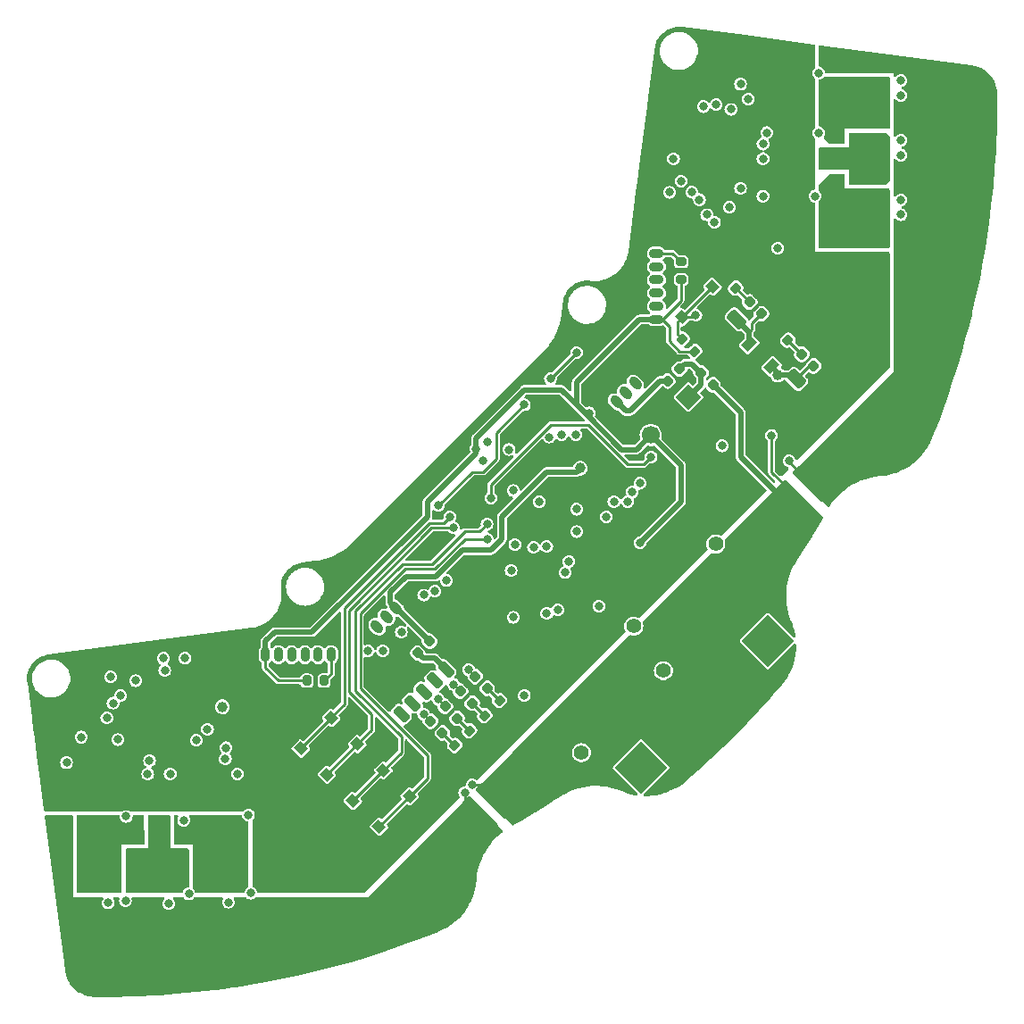
<source format=gbr>
%TF.GenerationSoftware,KiCad,Pcbnew,(6.0.8)*%
%TF.CreationDate,2022-10-14T23:08:25+09:00*%
%TF.ProjectId,ORION_VV_driver_v2,4f52494f-4e5f-4565-965f-647269766572,rev?*%
%TF.SameCoordinates,Original*%
%TF.FileFunction,Copper,L1,Top*%
%TF.FilePolarity,Positive*%
%FSLAX46Y46*%
G04 Gerber Fmt 4.6, Leading zero omitted, Abs format (unit mm)*
G04 Created by KiCad (PCBNEW (6.0.8)) date 2022-10-14 23:08:25*
%MOMM*%
%LPD*%
G01*
G04 APERTURE LIST*
G04 Aperture macros list*
%AMRoundRect*
0 Rectangle with rounded corners*
0 $1 Rounding radius*
0 $2 $3 $4 $5 $6 $7 $8 $9 X,Y pos of 4 corners*
0 Add a 4 corners polygon primitive as box body*
4,1,4,$2,$3,$4,$5,$6,$7,$8,$9,$2,$3,0*
0 Add four circle primitives for the rounded corners*
1,1,$1+$1,$2,$3*
1,1,$1+$1,$4,$5*
1,1,$1+$1,$6,$7*
1,1,$1+$1,$8,$9*
0 Add four rect primitives between the rounded corners*
20,1,$1+$1,$2,$3,$4,$5,0*
20,1,$1+$1,$4,$5,$6,$7,0*
20,1,$1+$1,$6,$7,$8,$9,0*
20,1,$1+$1,$8,$9,$2,$3,0*%
%AMHorizOval*
0 Thick line with rounded ends*
0 $1 width*
0 $2 $3 position (X,Y) of the first rounded end (center of the circle)*
0 $4 $5 position (X,Y) of the second rounded end (center of the circle)*
0 Add line between two ends*
20,1,$1,$2,$3,$4,$5,0*
0 Add two circle primitives to create the rounded ends*
1,1,$1,$2,$3*
1,1,$1,$4,$5*%
%AMRotRect*
0 Rectangle, with rotation*
0 The origin of the aperture is its center*
0 $1 length*
0 $2 width*
0 $3 Rotation angle, in degrees counterclockwise*
0 Add horizontal line*
21,1,$1,$2,0,0,$3*%
%AMFreePoly0*
4,1,9,3.862500,-0.866500,0.737500,-0.866500,0.737500,-0.450000,-0.737500,-0.450000,-0.737500,0.450000,0.737500,0.450000,0.737500,0.866500,3.862500,0.866500,3.862500,-0.866500,3.862500,-0.866500,$1*%
G04 Aperture macros list end*
%TA.AperFunction,SMDPad,CuDef*%
%ADD10RotRect,1.300000X0.900000X225.000000*%
%TD*%
%TA.AperFunction,SMDPad,CuDef*%
%ADD11FreePoly0,225.000000*%
%TD*%
%TA.AperFunction,SMDPad,CuDef*%
%ADD12RoundRect,0.200000X-0.335876X-0.053033X-0.053033X-0.335876X0.335876X0.053033X0.053033X0.335876X0*%
%TD*%
%TA.AperFunction,SMDPad,CuDef*%
%ADD13RoundRect,0.218750X-0.335876X-0.026517X-0.026517X-0.335876X0.335876X0.026517X0.026517X0.335876X0*%
%TD*%
%TA.AperFunction,ComponentPad*%
%ADD14RoundRect,0.225000X0.176777X-0.494975X0.494975X-0.176777X-0.176777X0.494975X-0.494975X0.176777X0*%
%TD*%
%TA.AperFunction,ComponentPad*%
%ADD15HorizOval,0.900000X-0.176777X0.176777X0.176777X-0.176777X0*%
%TD*%
%TA.AperFunction,SMDPad,CuDef*%
%ADD16RoundRect,0.200000X0.335876X0.053033X0.053033X0.335876X-0.335876X-0.053033X-0.053033X-0.335876X0*%
%TD*%
%TA.AperFunction,SMDPad,CuDef*%
%ADD17RoundRect,0.218750X0.335876X0.026517X0.026517X0.335876X-0.335876X-0.026517X-0.026517X-0.335876X0*%
%TD*%
%TA.AperFunction,SMDPad,CuDef*%
%ADD18RotRect,0.900000X1.000000X45.000000*%
%TD*%
%TA.AperFunction,SMDPad,CuDef*%
%ADD19RoundRect,0.250000X0.689429X0.229810X0.229810X0.689429X-0.689429X-0.229810X-0.229810X-0.689429X0*%
%TD*%
%TA.AperFunction,SMDPad,CuDef*%
%ADD20RoundRect,0.250000X1.069499X-1.440730X1.440730X-1.069499X-1.069499X1.440730X-1.440730X1.069499X0*%
%TD*%
%TA.AperFunction,SMDPad,CuDef*%
%ADD21RoundRect,0.250000X0.650000X-0.325000X0.650000X0.325000X-0.650000X0.325000X-0.650000X-0.325000X0*%
%TD*%
%TA.AperFunction,SMDPad,CuDef*%
%ADD22RoundRect,0.218750X-0.026517X0.335876X-0.335876X0.026517X0.026517X-0.335876X0.335876X-0.026517X0*%
%TD*%
%TA.AperFunction,SMDPad,CuDef*%
%ADD23R,1.450000X1.100000*%
%TD*%
%TA.AperFunction,SMDPad,CuDef*%
%ADD24R,2.899999X1.350000*%
%TD*%
%TA.AperFunction,ComponentPad*%
%ADD25RotRect,1.700000X1.700000X315.000000*%
%TD*%
%TA.AperFunction,ComponentPad*%
%ADD26HorizOval,1.700000X0.000000X0.000000X0.000000X0.000000X0*%
%TD*%
%TA.AperFunction,ComponentPad*%
%ADD27C,3.500000*%
%TD*%
%TA.AperFunction,ComponentPad*%
%ADD28RotRect,3.500000X3.500000X45.000000*%
%TD*%
%TA.AperFunction,ComponentPad*%
%ADD29C,1.400000*%
%TD*%
%TA.AperFunction,ComponentPad*%
%ADD30RoundRect,0.225000X0.475000X-0.225000X0.475000X0.225000X-0.475000X0.225000X-0.475000X-0.225000X0*%
%TD*%
%TA.AperFunction,ComponentPad*%
%ADD31O,1.400000X0.900000*%
%TD*%
%TA.AperFunction,SMDPad,CuDef*%
%ADD32RoundRect,0.250000X0.325000X0.650000X-0.325000X0.650000X-0.325000X-0.650000X0.325000X-0.650000X0*%
%TD*%
%TA.AperFunction,SMDPad,CuDef*%
%ADD33RoundRect,0.250000X0.229810X-0.689429X0.689429X-0.229810X-0.229810X0.689429X-0.689429X0.229810X0*%
%TD*%
%TA.AperFunction,SMDPad,CuDef*%
%ADD34RotRect,0.900000X1.000000X225.000000*%
%TD*%
%TA.AperFunction,SMDPad,CuDef*%
%ADD35RoundRect,0.200000X0.200000X0.275000X-0.200000X0.275000X-0.200000X-0.275000X0.200000X-0.275000X0*%
%TD*%
%TA.AperFunction,SMDPad,CuDef*%
%ADD36RoundRect,0.250000X-1.069499X1.440730X-1.440730X1.069499X1.069499X-1.440730X1.440730X-1.069499X0*%
%TD*%
%TA.AperFunction,ComponentPad*%
%ADD37RoundRect,0.225000X-0.176777X0.494975X-0.494975X0.176777X0.176777X-0.494975X0.494975X-0.176777X0*%
%TD*%
%TA.AperFunction,SMDPad,CuDef*%
%ADD38RoundRect,0.225000X-0.250000X0.225000X-0.250000X-0.225000X0.250000X-0.225000X0.250000X0.225000X0*%
%TD*%
%TA.AperFunction,ComponentPad*%
%ADD39RoundRect,0.225000X-0.225000X-0.475000X0.225000X-0.475000X0.225000X0.475000X-0.225000X0.475000X0*%
%TD*%
%TA.AperFunction,ComponentPad*%
%ADD40O,0.900000X1.400000*%
%TD*%
%TA.AperFunction,SMDPad,CuDef*%
%ADD41RoundRect,0.225000X-0.225000X-0.250000X0.225000X-0.250000X0.225000X0.250000X-0.225000X0.250000X0*%
%TD*%
%TA.AperFunction,ComponentPad*%
%ADD42RoundRect,0.225000X-0.247487X0.565685X-0.565685X0.247487X0.247487X-0.565685X0.565685X-0.247487X0*%
%TD*%
%TA.AperFunction,SMDPad,CuDef*%
%ADD43RoundRect,0.200000X-0.275000X0.200000X-0.275000X-0.200000X0.275000X-0.200000X0.275000X0.200000X0*%
%TD*%
%TA.AperFunction,SMDPad,CuDef*%
%ADD44R,1.100000X1.450000*%
%TD*%
%TA.AperFunction,SMDPad,CuDef*%
%ADD45R,1.350000X2.899999*%
%TD*%
%TA.AperFunction,ComponentPad*%
%ADD46RoundRect,0.625000X-0.625000X-0.625000X0.625000X-0.625000X0.625000X0.625000X-0.625000X0.625000X0*%
%TD*%
%TA.AperFunction,ComponentPad*%
%ADD47RoundRect,0.625000X-0.625000X0.625000X-0.625000X-0.625000X0.625000X-0.625000X0.625000X0.625000X0*%
%TD*%
%TA.AperFunction,ViaPad*%
%ADD48C,0.800000*%
%TD*%
%TA.AperFunction,ViaPad*%
%ADD49C,1.000000*%
%TD*%
%TA.AperFunction,Conductor*%
%ADD50C,0.250000*%
%TD*%
%TA.AperFunction,Conductor*%
%ADD51C,0.500000*%
%TD*%
G04 APERTURE END LIST*
D10*
%TO.P,U2,3,IN*%
%TO.N,+BATT*%
X117163625Y-118305227D03*
D11*
%TO.P,U2,2,GND*%
%TO.N,GND*%
X118162413Y-119427759D03*
D10*
%TO.P,U2,1,OUT*%
%TO.N,+15V*%
X119284945Y-120426547D03*
%TD*%
D12*
%TO.P,R17,1*%
%TO.N,GND*%
X119656177Y-116767270D03*
%TO.P,R17,2*%
%TO.N,Net-(D15-Pad1)*%
X120822903Y-117933996D03*
%TD*%
%TO.P,R16,1*%
%TO.N,GND*%
X114706429Y-111817522D03*
%TO.P,R16,2*%
%TO.N,Net-(D14-Pad1)*%
X115873155Y-112984248D03*
%TD*%
D13*
%TO.P,D15,1,K*%
%TO.N,Net-(D15-Pad1)*%
X122157566Y-119268659D03*
%TO.P,D15,2,A*%
%TO.N,+15V*%
X123271260Y-120382353D03*
%TD*%
%TO.P,D14,1,K*%
%TO.N,Net-(D14-Pad1)*%
X117207819Y-114318912D03*
%TO.P,D14,2,A*%
%TO.N,+BATT*%
X118321513Y-115432606D03*
%TD*%
D14*
%TO.P,J2,1,Pin_1*%
%TO.N,GND*%
X103710919Y-124686865D03*
D15*
%TO.P,J2,2,Pin_2*%
%TO.N,+5V*%
X104594802Y-123802982D03*
%TO.P,J2,3,Pin_3*%
%TO.N,/CAN_L*%
X105478686Y-122919098D03*
%TO.P,J2,4,Pin_4*%
%TO.N,/CAN_H*%
X106362569Y-122035215D03*
%TD*%
D12*
%TO.P,R5,1*%
%TO.N,/NRST*%
X110817342Y-117827930D03*
%TO.P,R5,2*%
%TO.N,+3V3*%
X111984068Y-118994656D03*
%TD*%
D16*
%TO.P,R2,1*%
%TO.N,GND*%
X93245738Y-154703548D03*
%TO.P,R2,2*%
%TO.N,Net-(D2-Pad1)*%
X92079012Y-153536822D03*
%TD*%
D17*
%TO.P,D2,1,K*%
%TO.N,Net-(D2-Pad1)*%
X90894609Y-152352419D03*
%TO.P,D2,2,A*%
%TO.N,/LED_1*%
X89780915Y-151238725D03*
%TD*%
D18*
%TO.P,SW4,1,1*%
%TO.N,GND*%
X78873792Y-155110135D03*
X75974655Y-158009272D03*
%TO.P,SW4,2,2*%
%TO.N,/SW2*%
X77106026Y-159140643D03*
X80005163Y-156241506D03*
%TD*%
D19*
%TO.P,C37,2*%
%TO.N,GND*%
X125206964Y-123732271D03*
%TO.P,C37,1*%
%TO.N,/M0_CSL*%
X127292930Y-125818237D03*
%TD*%
D20*
%TO.P,R26,1*%
%TO.N,+BATT*%
X121653753Y-132906982D03*
%TO.P,R26,2*%
%TO.N,/M0_CSL*%
X122979579Y-131581156D03*
%TD*%
D21*
%TO.P,C26,1*%
%TO.N,/M1_CSL*%
X80288006Y-171505088D03*
%TO.P,C26,2*%
%TO.N,GND*%
X80288006Y-168555088D03*
%TD*%
D18*
%TO.P,SW5,1,1*%
%TO.N,GND*%
X76398919Y-152635261D03*
X73499782Y-155534398D03*
%TO.P,SW5,2,2*%
%TO.N,/SW3*%
X74631153Y-156665769D03*
X77530290Y-153766632D03*
%TD*%
D22*
%TO.P,D13,1,K*%
%TO.N,Net-(D12-Pad1)*%
X110543338Y-120682873D03*
%TO.P,D13,2,A*%
%TO.N,+5V*%
X109429644Y-121796567D03*
%TD*%
D23*
%TO.P,J12,1,Pin_1*%
%TO.N,/M0_U*%
X125557306Y-98733624D03*
%TO.P,J12,2,Pin_2*%
%TO.N,/M0_V*%
X125557306Y-100733625D03*
%TO.P,J12,3,Pin_3*%
%TO.N,/M0_W*%
X125557306Y-102733624D03*
D24*
%TO.P,J12,4,Pin_4*%
%TO.N,GND*%
X119582307Y-95838626D03*
%TO.P,J12,5,Pin_5*%
X119582307Y-105628622D03*
%TD*%
D25*
%TO.P,J14,1,Pin_1*%
%TO.N,Net-(D12-Pad1)*%
X111418382Y-123343363D03*
D26*
%TO.P,J14,2,Pin_2*%
%TO.N,GND*%
X109622331Y-125139414D03*
%TO.P,J14,3,Pin_3*%
%TO.N,+3V3*%
X107826280Y-126935465D03*
%TD*%
D17*
%TO.P,D1,1,K*%
%TO.N,Net-(D1-Pad1)*%
X89452111Y-153794917D03*
%TO.P,D1,2,A*%
%TO.N,/LED_0*%
X88338417Y-152681223D03*
%TD*%
D22*
%TO.P,D5,1,K*%
%TO.N,+5V*%
X86855261Y-146492270D03*
%TO.P,D5,2,A*%
%TO.N,Net-(D5-Pad2)*%
X85741567Y-147605964D03*
%TD*%
D19*
%TO.P,C36,1*%
%TO.N,/M0_CSL*%
X129060697Y-124050470D03*
%TO.P,C36,2*%
%TO.N,GND*%
X126974731Y-121964504D03*
%TD*%
D27*
%TO.P,J11,2,Pin_2*%
%TO.N,+BATT*%
X115413536Y-150001288D03*
D28*
%TO.P,J11,1,Pin_1*%
%TO.N,GND*%
X118949070Y-146465754D03*
D29*
%TO.P,J11,*%
%TO.N,*%
X113999323Y-137273366D03*
X106221148Y-145051540D03*
%TD*%
D30*
%TO.P,J6,1,Pin_1*%
%TO.N,GND*%
X108365171Y-117211545D03*
D31*
%TO.P,J6,2,Pin_2*%
%TO.N,+3V3*%
X108365171Y-115961545D03*
%TO.P,J6,3,Pin_3*%
%TO.N,/NSS_ENC1*%
X108365171Y-114711545D03*
%TO.P,J6,4,Pin_4*%
%TO.N,/SPI_CLK*%
X108365171Y-113461545D03*
%TO.P,J6,5,Pin_5*%
%TO.N,/SPI_MISO*%
X108365171Y-112211545D03*
%TO.P,J6,6,Pin_6*%
%TO.N,/SPI_MOSI*%
X108365171Y-110961545D03*
%TO.P,J6,7,Pin_7*%
%TO.N,/TEMP_1*%
X108365171Y-109711545D03*
%TD*%
D21*
%TO.P,C3,1*%
%TO.N,/M1_CSL*%
X71802725Y-171565875D03*
%TO.P,C3,2*%
%TO.N,GND*%
X71802725Y-168615875D03*
%TD*%
D32*
%TO.P,C25,1*%
%TO.N,/M0_CSL*%
X131614034Y-120179060D03*
%TO.P,C25,2*%
%TO.N,GND*%
X128664034Y-120179060D03*
%TD*%
D16*
%TO.P,R4,2*%
%TO.N,Net-(D4-Pad1)*%
X89250585Y-156365249D03*
%TO.P,R4,1*%
%TO.N,GND*%
X90417311Y-157531975D03*
%TD*%
D18*
%TO.P,SW3,1,1*%
%TO.N,GND*%
X78449529Y-160484146D03*
X81348666Y-157585009D03*
%TO.P,SW3,2,2*%
%TO.N,/SW1*%
X79580900Y-161615517D03*
X82480037Y-158716380D03*
%TD*%
D16*
%TO.P,R3,1*%
%TO.N,GND*%
X94659952Y-153289335D03*
%TO.P,R3,2*%
%TO.N,Net-(D3-Pad1)*%
X93493226Y-152122609D03*
%TD*%
D33*
%TO.P,C4,1*%
%TO.N,GND*%
X119550110Y-123696917D03*
%TO.P,C4,2*%
%TO.N,+15V*%
X121636076Y-121610951D03*
%TD*%
D17*
%TO.P,D4,2,A*%
%TO.N,+3V3*%
X86952487Y-154067152D03*
%TO.P,D4,1,K*%
%TO.N,Net-(D4-Pad1)*%
X88066181Y-155180846D03*
%TD*%
D34*
%TO.P,SW1,1,1*%
%TO.N,GND*%
X114830172Y-113991876D03*
X111931035Y-116891013D03*
%TO.P,SW1,2,2*%
%TO.N,/NRST*%
X110799664Y-115759642D03*
X113698801Y-112860505D03*
%TD*%
D35*
%TO.P,R15,1*%
%TO.N,/TEMP_0*%
X76870366Y-150231098D03*
%TO.P,R15,2*%
%TO.N,+3V3*%
X75220366Y-150231098D03*
%TD*%
D19*
%TO.P,C34,1*%
%TO.N,/M0_CSL*%
X125525163Y-127586004D03*
%TO.P,C34,2*%
%TO.N,GND*%
X123439197Y-125500038D03*
%TD*%
D36*
%TO.P,R20,1*%
%TO.N,+BATT*%
X92971735Y-161589000D03*
%TO.P,R20,2*%
%TO.N,/M1_CSL*%
X91645909Y-162914826D03*
%TD*%
D19*
%TO.P,C33,1*%
%TO.N,/M1_CSL*%
X84159417Y-168951750D03*
%TO.P,C33,2*%
%TO.N,GND*%
X82073451Y-166865784D03*
%TD*%
D13*
%TO.P,D12,1,K*%
%TO.N,Net-(D12-Pad1)*%
X112611625Y-121036426D03*
%TO.P,D12,2,A*%
%TO.N,+BATT*%
X113725319Y-122150120D03*
%TD*%
D19*
%TO.P,C32,1*%
%TO.N,/M0_CSL*%
X123757396Y-129353771D03*
%TO.P,C32,2*%
%TO.N,GND*%
X121671430Y-127267805D03*
%TD*%
D33*
%TO.P,C2,2*%
%TO.N,+BATT*%
X115979222Y-115954096D03*
%TO.P,C2,1*%
%TO.N,GND*%
X113893256Y-118040062D03*
%TD*%
D37*
%TO.P,J3,1,Pin_1*%
%TO.N,GND*%
X84530647Y-142452923D03*
D15*
%TO.P,J3,2,Pin_2*%
%TO.N,+5V*%
X83646764Y-143336806D03*
%TO.P,J3,3,Pin_3*%
%TO.N,/CAN_L*%
X82762880Y-144220690D03*
%TO.P,J3,4,Pin_4*%
%TO.N,/CAN_H*%
X81878997Y-145104573D03*
%TD*%
D38*
%TO.P,C38,1*%
%TO.N,GND*%
X51296628Y-162184020D03*
%TO.P,C38,2*%
%TO.N,/M1_CSL*%
X51296628Y-163734020D03*
%TD*%
D19*
%TO.P,C10,1*%
%TO.N,/M1_CSL*%
X89462717Y-163648450D03*
%TO.P,C10,2*%
%TO.N,GND*%
X87376751Y-161562484D03*
%TD*%
D29*
%TO.P,J15,*%
%TO.N,*%
X101253723Y-157054678D03*
X109031897Y-149276504D03*
D28*
%TO.P,J15,1,Pin_1*%
%TO.N,GND*%
X106910577Y-158468892D03*
D27*
%TO.P,J15,2,Pin_2*%
%TO.N,+BATT*%
X110446111Y-154933358D03*
%TD*%
D16*
%TO.P,R1,1*%
%TO.N,GND*%
X91803240Y-156146046D03*
%TO.P,R1,2*%
%TO.N,Net-(D1-Pad1)*%
X90636514Y-154979320D03*
%TD*%
D39*
%TO.P,J5,1,Pin_1*%
%TO.N,GND*%
X70034958Y-147756224D03*
D40*
%TO.P,J5,2,Pin_2*%
%TO.N,+3V3*%
X71284958Y-147756224D03*
%TO.P,J5,3,Pin_3*%
%TO.N,/NSS_ENC0*%
X72534958Y-147756224D03*
%TO.P,J5,4,Pin_4*%
%TO.N,/SPI_CLK*%
X73784958Y-147756224D03*
%TO.P,J5,5,Pin_5*%
%TO.N,/SPI_MISO*%
X75034958Y-147756224D03*
%TO.P,J5,6,Pin_6*%
%TO.N,/SPI_MOSI*%
X76284958Y-147756224D03*
%TO.P,J5,7,Pin_7*%
%TO.N,/TEMP_0*%
X77534958Y-147756224D03*
%TD*%
D17*
%TO.P,D3,1,K*%
%TO.N,Net-(D3-Pad1)*%
X92308822Y-150938205D03*
%TO.P,D3,2,A*%
%TO.N,/LED_2*%
X91195128Y-149824511D03*
%TD*%
D41*
%TO.P,C39,1*%
%TO.N,GND*%
X122646520Y-90834128D03*
%TO.P,C39,2*%
%TO.N,/M0_CSL*%
X124196520Y-90834128D03*
%TD*%
D42*
%TO.P,J4,1,Pin_1*%
%TO.N,GND*%
X89480395Y-148109778D03*
%TO.P,J4,2,Pin_2*%
%TO.N,Net-(D5-Pad2)*%
X88419735Y-149170438D03*
%TO.P,J4,3,Pin_3*%
%TO.N,/SWDIO*%
X87359075Y-150231098D03*
%TO.P,J4,4,Pin_4*%
%TO.N,/SWCLK*%
X86298414Y-151291759D03*
%TO.P,J4,5,Pin_5*%
%TO.N,/UART1_TX*%
X85237754Y-152352419D03*
%TO.P,J4,6,Pin_6*%
%TO.N,/UART1_RX*%
X84177094Y-153413079D03*
%TD*%
D19*
%TO.P,C31,1*%
%TO.N,/M1_CSL*%
X85927183Y-167183984D03*
%TO.P,C31,2*%
%TO.N,GND*%
X83841217Y-165098018D03*
%TD*%
D32*
%TO.P,C30,1*%
%TO.N,/M0_CSL*%
X131614034Y-114522206D03*
%TO.P,C30,2*%
%TO.N,GND*%
X128664034Y-114522206D03*
%TD*%
D19*
%TO.P,C35,2*%
%TO.N,GND*%
X85608984Y-163330251D03*
%TO.P,C35,1*%
%TO.N,/M1_CSL*%
X87694950Y-165416217D03*
%TD*%
D43*
%TO.P,R14,1*%
%TO.N,/TEMP_1*%
X110693598Y-110515225D03*
%TO.P,R14,2*%
%TO.N,+3V3*%
X110693598Y-112165225D03*
%TD*%
D21*
%TO.P,C1,1*%
%TO.N,/M1_CSL*%
X74631152Y-171505088D03*
%TO.P,C1,2*%
%TO.N,GND*%
X74631152Y-168555088D03*
%TD*%
%TO.P,C28,1*%
%TO.N,/M1_CSL*%
X77459579Y-171505088D03*
%TO.P,C28,2*%
%TO.N,GND*%
X77459579Y-168555088D03*
%TD*%
D32*
%TO.P,C27,2*%
%TO.N,GND*%
X128664034Y-117350633D03*
%TO.P,C27,1*%
%TO.N,/M0_CSL*%
X131614034Y-117350633D03*
%TD*%
%TO.P,C29,1*%
%TO.N,/M0_CSL*%
X131614034Y-111693778D03*
%TO.P,C29,2*%
%TO.N,GND*%
X128664034Y-111693778D03*
%TD*%
D44*
%TO.P,J13,1,Pin_1*%
%TO.N,/M1_U*%
X63317444Y-165080340D03*
%TO.P,J13,2,Pin_2*%
%TO.N,/M1_V*%
X61317443Y-165080340D03*
%TO.P,J13,3,Pin_3*%
%TO.N,/M1_W*%
X59317444Y-165080340D03*
D45*
%TO.P,J13,4,Pin_4*%
%TO.N,GND*%
X66212442Y-159105341D03*
%TO.P,J13,5,Pin_5*%
X56422446Y-159105341D03*
%TD*%
D18*
%TO.P,SW2,1,1*%
%TO.N,GND*%
X83823540Y-160059883D03*
X80924403Y-162959020D03*
%TO.P,SW2,2,2*%
%TO.N,/SW0*%
X82055774Y-164090391D03*
X84954911Y-161191254D03*
%TD*%
D46*
%TO.P,GD2,25,PAD*%
%TO.N,GND*%
X114582685Y-100380070D03*
%TD*%
D47*
%TO.P,GD1,25,PAD*%
%TO.N,GND*%
X61139017Y-153823739D03*
%TD*%
D48*
%TO.N,+15V*%
X62256783Y-159069933D03*
%TO.N,GND*%
X107865171Y-141745817D03*
X92662375Y-156948612D03*
X94430142Y-155180845D03*
X96197909Y-153413078D03*
X100794103Y-148816884D03*
X102208317Y-147402671D03*
X99379889Y-150231098D03*
X97965676Y-151645312D03*
D49*
X73570492Y-152705972D03*
X71449172Y-150584651D03*
X50235968Y-154827292D03*
X54478609Y-149170438D03*
X59428356Y-148463331D03*
X66499424Y-147049117D03*
X107511617Y-106036924D03*
X107511617Y-101794283D03*
X108218724Y-98258750D03*
X108925831Y-94723216D03*
X114582685Y-90480575D03*
X117411112Y-90480575D03*
D48*
%TO.N,/NRST*%
X100794103Y-119101006D03*
X112107812Y-115582866D03*
%TO.N,+15V*%
X56599929Y-149877545D03*
X63670997Y-148092384D03*
D49*
X119885986Y-121239720D03*
D48*
X118471773Y-104269157D03*
X118825326Y-98258750D03*
X115289792Y-105329817D03*
X53815554Y-155578451D03*
D49*
X67206531Y-152705972D03*
D48*
X109986491Y-100733623D03*
D49*
%TO.N,+5V*%
X101150963Y-130078555D03*
%TO.N,/M1_W*%
X55539269Y-164373234D03*
X54125055Y-165787447D03*
X55539269Y-167201661D03*
X56953483Y-167201661D03*
X56953483Y-168615874D03*
X55539269Y-168615874D03*
X54125055Y-168615874D03*
D48*
X52427999Y-158009273D03*
D49*
X55539269Y-165787447D03*
X56953483Y-165787447D03*
X54125055Y-164373234D03*
D48*
X56387797Y-171302880D03*
D49*
X54125055Y-167201661D03*
%TO.N,/M1_V*%
X61196123Y-165787447D03*
X62610337Y-167201661D03*
X61196123Y-168615874D03*
X59781910Y-167201661D03*
X59781910Y-168615874D03*
D48*
X60126967Y-159078429D03*
D49*
X62610337Y-168615874D03*
X61196123Y-167201661D03*
D48*
X62115362Y-171373591D03*
D49*
X61196123Y-164373234D03*
%TO.N,/M1_U*%
X68974298Y-165787447D03*
X67560084Y-165787447D03*
D48*
X67772216Y-171232169D03*
D49*
X66145871Y-168615874D03*
X66145871Y-167201661D03*
X66145871Y-165787447D03*
X66145871Y-164373234D03*
X68974298Y-164373234D03*
X68974298Y-168615874D03*
X68974298Y-167201661D03*
X67560084Y-167201661D03*
D48*
X67486942Y-157655720D03*
D49*
X67560084Y-168615874D03*
%TO.N,/M0_W*%
X129078374Y-107097584D03*
X124835734Y-107097584D03*
D48*
X131553248Y-106036924D03*
D49*
X127664161Y-105683371D03*
X129078374Y-108511798D03*
D48*
X119885986Y-109218905D03*
D49*
X124835734Y-108511798D03*
X127664161Y-108511798D03*
X126249947Y-105683371D03*
X129078374Y-105683371D03*
X127664161Y-107097584D03*
X126249947Y-107097584D03*
X126249947Y-108511798D03*
%TO.N,/M0_V*%
X129078374Y-99319410D03*
X127664161Y-102147837D03*
X129078374Y-100733623D03*
D48*
X118471773Y-99319410D03*
D49*
X129078374Y-102147837D03*
D48*
X131553248Y-100380070D03*
D49*
X127664161Y-100733623D03*
X126249947Y-100733623D03*
X124835734Y-100733623D03*
X127664161Y-99319410D03*
D48*
%TO.N,/M1_UL*%
X58960590Y-150231098D03*
X99026336Y-143513584D03*
%TO.N,/M1_VL*%
X99733443Y-139978050D03*
X61620387Y-148109778D03*
%TO.N,/M1_WL*%
X61742745Y-149256733D03*
X97965676Y-143867137D03*
%TO.N,Net-(GD1-Pad9)*%
X69681405Y-162959020D03*
X68620744Y-159069933D03*
%TO.N,Net-(GD1-Pad10)*%
X63529576Y-163453995D03*
X67560084Y-156595059D03*
%TO.N,Net-(GD1-Pad11)*%
X65792070Y-154827540D03*
X58084853Y-163100441D03*
%TO.N,Net-(GD1-Pad13)*%
X69893537Y-170383641D03*
X64731657Y-155887952D03*
%TO.N,Net-(GD1-Pad16)*%
X64024550Y-170454352D03*
X60294209Y-157814465D03*
%TO.N,Net-(GD1-Pad19)*%
X58014143Y-171090748D03*
X57307036Y-155817242D03*
%TO.N,/M1_UH*%
X56246376Y-153766632D03*
X103622530Y-134674749D03*
%TO.N,/M1_VH*%
X100794103Y-133967642D03*
X56839269Y-152352418D03*
%TO.N,/M1_WH*%
X57546376Y-151645312D03*
X100794103Y-136088962D03*
%TO.N,/M0_UL*%
X111725043Y-103902844D03*
X98196179Y-127127077D03*
%TO.N,/M0_VL*%
X110693598Y-102854944D03*
X99379889Y-126879181D03*
%TO.N,/M0_WL*%
X100723943Y-126891123D03*
X109632938Y-103915604D03*
%TO.N,Net-(GD2-Pad9)*%
X123775073Y-92601895D03*
X112814918Y-95783876D03*
%TO.N,Net-(GD2-Pad10)*%
X123778487Y-98272740D03*
X114034324Y-95589068D03*
%TO.N,Net-(GD2-Pad11)*%
X123421520Y-104269157D03*
X115425356Y-96042115D03*
%TO.N,Net-(GD2-Pad13)*%
X131553248Y-93309002D03*
X117074952Y-95076769D03*
%TO.N,Net-(GD2-Pad16)*%
X118471773Y-100733623D03*
X131553248Y-98965856D03*
%TO.N,Net-(GD2-Pad19)*%
X116350452Y-103562050D03*
X131553248Y-104622711D03*
%TO.N,/M0_UH*%
X113875578Y-106744031D03*
X105630490Y-133237803D03*
%TO.N,/M0_VH*%
X106080010Y-132323972D03*
X113140189Y-106036924D03*
%TO.N,/M0_WH*%
X112449111Y-104609907D03*
X106804511Y-131492768D03*
%TO.N,+BATT*%
X106097404Y-148463331D03*
X90894608Y-160130593D03*
X119284456Y-126967067D03*
D49*
%TO.N,/M0_U*%
X124835734Y-95076769D03*
X126249947Y-93662555D03*
X127664161Y-96490983D03*
D48*
X116350452Y-93662555D03*
D49*
X129078374Y-93662555D03*
X129078374Y-96490983D03*
X129078374Y-95076769D03*
D48*
X131553248Y-94723216D03*
D49*
X127664161Y-95076769D03*
X127664161Y-93662555D03*
X124835734Y-96490983D03*
X126249947Y-96490983D03*
X126249947Y-95076769D03*
D48*
%TO.N,/SW0*%
X92308822Y-136796069D03*
%TO.N,/SW1*%
X92308822Y-135381856D03*
%TO.N,/M1_CS*%
X81012507Y-147402671D03*
X94404046Y-128310788D03*
%TO.N,/M0_CS*%
X92662375Y-132906982D03*
X107865171Y-129017895D03*
%TO.N,/SW2*%
X89126841Y-135735409D03*
%TO.N,/SW3*%
X88773288Y-134674749D03*
%TO.N,/UART1_TX*%
X94783695Y-132199875D03*
X84177094Y-145634904D03*
%TO.N,/UART1_RX*%
X97258569Y-133260535D03*
X82409327Y-147402671D03*
%TO.N,/NSS_ENC0*%
X94783695Y-144220690D03*
%TO.N,/NRST*%
X95844356Y-124068147D03*
X98319229Y-121593273D03*
X87712628Y-133614089D03*
%TO.N,+3V3*%
X91265486Y-128257401D03*
X106804511Y-137149623D03*
X86298414Y-153413078D03*
X101996185Y-124845965D03*
X100069603Y-138917389D03*
%TO.N,GND*%
X67913638Y-161898360D03*
X95844356Y-136406453D03*
X107511617Y-137856729D03*
D49*
X71802725Y-167201661D03*
D48*
X109632938Y-139978050D03*
X122360860Y-94723216D03*
D49*
X125896394Y-110986672D03*
D48*
X78520239Y-164726787D03*
X85237754Y-141745817D03*
X69681405Y-157302166D03*
X120593093Y-126189467D03*
D49*
X76045366Y-167201661D03*
D48*
X106097404Y-138563836D03*
D49*
X127310607Y-112400885D03*
X123067967Y-110986672D03*
D48*
X60842570Y-161898360D03*
X123421520Y-121946827D03*
X91601715Y-141038710D03*
D49*
X71802725Y-165787447D03*
D48*
X72156278Y-159069933D03*
X105390297Y-130785661D03*
X53771502Y-161898360D03*
D49*
X50943075Y-160484146D03*
D48*
X79580900Y-165787447D03*
D49*
X127310607Y-115229312D03*
D48*
X122007306Y-100009123D03*
X55185716Y-161898360D03*
X121848561Y-106231732D03*
X66499424Y-161898360D03*
D49*
X71802725Y-161544806D03*
D48*
X87217653Y-137503176D03*
D49*
X71802725Y-162959020D03*
D48*
X77459579Y-163666127D03*
D49*
X73216939Y-167201661D03*
X121300200Y-90834128D03*
D48*
X117411112Y-132199875D03*
D49*
X121653753Y-110986672D03*
X127310607Y-113815099D03*
D48*
X117057559Y-109926011D03*
X96868953Y-135381856D03*
X56599929Y-161898360D03*
X122007306Y-108529191D03*
D49*
X80288006Y-167201661D03*
D48*
X122007306Y-97905196D03*
X122007306Y-123361040D03*
X122007306Y-102854944D03*
D49*
X127310607Y-110986672D03*
D48*
X92109542Y-134350711D03*
X120946646Y-124421700D03*
X124835734Y-120532613D03*
X105743851Y-141038710D03*
X101147656Y-131492768D03*
X90894608Y-158716379D03*
D49*
X71802725Y-164373234D03*
D48*
X70742065Y-159069933D03*
X62177376Y-161818952D03*
D49*
X83823540Y-163666127D03*
X124482180Y-110986672D03*
D48*
X94624950Y-135187048D03*
D49*
X77459579Y-167201661D03*
D48*
X114229132Y-135381856D03*
D49*
X78873793Y-167201661D03*
X127310607Y-116643526D03*
D48*
X95649548Y-134162450D03*
D49*
X127310607Y-119471953D03*
D48*
X88419734Y-160484146D03*
X100299128Y-125128807D03*
D49*
X127310607Y-118057739D03*
X74631152Y-167201661D03*
D48*
X106097404Y-143513584D03*
X111400705Y-138210283D03*
%TO.N,/LED_0*%
X87712628Y-151998865D03*
X88472753Y-140738175D03*
%TO.N,/LED_1*%
X87359074Y-141745817D03*
X89126841Y-150584651D03*
%TO.N,/LED_2*%
X90541055Y-149170438D03*
X86298414Y-142099370D03*
%TO.N,/TEMP_0*%
X91955268Y-129371448D03*
%TO.N,/BATT_V_SENS*%
X104329637Y-133260535D03*
X102915423Y-143160030D03*
%TO.N,/SPI_CLK*%
X97965676Y-137503176D03*
%TO.N,/SPI_MISO*%
X96715281Y-137584739D03*
%TO.N,/SPI_MOSI*%
X94942441Y-137308368D03*
%TO.N,/NSS_ENC1*%
X94588887Y-139783242D03*
%TO.N,/TEMP_1*%
X92308822Y-127603681D03*
%TO.N,/3V3_HARF_REF*%
X114582685Y-127957234D03*
X95844356Y-151645312D03*
D49*
%TO.N,/M1_CSL*%
X55185716Y-177454709D03*
X83116434Y-172151408D03*
X73570492Y-173212068D03*
X72156278Y-173212068D03*
X56599929Y-177454709D03*
X65085211Y-177454709D03*
X60842570Y-177454709D03*
X66499424Y-177454709D03*
D48*
X90187501Y-160837700D03*
D49*
X86298414Y-168969428D03*
X52357289Y-173212068D03*
X74984706Y-173212068D03*
X69327851Y-177454709D03*
X85237754Y-170030088D03*
X70742065Y-177454709D03*
X70742065Y-176040495D03*
X59428356Y-177454709D03*
X70742065Y-173212068D03*
X67913638Y-177454709D03*
X82055773Y-173212068D03*
X62256783Y-177454709D03*
X58014143Y-177454709D03*
X63670997Y-177454709D03*
X77813133Y-173212068D03*
X80641560Y-173212068D03*
X70742065Y-174626282D03*
X76398919Y-173212068D03*
X87359074Y-167908767D03*
X84177094Y-171090748D03*
X51296628Y-165080340D03*
X52357289Y-171797855D03*
X79227346Y-173212068D03*
X53771502Y-177454709D03*
%TO.N,/M0_CSL*%
X133674568Y-114522206D03*
X132684619Y-91894789D03*
X137917209Y-107451138D03*
X137917209Y-94723216D03*
X131199695Y-124068147D03*
X133674568Y-113107992D03*
X129078374Y-126189467D03*
X133674568Y-118764846D03*
X137917209Y-97551643D03*
X137917209Y-110279565D03*
X133674568Y-110279565D03*
X137917209Y-100380070D03*
X137917209Y-101794283D03*
D48*
X120946646Y-129371448D03*
D49*
X135088782Y-110279565D03*
X132260355Y-123007487D03*
X137917209Y-104622711D03*
X137917209Y-108865351D03*
X133674568Y-111693778D03*
X133957411Y-92036210D03*
X130139034Y-125128807D03*
X137917209Y-98965856D03*
X133674568Y-117350633D03*
X128017714Y-127250128D03*
X133674568Y-115936419D03*
X136502995Y-110279565D03*
X137917209Y-96137429D03*
X137917209Y-103208497D03*
X133674568Y-120179060D03*
X133321015Y-121946827D03*
X137917209Y-93309002D03*
X125542840Y-90834128D03*
X137917209Y-106036924D03*
%TD*%
D50*
%TO.N,GND*%
X119178879Y-118411293D02*
X118162413Y-119427759D01*
X119178879Y-117244567D02*
X119178879Y-118411293D01*
X119656176Y-116767270D02*
X119178879Y-117244567D01*
X114706429Y-111817522D02*
X114830173Y-111941266D01*
X114830173Y-111941266D02*
X114830173Y-113991875D01*
%TO.N,Net-(D14-Pad1)*%
X117207819Y-114318912D02*
X115873155Y-112984248D01*
%TO.N,+BATT*%
X117411112Y-116891013D02*
X117163625Y-117138501D01*
X117411112Y-116343005D02*
X117411112Y-116891013D01*
X118321512Y-115432605D02*
X117411112Y-116343005D01*
%TO.N,Net-(D15-Pad1)*%
X122157567Y-119268660D02*
X120822903Y-117933996D01*
%TO.N,+15V*%
X122864673Y-120382353D02*
X123271260Y-120382353D01*
X121636075Y-121610951D02*
X122864673Y-120382353D01*
D51*
%TO.N,GND*%
X115572635Y-119719440D02*
X113893256Y-118040062D01*
X117870732Y-119719440D02*
X115572635Y-119719440D01*
X118162413Y-119427759D02*
X117870732Y-119719440D01*
X117870732Y-122017537D02*
X119550110Y-123696916D01*
X117870732Y-119719440D02*
X117870732Y-122017537D01*
%TO.N,+15V*%
X121264844Y-121239720D02*
X119885986Y-121239720D01*
X121636075Y-121610951D02*
X121264844Y-121239720D01*
%TO.N,+BATT*%
X115979221Y-115954097D02*
X117163625Y-117138501D01*
X117163625Y-117138501D02*
X117163625Y-118305227D01*
%TO.N,+15V*%
X119885986Y-121027588D02*
X119284945Y-120426547D01*
X119885986Y-121239720D02*
X119885986Y-121027588D01*
D50*
%TO.N,+3V3*%
X110569854Y-118994656D02*
X111984068Y-118994656D01*
X109632938Y-116643526D02*
X109632938Y-118057739D01*
X109632938Y-118057739D02*
X110569854Y-118994656D01*
X108950958Y-115961546D02*
X109632938Y-116643526D01*
%TO.N,/NRST*%
X110340045Y-116219262D02*
X110799664Y-115759642D01*
X110817342Y-117827930D02*
X110340045Y-117350633D01*
X110340045Y-117350633D02*
X110340045Y-116219262D01*
X111931035Y-115759642D02*
X110799664Y-115759642D01*
X112107812Y-115582866D02*
X111931035Y-115759642D01*
%TO.N,+3V3*%
X108365171Y-115961546D02*
X108950958Y-115961546D01*
%TO.N,/M0_CS*%
X98321307Y-125977335D02*
X92662375Y-131636267D01*
X92662375Y-131636267D02*
X92662375Y-132906982D01*
X105638463Y-129725001D02*
X101890797Y-125977335D01*
X107158064Y-129725001D02*
X105638463Y-129725001D01*
X101890797Y-125977335D02*
X98321307Y-125977335D01*
X107865171Y-129017895D02*
X107158064Y-129725001D01*
D51*
%TO.N,Net-(D5-Pad2)*%
X86245381Y-148109778D02*
X87359074Y-148109778D01*
X87359074Y-148109778D02*
X88419734Y-149170438D01*
X85741567Y-147605964D02*
X86245381Y-148109778D01*
%TO.N,+5V*%
X86855261Y-146492271D02*
X83699797Y-143336807D01*
X83699797Y-143336807D02*
X83646764Y-143336807D01*
D50*
%TO.N,+BATT*%
X106097404Y-150584651D02*
X110446111Y-154933358D01*
X106097404Y-148463331D02*
X106097404Y-150584651D01*
%TO.N,/NRST*%
X100794103Y-119101006D02*
X100794103Y-119118400D01*
X100794103Y-119118400D02*
X98319229Y-121593273D01*
D51*
%TO.N,+5V*%
X100797409Y-130432108D02*
X101150963Y-130078555D01*
X93723035Y-134674749D02*
X97965676Y-130432108D01*
X87465140Y-140331603D02*
X89940014Y-137856729D01*
X84636034Y-140331603D02*
X87465140Y-140331603D01*
X89940014Y-137856729D02*
X92662375Y-137856729D01*
X92662375Y-137856729D02*
X93723035Y-136796069D01*
X83116434Y-142806477D02*
X83116434Y-141851204D01*
X97965676Y-130432108D02*
X100797409Y-130432108D01*
X83116434Y-141851204D02*
X84636034Y-140331603D01*
X93723035Y-136796069D02*
X93723035Y-134674749D01*
X83646764Y-143336807D02*
X83116434Y-142806477D01*
D50*
%TO.N,/SW0*%
X86651967Y-159494197D02*
X84954911Y-161191253D01*
X86651967Y-157302166D02*
X86651967Y-159494197D01*
X80288006Y-143867137D02*
X80288006Y-150938205D01*
X80288006Y-150938205D02*
X86651967Y-157302166D01*
X84530647Y-139624496D02*
X80288006Y-143867137D01*
X87359074Y-139624496D02*
X84530647Y-139624496D01*
X90204906Y-136778664D02*
X87359074Y-139624496D01*
X92308822Y-136796069D02*
X92291417Y-136778664D01*
X92291417Y-136778664D02*
X90204906Y-136778664D01*
%TO.N,/SW1*%
X84177094Y-157019323D02*
X82480037Y-158716379D01*
X79838486Y-151195791D02*
X84177094Y-155534399D01*
X84273061Y-139174976D02*
X79838486Y-143609551D01*
X84177094Y-155534399D02*
X84177094Y-157019323D01*
X90187501Y-136088962D02*
X87101488Y-139174976D01*
X91601715Y-136088962D02*
X90187501Y-136088962D01*
X87101488Y-139174976D02*
X84273061Y-139174976D01*
X92308822Y-135381856D02*
X91601715Y-136088962D01*
X79838486Y-143609551D02*
X79838486Y-151195791D01*
%TO.N,/SW2*%
X79227346Y-151291758D02*
X81348667Y-153413078D01*
X79227346Y-143547581D02*
X79227346Y-151291758D01*
X81348667Y-153413078D02*
X81348667Y-154898003D01*
X87039518Y-135735409D02*
X79227346Y-143547581D01*
X89126841Y-135735409D02*
X87039518Y-135735409D01*
X81348667Y-154898003D02*
X80005164Y-156241506D01*
D51*
%TO.N,+5V*%
X105443330Y-124651510D02*
X105867594Y-124651510D01*
X108722538Y-121796567D02*
X109429645Y-121796567D01*
X105867594Y-124651510D02*
X108722538Y-121796567D01*
X104594802Y-123802982D02*
X105443330Y-124651510D01*
D50*
%TO.N,+BATT*%
X91513327Y-160130593D02*
X92971734Y-161589001D01*
D51*
X113725318Y-122150120D02*
X116350452Y-124775254D01*
X120593093Y-133260535D02*
X122007306Y-133260535D01*
X116350452Y-129017895D02*
X120593093Y-133260535D01*
D50*
X119284456Y-126967067D02*
X119284456Y-130449296D01*
D51*
X116350452Y-124775254D02*
X116350452Y-129017895D01*
D50*
X90894608Y-160130593D02*
X91513327Y-160130593D01*
X119284456Y-130449296D02*
X121697947Y-132862788D01*
%TO.N,Net-(D1-Pad1)*%
X90636514Y-154979320D02*
X89452110Y-153794916D01*
%TO.N,Net-(D2-Pad1)*%
X90894608Y-152352418D02*
X92079012Y-153536822D01*
%TO.N,Net-(D3-Pad1)*%
X93493226Y-152122609D02*
X92308822Y-150938205D01*
%TO.N,Net-(D4-Pad1)*%
X88066181Y-155180845D02*
X89250585Y-156365249D01*
%TO.N,/SW0*%
X84954911Y-161191253D02*
X82055773Y-164090391D01*
%TO.N,/SW1*%
X82480037Y-158716379D02*
X79580900Y-161615517D01*
%TO.N,/SW2*%
X80005164Y-156241506D02*
X77106026Y-159140643D01*
%TO.N,/SW3*%
X78777826Y-152448385D02*
X77530290Y-153695921D01*
X88773288Y-134674749D02*
X88162148Y-135285888D01*
X88162148Y-135285888D02*
X86853322Y-135285888D01*
X77530290Y-153766632D02*
X74631152Y-156665770D01*
X86853322Y-135285888D02*
X78777826Y-143361384D01*
X77530290Y-153695921D02*
X77530290Y-153766632D01*
X78777826Y-143361384D02*
X78777826Y-152448385D01*
%TO.N,/NRST*%
X93182004Y-126730498D02*
X95844356Y-124068147D01*
X87712628Y-133614089D02*
X90894608Y-130432108D01*
X90894608Y-130432108D02*
X91919221Y-130432108D01*
X93182004Y-129169325D02*
X93182004Y-126730498D01*
X91919221Y-130432108D02*
X93182004Y-129169325D01*
X110799664Y-115759642D02*
X113698802Y-112860505D01*
D51*
%TO.N,+3V3*%
X86651967Y-134674749D02*
X75691812Y-145634904D01*
X101713342Y-124987386D02*
X105036744Y-128310788D01*
X100794103Y-124068147D02*
X99379889Y-122653934D01*
X86651967Y-133260535D02*
X86651967Y-134674749D01*
X95844356Y-122653934D02*
X91248161Y-127250128D01*
D50*
X86952488Y-154067152D02*
X86298414Y-153413078D01*
D51*
X105036744Y-128310788D02*
X106450957Y-128310788D01*
D50*
X101854763Y-124845965D02*
X101713342Y-124987386D01*
D51*
X106779384Y-115961546D02*
X100794103Y-121946827D01*
D50*
X71284957Y-149006224D02*
X71284957Y-147756224D01*
X110693598Y-114168652D02*
X108900704Y-115961546D01*
X108900704Y-115961546D02*
X108365171Y-115961546D01*
D51*
X108365171Y-115961546D02*
X106779384Y-115961546D01*
D50*
X72509832Y-150231098D02*
X71284957Y-149006224D01*
X110693598Y-112165225D02*
X110693598Y-114168652D01*
D51*
X110693598Y-133260535D02*
X106804511Y-137149623D01*
X72156278Y-145634904D02*
X71284957Y-146506225D01*
X91248161Y-127250128D02*
X91248161Y-128664341D01*
X107826280Y-126935465D02*
X110693598Y-129802783D01*
D50*
X75220366Y-150231098D02*
X72509832Y-150231098D01*
D51*
X99379889Y-122653934D02*
X95844356Y-122653934D01*
D50*
X101996185Y-124845965D02*
X101854763Y-124845965D01*
D51*
X91248161Y-128664341D02*
X86651967Y-133260535D01*
X100794103Y-124068147D02*
X101713342Y-124987386D01*
X106450957Y-128310788D02*
X107826280Y-126935465D01*
X110693598Y-129802783D02*
X110693598Y-133260535D01*
X71284957Y-146506225D02*
X71284957Y-147756224D01*
X100794103Y-121946827D02*
X100794103Y-124068147D01*
X75691812Y-145634904D02*
X72156278Y-145634904D01*
%TO.N,GND*%
X88066181Y-146695564D02*
X89480395Y-148109778D01*
X84530647Y-142452923D02*
X88066181Y-145988457D01*
X113168472Y-132199875D02*
X113168472Y-128685554D01*
X106943598Y-117211545D02*
X108365171Y-117211545D01*
X107865171Y-124068147D02*
X108551064Y-124068147D01*
X88066181Y-145988457D02*
X88066181Y-146695564D01*
X103710919Y-124686865D02*
X102208317Y-123184264D01*
X108551064Y-124068147D02*
X109622331Y-125139414D01*
D50*
X81348667Y-157585008D02*
X78449529Y-160484146D01*
D51*
X103710919Y-124686865D02*
X104506414Y-125482361D01*
X102208317Y-123184264D02*
X102208317Y-121946827D01*
D50*
X95649548Y-134162450D02*
X96868953Y-135381856D01*
X95844356Y-136406453D02*
X96868953Y-135381856D01*
X78873793Y-155110135D02*
X75974655Y-158009273D01*
D51*
X102208317Y-121946827D02*
X106943598Y-117211545D01*
X113168472Y-128685554D02*
X109622331Y-125139414D01*
X104506414Y-125482361D02*
X106450957Y-125482361D01*
D50*
X114830173Y-113991875D02*
X111931035Y-116891013D01*
X76398919Y-152635261D02*
X73499781Y-155534399D01*
D51*
X106450957Y-125482361D02*
X107865171Y-124068147D01*
D50*
X95649548Y-134162450D02*
X94624950Y-135187048D01*
D51*
X107511617Y-137856729D02*
X113168472Y-132199875D01*
D50*
X83823540Y-160059882D02*
X80924402Y-162959020D01*
X95844356Y-136406453D02*
X94624950Y-135187048D01*
%TO.N,/LED_0*%
X88338417Y-152681223D02*
X87712628Y-152055433D01*
X87712628Y-152055433D02*
X87712628Y-151998865D01*
%TO.N,/LED_1*%
X89780915Y-151238725D02*
X89126841Y-150584651D01*
%TO.N,/LED_2*%
X91195128Y-149824512D02*
X90541055Y-149170438D01*
%TO.N,/TEMP_0*%
X76870366Y-150231098D02*
X77534958Y-149566505D01*
X77534958Y-149566505D02*
X77534958Y-147756224D01*
%TO.N,/TEMP_1*%
X108365171Y-109711545D02*
X109889918Y-109711545D01*
X109889918Y-109711545D02*
X110693598Y-110515225D01*
%TO.N,/M1_CSL*%
X90187501Y-161456418D02*
X90187501Y-160837700D01*
X91645909Y-162914826D02*
X90187501Y-161456418D01*
%TO.N,/M0_CSL*%
X120946646Y-129459836D02*
X123023772Y-131536962D01*
X120946646Y-129371448D02*
X120946646Y-129459836D01*
D51*
%TO.N,Net-(D12-Pad1)*%
X110543338Y-120682873D02*
X111047151Y-120179060D01*
X111754258Y-120179060D02*
X112611625Y-121036427D01*
X112611625Y-122150120D02*
X112611625Y-121036427D01*
X111418382Y-123343363D02*
X112611625Y-122150120D01*
X111047151Y-120179060D02*
X111754258Y-120179060D01*
%TD*%
%TA.AperFunction,Conductor*%
%TO.N,/M0_CSL*%
G36*
X138217531Y-91845686D02*
G01*
X138234457Y-91849898D01*
X138239967Y-91850633D01*
X138253265Y-91855591D01*
X138267395Y-91854292D01*
X138281461Y-91856168D01*
X138281384Y-91856742D01*
X138289340Y-91857116D01*
X138549989Y-91906129D01*
X138563439Y-91909432D01*
X138773753Y-91973542D01*
X138844601Y-91995138D01*
X138857612Y-91999900D01*
X139127674Y-92115961D01*
X139140082Y-92122123D01*
X139395756Y-92267124D01*
X139407414Y-92274611D01*
X139645631Y-92446813D01*
X139656395Y-92455534D01*
X139874261Y-92652843D01*
X139884004Y-92662695D01*
X140078894Y-92882737D01*
X140087496Y-92893597D01*
X140257049Y-93133703D01*
X140264406Y-93145442D01*
X140406574Y-93402713D01*
X140412598Y-93415190D01*
X140525658Y-93686508D01*
X140530276Y-93699570D01*
X140612865Y-93981665D01*
X140616021Y-93995155D01*
X140667140Y-94284612D01*
X140668796Y-94298367D01*
X140685923Y-94562344D01*
X140685808Y-94563864D01*
X140686971Y-94580611D01*
X140683084Y-94598304D01*
X140683085Y-94598306D01*
X140683084Y-94598309D01*
X140687129Y-94615403D01*
X140686806Y-94622627D01*
X140688223Y-94634798D01*
X140687244Y-96357096D01*
X140687215Y-96359683D01*
X140649765Y-98115978D01*
X140649755Y-98116448D01*
X140649673Y-98119040D01*
X140613679Y-98974044D01*
X140575765Y-99874650D01*
X140575628Y-99877261D01*
X140563198Y-100074847D01*
X140469505Y-101564212D01*
X140465307Y-101630938D01*
X140465116Y-101633546D01*
X140318428Y-103384563D01*
X140318183Y-103387166D01*
X140135190Y-105134766D01*
X140134891Y-105137363D01*
X139915668Y-106880838D01*
X139915314Y-106883429D01*
X139673972Y-108526576D01*
X139659978Y-108621849D01*
X139659577Y-108624400D01*
X139566874Y-109175726D01*
X139368192Y-110357328D01*
X139367731Y-110359902D01*
X139040479Y-112086247D01*
X139039966Y-112088811D01*
X138825892Y-113102664D01*
X138677023Y-113807710D01*
X138676939Y-113808106D01*
X138676376Y-113810642D01*
X138346694Y-115226040D01*
X138277759Y-115521991D01*
X138277145Y-115524505D01*
X137874355Y-117104609D01*
X137843102Y-117227213D01*
X137842436Y-117229718D01*
X137568306Y-118218874D01*
X137373151Y-118923061D01*
X137372427Y-118925573D01*
X136868111Y-120608791D01*
X136867335Y-120611288D01*
X136328177Y-122283749D01*
X136327348Y-122286229D01*
X136172038Y-122735829D01*
X135753967Y-123946084D01*
X135753646Y-123947012D01*
X135752767Y-123949475D01*
X135144692Y-125598085D01*
X135143762Y-125600528D01*
X134514574Y-127203141D01*
X134507632Y-127216084D01*
X134504629Y-127223468D01*
X134496495Y-127235094D01*
X134494207Y-127249099D01*
X134488863Y-127262241D01*
X134488767Y-127262202D01*
X134486445Y-127269900D01*
X134432040Y-127390368D01*
X134313686Y-127652439D01*
X134309210Y-127661385D01*
X134091828Y-128055912D01*
X134086678Y-128064440D01*
X133838665Y-128440502D01*
X133832841Y-128448611D01*
X133555809Y-128803771D01*
X133549350Y-128811407D01*
X133245002Y-129143483D01*
X133237970Y-129150570D01*
X133073096Y-129304020D01*
X132908228Y-129457464D01*
X132900640Y-129463983D01*
X132731101Y-129598331D01*
X132547608Y-129743737D01*
X132539543Y-129749622D01*
X132165413Y-130000499D01*
X132156909Y-130005724D01*
X131953165Y-130120032D01*
X131764070Y-130226121D01*
X131755158Y-130230666D01*
X131346069Y-130419206D01*
X131336824Y-130423029D01*
X130914076Y-130578516D01*
X130904576Y-130581588D01*
X130650017Y-130652871D01*
X130470812Y-130703052D01*
X130461079Y-130705365D01*
X130019054Y-130792033D01*
X130009169Y-130793566D01*
X129593008Y-130841298D01*
X129571210Y-130840873D01*
X129571179Y-130841648D01*
X129564065Y-130841361D01*
X129557031Y-130840274D01*
X129556315Y-130840326D01*
X129554245Y-130840964D01*
X129552567Y-130840896D01*
X129552631Y-130841461D01*
X129091708Y-130893477D01*
X129091697Y-130893479D01*
X129089346Y-130893744D01*
X129087024Y-130894186D01*
X129087018Y-130894187D01*
X128630000Y-130981200D01*
X128629996Y-130981201D01*
X128627653Y-130981647D01*
X128173937Y-131104243D01*
X128158681Y-131109634D01*
X127733053Y-131260033D01*
X127733039Y-131260038D01*
X127730802Y-131260829D01*
X127300791Y-131450506D01*
X127298683Y-131451634D01*
X127298676Y-131451637D01*
X126888470Y-131671062D01*
X126886369Y-131672186D01*
X126884361Y-131673464D01*
X126884360Y-131673465D01*
X126626743Y-131837483D01*
X126489914Y-131924598D01*
X126488012Y-131926022D01*
X126488005Y-131926027D01*
X126298264Y-132068099D01*
X126113702Y-132206293D01*
X125759891Y-132515655D01*
X125430509Y-132850909D01*
X125127448Y-133210133D01*
X124852445Y-133591264D01*
X124851204Y-133593292D01*
X124851189Y-133593314D01*
X124786675Y-133698709D01*
X124734051Y-133746367D01*
X124664016Y-133758009D01*
X124598804Y-133729938D01*
X124590115Y-133722023D01*
X121389295Y-130521203D01*
X121355269Y-130458891D01*
X121360334Y-130388076D01*
X121389295Y-130343013D01*
X130846141Y-120886167D01*
X130846141Y-106473019D01*
X130866143Y-106404898D01*
X130919799Y-106358405D01*
X130990073Y-106348301D01*
X131054653Y-106377795D01*
X131072103Y-106396315D01*
X131119939Y-106458656D01*
X131119943Y-106458660D01*
X131124966Y-106465206D01*
X131250407Y-106561460D01*
X131396486Y-106621968D01*
X131553248Y-106642606D01*
X131561436Y-106641528D01*
X131701822Y-106623046D01*
X131710010Y-106621968D01*
X131856089Y-106561460D01*
X131981530Y-106465206D01*
X132077784Y-106339765D01*
X132138292Y-106193686D01*
X132158930Y-106036924D01*
X132138292Y-105880162D01*
X132077784Y-105734083D01*
X132009307Y-105644842D01*
X131986553Y-105615188D01*
X131981530Y-105608642D01*
X131856089Y-105512388D01*
X131767834Y-105475832D01*
X131717642Y-105455041D01*
X131717640Y-105455040D01*
X131710010Y-105451880D01*
X131703750Y-105451056D01*
X131643897Y-105414576D01*
X131612873Y-105350717D01*
X131621300Y-105280222D01*
X131666501Y-105225473D01*
X131703388Y-105208627D01*
X131710010Y-105207755D01*
X131717636Y-105204596D01*
X131717637Y-105204596D01*
X131770988Y-105182497D01*
X131856089Y-105147247D01*
X131981530Y-105050993D01*
X132077784Y-104925552D01*
X132138292Y-104779473D01*
X132158930Y-104622711D01*
X132138292Y-104465949D01*
X132077784Y-104319870D01*
X132009307Y-104230629D01*
X131986553Y-104200975D01*
X131981530Y-104194429D01*
X131856089Y-104098175D01*
X131710010Y-104037667D01*
X131553248Y-104017029D01*
X131396486Y-104037667D01*
X131250407Y-104098175D01*
X131124966Y-104194429D01*
X131119943Y-104200975D01*
X131119939Y-104200979D01*
X131072103Y-104263320D01*
X131014765Y-104305187D01*
X130943894Y-104309409D01*
X130881992Y-104274645D01*
X130848710Y-104211932D01*
X130846141Y-104186616D01*
X130846141Y-100816165D01*
X130866143Y-100748044D01*
X130919799Y-100701551D01*
X130990073Y-100691447D01*
X131054653Y-100720941D01*
X131072103Y-100739461D01*
X131119939Y-100801802D01*
X131119943Y-100801806D01*
X131124966Y-100808352D01*
X131250407Y-100904606D01*
X131396486Y-100965114D01*
X131553248Y-100985752D01*
X131561436Y-100984674D01*
X131701822Y-100966192D01*
X131710010Y-100965114D01*
X131856089Y-100904606D01*
X131981530Y-100808352D01*
X132077784Y-100682911D01*
X132138292Y-100536832D01*
X132158930Y-100380070D01*
X132138292Y-100223308D01*
X132077784Y-100077229D01*
X131999726Y-99975502D01*
X131986553Y-99958334D01*
X131981530Y-99951788D01*
X131856089Y-99855534D01*
X131783050Y-99825280D01*
X131717640Y-99798186D01*
X131717637Y-99798185D01*
X131710010Y-99795026D01*
X131703747Y-99794202D01*
X131643893Y-99757719D01*
X131612871Y-99693859D01*
X131621299Y-99623364D01*
X131666501Y-99568617D01*
X131703386Y-99551772D01*
X131710010Y-99550900D01*
X131717637Y-99547741D01*
X131717640Y-99547740D01*
X131783049Y-99520646D01*
X131856089Y-99490392D01*
X131981530Y-99394138D01*
X132077784Y-99268697D01*
X132138292Y-99122618D01*
X132158930Y-98965856D01*
X132138292Y-98809094D01*
X132077784Y-98663015D01*
X132009307Y-98573774D01*
X131986553Y-98544120D01*
X131981530Y-98537574D01*
X131856089Y-98441320D01*
X131710010Y-98380812D01*
X131553248Y-98360174D01*
X131396486Y-98380812D01*
X131250407Y-98441320D01*
X131124966Y-98537574D01*
X131119943Y-98544120D01*
X131119939Y-98544124D01*
X131072103Y-98606465D01*
X131014765Y-98648332D01*
X130943894Y-98652554D01*
X130881992Y-98617790D01*
X130848710Y-98555077D01*
X130846141Y-98529761D01*
X130846141Y-95159311D01*
X130866143Y-95091190D01*
X130919799Y-95044697D01*
X130990073Y-95034593D01*
X131054653Y-95064087D01*
X131072103Y-95082607D01*
X131119939Y-95144948D01*
X131119943Y-95144952D01*
X131124966Y-95151498D01*
X131250407Y-95247752D01*
X131396486Y-95308260D01*
X131553248Y-95328898D01*
X131561436Y-95327820D01*
X131701822Y-95309338D01*
X131710010Y-95308260D01*
X131856089Y-95247752D01*
X131981530Y-95151498D01*
X132077784Y-95026057D01*
X132138292Y-94879978D01*
X132158930Y-94723216D01*
X132138292Y-94566454D01*
X132077784Y-94420375D01*
X131999726Y-94318647D01*
X131986553Y-94301480D01*
X131981530Y-94294934D01*
X131856089Y-94198680D01*
X131783050Y-94168426D01*
X131717640Y-94141332D01*
X131717637Y-94141331D01*
X131710010Y-94138172D01*
X131703747Y-94137348D01*
X131643893Y-94100865D01*
X131612871Y-94037005D01*
X131621299Y-93966510D01*
X131666501Y-93911763D01*
X131703386Y-93894918D01*
X131710010Y-93894046D01*
X131717637Y-93890887D01*
X131717640Y-93890886D01*
X131783049Y-93863792D01*
X131856089Y-93833538D01*
X131981530Y-93737284D01*
X132077784Y-93611843D01*
X132138292Y-93465764D01*
X132158930Y-93309002D01*
X132138292Y-93152240D01*
X132077784Y-93006161D01*
X131999958Y-92904736D01*
X131986553Y-92887266D01*
X131981530Y-92880720D01*
X131856089Y-92784466D01*
X131710010Y-92723958D01*
X131553248Y-92703320D01*
X131396486Y-92723958D01*
X131250407Y-92784466D01*
X131124966Y-92880720D01*
X131119943Y-92887266D01*
X131119939Y-92887270D01*
X131072103Y-92949611D01*
X131014765Y-92991478D01*
X130943894Y-92995700D01*
X130881992Y-92960936D01*
X130848710Y-92898223D01*
X130846141Y-92872907D01*
X130846141Y-92601895D01*
X124491254Y-92601895D01*
X124423133Y-92581893D01*
X124376640Y-92528237D01*
X124366332Y-92492341D01*
X124361195Y-92453321D01*
X124360117Y-92445133D01*
X124299609Y-92299054D01*
X124203355Y-92173613D01*
X124077914Y-92077359D01*
X123931835Y-92016851D01*
X123884627Y-92010636D01*
X123819700Y-91981914D01*
X123780608Y-91922649D01*
X123775073Y-91885714D01*
X123775073Y-90087975D01*
X123795075Y-90019854D01*
X123848731Y-89973361D01*
X123917517Y-89963053D01*
X138217531Y-91845686D01*
G37*
%TD.AperFunction*%
%TD*%
%TA.AperFunction,Conductor*%
%TO.N,/M0_W*%
G36*
X126192068Y-102167839D02*
G01*
X126238561Y-102221495D01*
X126249947Y-102273837D01*
X126249947Y-103562050D01*
X130366588Y-103562050D01*
X130434709Y-103582052D01*
X130481202Y-103635708D01*
X130492588Y-103688050D01*
X130492588Y-109092905D01*
X130472586Y-109161026D01*
X130418930Y-109207519D01*
X130366588Y-109218905D01*
X123901073Y-109218905D01*
X123832952Y-109198903D01*
X123786459Y-109145247D01*
X123775073Y-109092905D01*
X123775073Y-104816916D01*
X123795075Y-104748795D01*
X123824368Y-104716955D01*
X123849802Y-104697439D01*
X123946056Y-104571998D01*
X124006564Y-104425919D01*
X124027202Y-104269157D01*
X124006564Y-104112395D01*
X123946056Y-103966316D01*
X123849802Y-103840875D01*
X123824370Y-103821360D01*
X123782502Y-103764024D01*
X123775073Y-103721398D01*
X123775073Y-103260687D01*
X123795075Y-103192566D01*
X123811978Y-103171592D01*
X124798829Y-102184742D01*
X124861141Y-102150716D01*
X124887924Y-102147837D01*
X126123947Y-102147837D01*
X126192068Y-102167839D01*
G37*
%TD.AperFunction*%
%TD*%
%TA.AperFunction,Conductor*%
%TO.N,GND*%
G36*
X63102746Y-147895080D02*
G01*
X63085953Y-147935622D01*
X63065315Y-148092384D01*
X63085953Y-148249146D01*
X63146461Y-148395225D01*
X63242715Y-148520666D01*
X63249261Y-148525689D01*
X63278915Y-148548443D01*
X63368156Y-148616920D01*
X63514235Y-148677428D01*
X63522423Y-148678506D01*
X63592616Y-148687747D01*
X63670997Y-148698066D01*
X63679185Y-148696988D01*
X63819571Y-148678506D01*
X63827759Y-148677428D01*
X63868301Y-148660635D01*
X67213128Y-152005462D01*
X67125426Y-152005003D01*
X67118039Y-152006777D01*
X67118035Y-152006777D01*
X66974693Y-152041192D01*
X66960563Y-152044584D01*
X66953819Y-152048065D01*
X66953816Y-152048066D01*
X66904357Y-152073594D01*
X66809900Y-152122347D01*
X66682135Y-152233803D01*
X66670053Y-152250994D01*
X66593017Y-152360606D01*
X66584644Y-152372519D01*
X66523055Y-152530485D01*
X66522063Y-152538018D01*
X66522063Y-152538019D01*
X66505894Y-152660840D01*
X66500925Y-152698583D01*
X66519530Y-152867107D01*
X66577797Y-153026328D01*
X66582033Y-153032631D01*
X66582033Y-153032632D01*
X66595105Y-153052085D01*
X66672361Y-153167055D01*
X66677973Y-153172162D01*
X66677976Y-153172165D01*
X66792143Y-153276049D01*
X66792147Y-153276052D01*
X66797764Y-153281163D01*
X66804437Y-153284786D01*
X66804441Y-153284789D01*
X66940089Y-153358439D01*
X66940091Y-153358440D01*
X66946766Y-153362064D01*
X66954115Y-153363992D01*
X67103414Y-153403160D01*
X67103416Y-153403160D01*
X67110764Y-153405088D01*
X67197140Y-153406445D01*
X67272692Y-153407632D01*
X67272695Y-153407632D01*
X67280291Y-153407751D01*
X67287696Y-153406055D01*
X67287697Y-153406055D01*
X67348117Y-153392217D01*
X67445560Y-153369900D01*
X67597029Y-153293719D01*
X67725954Y-153183606D01*
X67824892Y-153045919D01*
X67832768Y-153026328D01*
X67885297Y-152895659D01*
X67885298Y-152895657D01*
X67888132Y-152888606D01*
X67912021Y-152720750D01*
X67912176Y-152705972D01*
X67911975Y-152704309D01*
X83116434Y-167908767D01*
X80678465Y-170346736D01*
X80616153Y-170380762D01*
X80589370Y-170383641D01*
X70609718Y-170383641D01*
X70541597Y-170363639D01*
X70495104Y-170309983D01*
X70484796Y-170274087D01*
X70479659Y-170235067D01*
X70478581Y-170226879D01*
X70418073Y-170080800D01*
X70321819Y-169955359D01*
X70196378Y-169859105D01*
X70112740Y-169824461D01*
X70057459Y-169779913D01*
X70034958Y-169708052D01*
X70034958Y-163506779D01*
X70054960Y-163438658D01*
X70084253Y-163406818D01*
X70109687Y-163387302D01*
X70205941Y-163261861D01*
X70266449Y-163115782D01*
X70287087Y-162959020D01*
X70266449Y-162802258D01*
X70205941Y-162656179D01*
X70109687Y-162530738D01*
X69984246Y-162434484D01*
X69838167Y-162373976D01*
X69681405Y-162353338D01*
X69524643Y-162373976D01*
X69378564Y-162434484D01*
X69372013Y-162439511D01*
X69268998Y-162518557D01*
X69253123Y-162530738D01*
X69233608Y-162556170D01*
X69176272Y-162598038D01*
X69133646Y-162605467D01*
X58468992Y-162605467D01*
X58400871Y-162585465D01*
X58395243Y-162581508D01*
X58394246Y-162580932D01*
X58387694Y-162575905D01*
X58241615Y-162515397D01*
X58084853Y-162494759D01*
X57928091Y-162515397D01*
X57782012Y-162575905D01*
X57775460Y-162580932D01*
X57768307Y-162585062D01*
X57767311Y-162583338D01*
X57711196Y-162605030D01*
X57700714Y-162605467D01*
X50424207Y-162605467D01*
X50356086Y-162585465D01*
X50309593Y-162531809D01*
X50299285Y-162495913D01*
X49849364Y-159078429D01*
X59521285Y-159078429D01*
X59522363Y-159086617D01*
X59539727Y-159218507D01*
X59541923Y-159235191D01*
X59602431Y-159381270D01*
X59698685Y-159506711D01*
X59824126Y-159602965D01*
X59970205Y-159663473D01*
X60126967Y-159684111D01*
X60135155Y-159683033D01*
X60275541Y-159664551D01*
X60283729Y-159663473D01*
X60429808Y-159602965D01*
X60555249Y-159506711D01*
X60651503Y-159381270D01*
X60712011Y-159235191D01*
X60714208Y-159218507D01*
X60731571Y-159086617D01*
X60732649Y-159078429D01*
X60731530Y-159069933D01*
X61651101Y-159069933D01*
X61671739Y-159226695D01*
X61732247Y-159372774D01*
X61828501Y-159498215D01*
X61953942Y-159594469D01*
X62100021Y-159654977D01*
X62256783Y-159675615D01*
X62264971Y-159674537D01*
X62405357Y-159656055D01*
X62413545Y-159654977D01*
X62559624Y-159594469D01*
X62685065Y-159498215D01*
X62781319Y-159372774D01*
X62841827Y-159226695D01*
X62862465Y-159069933D01*
X68015062Y-159069933D01*
X68035700Y-159226695D01*
X68096208Y-159372774D01*
X68192462Y-159498215D01*
X68317903Y-159594469D01*
X68463982Y-159654977D01*
X68620744Y-159675615D01*
X68628932Y-159674537D01*
X68769318Y-159656055D01*
X68777506Y-159654977D01*
X68923585Y-159594469D01*
X69049026Y-159498215D01*
X69145280Y-159372774D01*
X69205788Y-159226695D01*
X69226426Y-159069933D01*
X69210135Y-158946190D01*
X69206866Y-158921359D01*
X69205788Y-158913171D01*
X69145280Y-158767092D01*
X69049026Y-158641651D01*
X68923585Y-158545397D01*
X68777506Y-158484889D01*
X68620744Y-158464251D01*
X68463982Y-158484889D01*
X68317903Y-158545397D01*
X68192462Y-158641651D01*
X68096208Y-158767092D01*
X68035700Y-158913171D01*
X68034622Y-158921359D01*
X68031353Y-158946190D01*
X68015062Y-159069933D01*
X62862465Y-159069933D01*
X62846174Y-158946190D01*
X62842905Y-158921359D01*
X62841827Y-158913171D01*
X62781319Y-158767092D01*
X62685065Y-158641651D01*
X62559624Y-158545397D01*
X62413545Y-158484889D01*
X62256783Y-158464251D01*
X62100021Y-158484889D01*
X61953942Y-158545397D01*
X61828501Y-158641651D01*
X61732247Y-158767092D01*
X61671739Y-158913171D01*
X61670661Y-158921359D01*
X61667392Y-158946190D01*
X61651101Y-159069933D01*
X60731530Y-159069933D01*
X60719358Y-158977477D01*
X60713089Y-158929855D01*
X60712011Y-158921667D01*
X60651503Y-158775588D01*
X60555249Y-158650147D01*
X60548703Y-158645124D01*
X60548699Y-158645120D01*
X60479705Y-158592179D01*
X60437838Y-158534841D01*
X60433616Y-158463971D01*
X60468380Y-158402068D01*
X60508190Y-158375808D01*
X60551054Y-158358053D01*
X60597050Y-158339001D01*
X60722491Y-158242747D01*
X60818745Y-158117306D01*
X60879253Y-157971227D01*
X60899891Y-157814465D01*
X60879253Y-157657703D01*
X60878432Y-157655720D01*
X66881260Y-157655720D01*
X66901898Y-157812482D01*
X66962406Y-157958561D01*
X67058660Y-158084002D01*
X67184101Y-158180256D01*
X67330180Y-158240764D01*
X67338368Y-158241842D01*
X67408561Y-158251083D01*
X67486942Y-158261402D01*
X67495130Y-158260324D01*
X67635516Y-158241842D01*
X67643704Y-158240764D01*
X67789783Y-158180256D01*
X67915224Y-158084002D01*
X68011478Y-157958561D01*
X68071986Y-157812482D01*
X68092624Y-157655720D01*
X68071986Y-157498958D01*
X68011478Y-157352879D01*
X68006450Y-157346326D01*
X68006448Y-157346323D01*
X67920463Y-157234265D01*
X67894862Y-157168045D01*
X67909127Y-157098496D01*
X67943722Y-157057598D01*
X67981817Y-157028367D01*
X67981820Y-157028364D01*
X67988366Y-157023341D01*
X68084620Y-156897900D01*
X68145128Y-156751821D01*
X68165766Y-156595059D01*
X68145128Y-156438297D01*
X68084620Y-156292218D01*
X67988366Y-156166777D01*
X67862925Y-156070523D01*
X67716846Y-156010015D01*
X67560084Y-155989377D01*
X67403322Y-156010015D01*
X67257243Y-156070523D01*
X67131802Y-156166777D01*
X67035548Y-156292218D01*
X66975040Y-156438297D01*
X66954402Y-156595059D01*
X66975040Y-156751821D01*
X67035548Y-156897900D01*
X67040575Y-156904451D01*
X67040578Y-156904456D01*
X67126563Y-157016514D01*
X67152164Y-157082734D01*
X67137899Y-157152283D01*
X67103304Y-157193181D01*
X67065209Y-157222412D01*
X67065206Y-157222415D01*
X67058660Y-157227438D01*
X66962406Y-157352879D01*
X66901898Y-157498958D01*
X66881260Y-157655720D01*
X60878432Y-157655720D01*
X60818745Y-157511624D01*
X60722491Y-157386183D01*
X60597050Y-157289929D01*
X60450971Y-157229421D01*
X60294209Y-157208783D01*
X60137447Y-157229421D01*
X59991368Y-157289929D01*
X59865927Y-157386183D01*
X59769673Y-157511624D01*
X59709165Y-157657703D01*
X59688527Y-157814465D01*
X59709165Y-157971227D01*
X59769673Y-158117306D01*
X59865927Y-158242747D01*
X59872473Y-158247770D01*
X59872477Y-158247774D01*
X59941471Y-158300715D01*
X59983338Y-158358053D01*
X59987560Y-158428923D01*
X59952796Y-158490826D01*
X59912986Y-158517086D01*
X59824126Y-158553893D01*
X59698685Y-158650147D01*
X59602431Y-158775588D01*
X59541923Y-158921667D01*
X59540845Y-158929855D01*
X59534576Y-158977477D01*
X59521285Y-159078429D01*
X49849364Y-159078429D01*
X49708607Y-158009273D01*
X51822317Y-158009273D01*
X51842955Y-158166035D01*
X51903463Y-158312114D01*
X51999717Y-158437555D01*
X52125158Y-158533809D01*
X52271237Y-158594317D01*
X52427999Y-158614955D01*
X52436187Y-158613877D01*
X52576573Y-158595395D01*
X52584761Y-158594317D01*
X52730840Y-158533809D01*
X52856281Y-158437555D01*
X52952535Y-158312114D01*
X53013043Y-158166035D01*
X53033681Y-158009273D01*
X53013043Y-157852511D01*
X52952535Y-157706432D01*
X52856281Y-157580991D01*
X52730840Y-157484737D01*
X52584761Y-157424229D01*
X52427999Y-157403591D01*
X52271237Y-157424229D01*
X52125158Y-157484737D01*
X51999717Y-157580991D01*
X51903463Y-157706432D01*
X51842955Y-157852511D01*
X51822317Y-158009273D01*
X49708607Y-158009273D01*
X49418428Y-155805146D01*
X49388583Y-155578451D01*
X53209872Y-155578451D01*
X53230510Y-155735213D01*
X53291018Y-155881292D01*
X53387272Y-156006733D01*
X53512713Y-156102987D01*
X53658792Y-156163495D01*
X53815554Y-156184133D01*
X53823742Y-156183055D01*
X53964128Y-156164573D01*
X53972316Y-156163495D01*
X54118395Y-156102987D01*
X54243836Y-156006733D01*
X54340090Y-155881292D01*
X54366620Y-155817242D01*
X56701354Y-155817242D01*
X56721992Y-155974004D01*
X56782500Y-156120083D01*
X56878754Y-156245524D01*
X57004195Y-156341778D01*
X57150274Y-156402286D01*
X57158462Y-156403364D01*
X57189582Y-156407461D01*
X57307036Y-156422924D01*
X57315224Y-156421846D01*
X57455610Y-156403364D01*
X57463798Y-156402286D01*
X57609877Y-156341778D01*
X57735318Y-156245524D01*
X57831572Y-156120083D01*
X57892080Y-155974004D01*
X57903409Y-155887952D01*
X64125975Y-155887952D01*
X64146613Y-156044714D01*
X64207121Y-156190793D01*
X64303375Y-156316234D01*
X64428816Y-156412488D01*
X64574895Y-156472996D01*
X64731657Y-156493634D01*
X64739845Y-156492556D01*
X64880231Y-156474074D01*
X64888419Y-156472996D01*
X65034498Y-156412488D01*
X65159939Y-156316234D01*
X65256193Y-156190793D01*
X65316701Y-156044714D01*
X65337339Y-155887952D01*
X65316701Y-155731190D01*
X65256193Y-155585111D01*
X65159939Y-155459670D01*
X65034498Y-155363416D01*
X64888419Y-155302908D01*
X64731657Y-155282270D01*
X64574895Y-155302908D01*
X64428816Y-155363416D01*
X64303375Y-155459670D01*
X64207121Y-155585111D01*
X64146613Y-155731190D01*
X64125975Y-155887952D01*
X57903409Y-155887952D01*
X57912718Y-155817242D01*
X57892080Y-155660480D01*
X57831572Y-155514401D01*
X57735318Y-155388960D01*
X57609877Y-155292706D01*
X57463798Y-155232198D01*
X57307036Y-155211560D01*
X57150274Y-155232198D01*
X57004195Y-155292706D01*
X56878754Y-155388960D01*
X56782500Y-155514401D01*
X56721992Y-155660480D01*
X56701354Y-155817242D01*
X54366620Y-155817242D01*
X54400598Y-155735213D01*
X54421236Y-155578451D01*
X54400598Y-155421689D01*
X54340090Y-155275610D01*
X54243836Y-155150169D01*
X54118395Y-155053915D01*
X53972316Y-154993407D01*
X53815554Y-154972769D01*
X53658792Y-154993407D01*
X53512713Y-155053915D01*
X53387272Y-155150169D01*
X53291018Y-155275610D01*
X53230510Y-155421689D01*
X53209872Y-155578451D01*
X49388583Y-155578451D01*
X49289724Y-154827540D01*
X65186388Y-154827540D01*
X65207026Y-154984302D01*
X65267534Y-155130381D01*
X65363788Y-155255822D01*
X65489229Y-155352076D01*
X65635308Y-155412584D01*
X65792070Y-155433222D01*
X65800258Y-155432144D01*
X65940644Y-155413662D01*
X65948832Y-155412584D01*
X66094911Y-155352076D01*
X66220352Y-155255822D01*
X66316606Y-155130381D01*
X66377114Y-154984302D01*
X66397752Y-154827540D01*
X66377114Y-154670778D01*
X66316606Y-154524699D01*
X66220352Y-154399258D01*
X66094911Y-154303004D01*
X65948832Y-154242496D01*
X65792070Y-154221858D01*
X65635308Y-154242496D01*
X65489229Y-154303004D01*
X65363788Y-154399258D01*
X65267534Y-154524699D01*
X65207026Y-154670778D01*
X65186388Y-154827540D01*
X49289724Y-154827540D01*
X49150053Y-153766632D01*
X55640694Y-153766632D01*
X55661332Y-153923394D01*
X55721840Y-154069473D01*
X55818094Y-154194914D01*
X55943535Y-154291168D01*
X56089614Y-154351676D01*
X56246376Y-154372314D01*
X56254564Y-154371236D01*
X56394950Y-154352754D01*
X56403138Y-154351676D01*
X56549217Y-154291168D01*
X56674658Y-154194914D01*
X56770912Y-154069473D01*
X56831420Y-153923394D01*
X56852058Y-153766632D01*
X56831420Y-153609870D01*
X56770912Y-153463791D01*
X56674658Y-153338350D01*
X56549217Y-153242096D01*
X56403138Y-153181588D01*
X56246376Y-153160950D01*
X56089614Y-153181588D01*
X55943535Y-153242096D01*
X55818094Y-153338350D01*
X55721840Y-153463791D01*
X55661332Y-153609870D01*
X55640694Y-153766632D01*
X49150053Y-153766632D01*
X48963868Y-152352418D01*
X56233587Y-152352418D01*
X56254225Y-152509180D01*
X56314733Y-152655259D01*
X56410987Y-152780700D01*
X56536428Y-152876954D01*
X56682507Y-152937462D01*
X56839269Y-152958100D01*
X56847457Y-152957022D01*
X56987843Y-152938540D01*
X56996031Y-152937462D01*
X57142110Y-152876954D01*
X57267551Y-152780700D01*
X57363805Y-152655259D01*
X57424313Y-152509180D01*
X57444131Y-152358649D01*
X57472854Y-152293722D01*
X57532119Y-152254631D01*
X57552607Y-152250174D01*
X57676955Y-152233803D01*
X57703138Y-152230356D01*
X57849217Y-152169848D01*
X57974658Y-152073594D01*
X58070912Y-151948153D01*
X58131420Y-151802074D01*
X58152058Y-151645312D01*
X58131420Y-151488550D01*
X58070912Y-151342471D01*
X57974658Y-151217030D01*
X57849217Y-151120776D01*
X57703138Y-151060268D01*
X57546376Y-151039630D01*
X57389614Y-151060268D01*
X57243535Y-151120776D01*
X57118094Y-151217030D01*
X57021840Y-151342471D01*
X56961332Y-151488550D01*
X56960254Y-151496738D01*
X56941514Y-151639081D01*
X56912791Y-151704008D01*
X56853526Y-151743099D01*
X56833038Y-151747556D01*
X56723518Y-151761975D01*
X56682507Y-151767374D01*
X56536428Y-151827882D01*
X56410987Y-151924136D01*
X56314733Y-152049577D01*
X56254225Y-152195656D01*
X56233587Y-152352418D01*
X48963868Y-152352418D01*
X48703649Y-150375857D01*
X48703338Y-150358438D01*
X48702620Y-150352903D01*
X48703968Y-150338778D01*
X48699058Y-150325466D01*
X48697232Y-150311397D01*
X48697976Y-150311300D01*
X48696300Y-150303512D01*
X48691770Y-150239286D01*
X48679807Y-150069704D01*
X48679655Y-150054492D01*
X48682824Y-149991673D01*
X49173705Y-149991673D01*
X49174333Y-150004744D01*
X49186544Y-150258978D01*
X49238753Y-150521449D01*
X49240333Y-150525849D01*
X49240333Y-150525850D01*
X49244558Y-150537617D01*
X49329184Y-150773320D01*
X49331400Y-150777444D01*
X49400797Y-150906598D01*
X49455850Y-151009058D01*
X49458645Y-151012801D01*
X49458647Y-151012804D01*
X49613177Y-151219744D01*
X49615970Y-151223484D01*
X49619277Y-151226762D01*
X49619282Y-151226768D01*
X49802709Y-151408600D01*
X49806025Y-151411887D01*
X49809791Y-151414649D01*
X49809793Y-151414650D01*
X49910580Y-151488550D01*
X50021840Y-151570129D01*
X50025975Y-151572305D01*
X50025979Y-151572307D01*
X50152896Y-151639081D01*
X50258674Y-151694734D01*
X50263093Y-151696277D01*
X50506908Y-151781421D01*
X50506914Y-151781423D01*
X50511325Y-151782963D01*
X50774241Y-151832880D01*
X50901251Y-151837870D01*
X51036980Y-151843203D01*
X51036985Y-151843203D01*
X51041648Y-151843386D01*
X51135907Y-151833063D01*
X51303017Y-151814762D01*
X51303022Y-151814761D01*
X51307670Y-151814252D01*
X51324949Y-151809703D01*
X51561944Y-151747307D01*
X51566464Y-151746117D01*
X51801096Y-151645312D01*
X51808042Y-151642328D01*
X51808045Y-151642326D01*
X51812345Y-151640479D01*
X51816325Y-151638016D01*
X51816329Y-151638014D01*
X52035937Y-151502116D01*
X52035941Y-151502113D01*
X52039910Y-151499657D01*
X52113928Y-151436996D01*
X52240595Y-151329765D01*
X52240596Y-151329764D01*
X52244161Y-151326746D01*
X52344785Y-151212007D01*
X52417529Y-151129059D01*
X52417533Y-151129054D01*
X52420611Y-151125544D01*
X52423678Y-151120776D01*
X52562854Y-150904402D01*
X52562857Y-150904397D01*
X52565382Y-150900471D01*
X52675296Y-150656471D01*
X52724460Y-150482149D01*
X52746667Y-150403410D01*
X52746668Y-150403407D01*
X52747937Y-150398906D01*
X52765738Y-150258978D01*
X52781312Y-150136562D01*
X52781312Y-150136558D01*
X52781710Y-150133432D01*
X52784184Y-150038937D01*
X52775686Y-149924579D01*
X52772191Y-149877545D01*
X55994247Y-149877545D01*
X56014885Y-150034307D01*
X56075393Y-150180386D01*
X56171647Y-150305827D01*
X56178193Y-150310850D01*
X56178906Y-150311397D01*
X56297088Y-150402081D01*
X56443167Y-150462589D01*
X56599929Y-150483227D01*
X56608117Y-150482149D01*
X56748503Y-150463667D01*
X56756691Y-150462589D01*
X56902770Y-150402081D01*
X57020952Y-150311397D01*
X57021665Y-150310850D01*
X57028211Y-150305827D01*
X57085552Y-150231098D01*
X58354908Y-150231098D01*
X58375546Y-150387860D01*
X58436054Y-150533939D01*
X58447753Y-150549185D01*
X58526621Y-150651968D01*
X58532308Y-150659380D01*
X58657749Y-150755634D01*
X58803828Y-150816142D01*
X58960590Y-150836780D01*
X58968778Y-150835702D01*
X59109164Y-150817220D01*
X59117352Y-150816142D01*
X59263431Y-150755634D01*
X59388872Y-150659380D01*
X59394560Y-150651968D01*
X59473427Y-150549185D01*
X59485126Y-150533939D01*
X59545634Y-150387860D01*
X59566272Y-150231098D01*
X59545634Y-150074336D01*
X59485126Y-149928257D01*
X59388872Y-149802816D01*
X59263431Y-149706562D01*
X59117352Y-149646054D01*
X58960590Y-149625416D01*
X58803828Y-149646054D01*
X58657749Y-149706562D01*
X58532308Y-149802816D01*
X58436054Y-149928257D01*
X58375546Y-150074336D01*
X58354908Y-150231098D01*
X57085552Y-150231098D01*
X57124465Y-150180386D01*
X57184973Y-150034307D01*
X57205611Y-149877545D01*
X57184973Y-149720783D01*
X57124465Y-149574704D01*
X57028211Y-149449263D01*
X56902770Y-149353009D01*
X56756691Y-149292501D01*
X56599929Y-149271863D01*
X56443167Y-149292501D01*
X56297088Y-149353009D01*
X56171647Y-149449263D01*
X56075393Y-149574704D01*
X56014885Y-149720783D01*
X55994247Y-149877545D01*
X52772191Y-149877545D01*
X52764699Y-149776725D01*
X52764698Y-149776721D01*
X52764352Y-149772060D01*
X52753796Y-149725407D01*
X52706321Y-149515603D01*
X52705290Y-149511046D01*
X52674426Y-149431679D01*
X52609990Y-149265981D01*
X52609989Y-149265979D01*
X52608297Y-149261628D01*
X52603104Y-149252541D01*
X52477822Y-149033345D01*
X52475503Y-149029287D01*
X52309825Y-148819126D01*
X52114904Y-148635762D01*
X51895020Y-148483223D01*
X51890829Y-148481156D01*
X51659194Y-148366926D01*
X51659191Y-148366925D01*
X51655006Y-148364861D01*
X51400132Y-148283275D01*
X51237413Y-148256775D01*
X51140611Y-148241010D01*
X51140610Y-148241010D01*
X51135999Y-148240259D01*
X51002204Y-148238508D01*
X50873086Y-148236817D01*
X50873083Y-148236817D01*
X50868409Y-148236756D01*
X50603240Y-148272844D01*
X50598753Y-148274152D01*
X50598752Y-148274152D01*
X50567452Y-148283275D01*
X50346318Y-148347729D01*
X50342065Y-148349689D01*
X50342064Y-148349690D01*
X50290147Y-148373624D01*
X50103287Y-148459768D01*
X50099378Y-148462331D01*
X49883399Y-148603933D01*
X49883394Y-148603937D01*
X49879486Y-148606499D01*
X49835623Y-148645648D01*
X49704786Y-148762425D01*
X49679832Y-148784697D01*
X49607724Y-148871398D01*
X49544563Y-148947341D01*
X49508710Y-148990449D01*
X49506287Y-148994442D01*
X49390630Y-149185039D01*
X49369879Y-149219235D01*
X49368072Y-149223543D01*
X49368072Y-149223544D01*
X49280794Y-149431679D01*
X49266390Y-149466028D01*
X49265239Y-149470560D01*
X49265238Y-149470563D01*
X49205397Y-149706189D01*
X49200516Y-149725407D01*
X49173705Y-149991673D01*
X48682824Y-149991673D01*
X48692876Y-149792394D01*
X48694558Y-149777274D01*
X48739273Y-149518671D01*
X48742766Y-149503863D01*
X48818321Y-149252541D01*
X48823573Y-149238262D01*
X48831908Y-149219235D01*
X48928869Y-148997878D01*
X48935801Y-148984341D01*
X48953793Y-148953892D01*
X49069308Y-148758392D01*
X49077822Y-148745788D01*
X49088251Y-148732197D01*
X49237586Y-148537579D01*
X49247558Y-148526093D01*
X49261933Y-148511426D01*
X49375815Y-148395225D01*
X49431249Y-148338663D01*
X49442535Y-148328460D01*
X49647471Y-148164539D01*
X49659904Y-148155770D01*
X49734277Y-148109778D01*
X61014705Y-148109778D01*
X61035343Y-148266540D01*
X61095851Y-148412619D01*
X61192105Y-148538060D01*
X61198651Y-148543083D01*
X61312526Y-148630462D01*
X61354393Y-148687800D01*
X61358615Y-148758671D01*
X61324917Y-148819520D01*
X61321009Y-148823428D01*
X61314463Y-148828451D01*
X61218209Y-148953892D01*
X61157701Y-149099971D01*
X61137063Y-149256733D01*
X61157701Y-149413495D01*
X61218209Y-149559574D01*
X61314463Y-149685015D01*
X61439904Y-149781269D01*
X61585983Y-149841777D01*
X61742745Y-149862415D01*
X61750933Y-149861337D01*
X61891319Y-149842855D01*
X61899507Y-149841777D01*
X62045586Y-149781269D01*
X62171027Y-149685015D01*
X62267281Y-149559574D01*
X62327789Y-149413495D01*
X62348427Y-149256733D01*
X62327789Y-149099971D01*
X62267281Y-148953892D01*
X62171027Y-148828451D01*
X62158875Y-148819126D01*
X62078127Y-148757167D01*
X62050606Y-148736049D01*
X62008739Y-148678711D01*
X62004517Y-148607840D01*
X62038215Y-148546991D01*
X62042123Y-148543083D01*
X62048669Y-148538060D01*
X62144923Y-148412619D01*
X62205431Y-148266540D01*
X62226069Y-148109778D01*
X62205431Y-147953016D01*
X62144923Y-147806937D01*
X62048669Y-147681496D01*
X61923228Y-147585242D01*
X61777149Y-147524734D01*
X61620387Y-147504096D01*
X61463625Y-147524734D01*
X61317546Y-147585242D01*
X61192105Y-147681496D01*
X61095851Y-147806937D01*
X61035343Y-147953016D01*
X61014705Y-148109778D01*
X49734277Y-148109778D01*
X49835553Y-148047149D01*
X49883116Y-148017736D01*
X49896504Y-148010536D01*
X50134730Y-147900410D01*
X50148897Y-147894873D01*
X50398642Y-147814268D01*
X50413371Y-147810479D01*
X50470516Y-147799407D01*
X50643069Y-147765976D01*
X50650798Y-147764727D01*
X50664698Y-147762921D01*
X50678821Y-147764267D01*
X50692131Y-147759356D01*
X50696929Y-147758732D01*
X50714698Y-147754343D01*
X61537199Y-146329533D01*
X63102746Y-147895080D01*
G37*
%TD.AperFunction*%
%TD*%
%TA.AperFunction,Conductor*%
%TO.N,/M1_W*%
G36*
X57422370Y-162979022D02*
G01*
X57468863Y-163032678D01*
X57480249Y-163085020D01*
X57480249Y-163092253D01*
X57479171Y-163100441D01*
X57499809Y-163257203D01*
X57560317Y-163403282D01*
X57656571Y-163528723D01*
X57782012Y-163624977D01*
X57928091Y-163685485D01*
X58084853Y-163706123D01*
X58093041Y-163705045D01*
X58233427Y-163686563D01*
X58241615Y-163685485D01*
X58387694Y-163624977D01*
X58513135Y-163528723D01*
X58609389Y-163403282D01*
X58669897Y-163257203D01*
X58690535Y-163100441D01*
X58689457Y-163092253D01*
X58689457Y-163085020D01*
X58709459Y-163016899D01*
X58763115Y-162970406D01*
X58815457Y-162959020D01*
X59655910Y-162959020D01*
X59724031Y-162979022D01*
X59770524Y-163032678D01*
X59781910Y-163085020D01*
X59781910Y-165661447D01*
X59761908Y-165729568D01*
X59708252Y-165776061D01*
X59655910Y-165787447D01*
X57660589Y-165787447D01*
X57660589Y-170257641D01*
X57640587Y-170325762D01*
X57586931Y-170372255D01*
X57534589Y-170383641D01*
X53543949Y-170383641D01*
X53475828Y-170363639D01*
X53429335Y-170309983D01*
X53417949Y-170257641D01*
X53417949Y-163085020D01*
X53437951Y-163016899D01*
X53491607Y-162970406D01*
X53543949Y-162959020D01*
X57354249Y-162959020D01*
X57422370Y-162979022D01*
G37*
%TD.AperFunction*%
%TD*%
%TA.AperFunction,Conductor*%
%TO.N,/M0_V*%
G36*
X130154964Y-98278752D02*
G01*
X130175938Y-98295654D01*
X130455683Y-98575398D01*
X130489708Y-98637711D01*
X130492588Y-98664494D01*
X130492588Y-102802753D01*
X130472586Y-102870874D01*
X130455683Y-102891849D01*
X130175938Y-103171593D01*
X130113626Y-103205618D01*
X130086843Y-103208497D01*
X126729501Y-103208497D01*
X126661380Y-103188495D01*
X126614887Y-103134839D01*
X126603501Y-103082497D01*
X126603501Y-101794283D01*
X123901073Y-101794283D01*
X123832952Y-101774281D01*
X123786459Y-101720625D01*
X123775073Y-101668283D01*
X123775073Y-99798963D01*
X123795075Y-99730842D01*
X123848731Y-99684349D01*
X123901073Y-99672963D01*
X126603501Y-99672963D01*
X126603501Y-98384750D01*
X126623503Y-98316629D01*
X126677159Y-98270136D01*
X126729501Y-98258750D01*
X130086843Y-98258750D01*
X130154964Y-98278752D01*
G37*
%TD.AperFunction*%
%TD*%
%TA.AperFunction,Conductor*%
%TO.N,/M1_CSL*%
G36*
X90585087Y-161251387D02*
G01*
X90630150Y-161280348D01*
X93766693Y-164416891D01*
X93800719Y-164479203D01*
X93795654Y-164550018D01*
X93751325Y-164608164D01*
X93690986Y-164651702D01*
X93672627Y-164664949D01*
X93471874Y-164834317D01*
X93321738Y-164960981D01*
X93313405Y-164968011D01*
X92978151Y-165297392D01*
X92668789Y-165651204D01*
X92387094Y-166027416D01*
X92134683Y-166423870D01*
X92133563Y-166425965D01*
X92133560Y-166425969D01*
X91949568Y-166769936D01*
X91913003Y-166838292D01*
X91723326Y-167268303D01*
X91722529Y-167270558D01*
X91722528Y-167270561D01*
X91685243Y-167376079D01*
X91566741Y-167711438D01*
X91444145Y-168165153D01*
X91356242Y-168626846D01*
X91355977Y-168629197D01*
X91355975Y-168629208D01*
X91304054Y-169089286D01*
X91304039Y-169089386D01*
X91302881Y-169093099D01*
X91302854Y-169093454D01*
X91302853Y-169093456D01*
X91302853Y-169093459D01*
X91302826Y-169093815D01*
X91303887Y-169100847D01*
X91304150Y-169107955D01*
X91303475Y-169107980D01*
X91303865Y-169129958D01*
X91256063Y-169546674D01*
X91254530Y-169556557D01*
X91211117Y-169777959D01*
X91167858Y-169998574D01*
X91165545Y-170008306D01*
X91044084Y-170442041D01*
X91041007Y-170451559D01*
X90885509Y-170874325D01*
X90881688Y-170883563D01*
X90710434Y-171255139D01*
X90693151Y-171292638D01*
X90688611Y-171301541D01*
X90478036Y-171676870D01*
X90468211Y-171694382D01*
X90462980Y-171702895D01*
X90277651Y-171979273D01*
X90212108Y-172077016D01*
X90206217Y-172085089D01*
X90061006Y-172268335D01*
X89926463Y-172438119D01*
X89919944Y-172445707D01*
X89866393Y-172503245D01*
X89613051Y-172775448D01*
X89605964Y-172782480D01*
X89273888Y-173086828D01*
X89266259Y-173093281D01*
X88911093Y-173370319D01*
X88902968Y-173376154D01*
X88526939Y-173624147D01*
X88518376Y-173629318D01*
X88123872Y-173846692D01*
X88114926Y-173851168D01*
X87732859Y-174023717D01*
X87725342Y-174025972D01*
X87725429Y-174026188D01*
X87712266Y-174031487D01*
X87698258Y-174033726D01*
X87686607Y-174041818D01*
X87680021Y-174044469D01*
X87666177Y-174051863D01*
X86063029Y-174681262D01*
X86060586Y-174682192D01*
X84411976Y-175290268D01*
X84409513Y-175291147D01*
X82748729Y-175864849D01*
X82746249Y-175865678D01*
X81073788Y-176404836D01*
X81071291Y-176405612D01*
X79388073Y-176909928D01*
X79385561Y-176910652D01*
X77692217Y-177379937D01*
X77689822Y-177380575D01*
X75986968Y-177814655D01*
X75984503Y-177815256D01*
X74273148Y-178213875D01*
X74270595Y-178214442D01*
X72551311Y-178577467D01*
X72548747Y-178577980D01*
X70822402Y-178905232D01*
X70819828Y-178905693D01*
X69827371Y-179072571D01*
X69086900Y-179197078D01*
X69084384Y-179197474D01*
X67610180Y-179414002D01*
X67345929Y-179452815D01*
X67343338Y-179453169D01*
X65599864Y-179672392D01*
X65597267Y-179672691D01*
X63849666Y-179855683D01*
X63847063Y-179855928D01*
X62795825Y-179943994D01*
X62096032Y-180002618D01*
X62093453Y-180002807D01*
X61235253Y-180056795D01*
X60339761Y-180113128D01*
X60337150Y-180113265D01*
X59653422Y-180142049D01*
X58581541Y-180187173D01*
X58578972Y-180187254D01*
X56822183Y-180224715D01*
X56819621Y-180224744D01*
X56213312Y-180225088D01*
X55097883Y-180225722D01*
X55086580Y-180224386D01*
X55078726Y-180224724D01*
X55061536Y-180220592D01*
X55061533Y-180220593D01*
X55061527Y-180220591D01*
X55044971Y-180224167D01*
X55028065Y-180223244D01*
X55025536Y-180223432D01*
X54760895Y-180206246D01*
X54747143Y-180204590D01*
X54457690Y-180153456D01*
X54444206Y-180150301D01*
X54289025Y-180104862D01*
X54162107Y-180067698D01*
X54149046Y-180063079D01*
X53877748Y-179950017D01*
X53865273Y-179943994D01*
X53705471Y-179855683D01*
X53607998Y-179801816D01*
X53596275Y-179794469D01*
X53356166Y-179624909D01*
X53345308Y-179616309D01*
X53125281Y-179421429D01*
X53115431Y-179411688D01*
X52918120Y-179193822D01*
X52909399Y-179183058D01*
X52737197Y-178944849D01*
X52729711Y-178933193D01*
X52584708Y-178677530D01*
X52578546Y-178665123D01*
X52462478Y-178395071D01*
X52457716Y-178382062D01*
X52406440Y-178213875D01*
X52371999Y-178100909D01*
X52368695Y-178087461D01*
X52323054Y-177844805D01*
X52319740Y-177827187D01*
X52319396Y-177819566D01*
X52318664Y-177819661D01*
X52316836Y-177805588D01*
X52318183Y-177791465D01*
X52313272Y-177778154D01*
X52312649Y-177773360D01*
X52308259Y-177755589D01*
X52197021Y-176910652D01*
X50379007Y-163101466D01*
X50389946Y-163031318D01*
X50437074Y-162978219D01*
X50503929Y-162959020D01*
X52938395Y-162959020D01*
X53006516Y-162979022D01*
X53053009Y-163032678D01*
X53064395Y-163085020D01*
X53064395Y-170737195D01*
X55809445Y-170737195D01*
X55877566Y-170757197D01*
X55924059Y-170810853D01*
X55934163Y-170881127D01*
X55909408Y-170939899D01*
X55863261Y-171000039D01*
X55802753Y-171146118D01*
X55782115Y-171302880D01*
X55783193Y-171311068D01*
X55793053Y-171385959D01*
X55802753Y-171459642D01*
X55863261Y-171605721D01*
X55959515Y-171731162D01*
X56084956Y-171827416D01*
X56231035Y-171887924D01*
X56387797Y-171908562D01*
X56395985Y-171907484D01*
X56536371Y-171889002D01*
X56544559Y-171887924D01*
X56690638Y-171827416D01*
X56816079Y-171731162D01*
X56912333Y-171605721D01*
X56972841Y-171459642D01*
X56982542Y-171385959D01*
X56992401Y-171311068D01*
X56993479Y-171302880D01*
X56972841Y-171146118D01*
X56912333Y-171000039D01*
X56866186Y-170939899D01*
X56840586Y-170873679D01*
X56854851Y-170804130D01*
X56904452Y-170753334D01*
X56966149Y-170737195D01*
X57322040Y-170737195D01*
X57390161Y-170757197D01*
X57436654Y-170810853D01*
X57446758Y-170881127D01*
X57438449Y-170911413D01*
X57432327Y-170926194D01*
X57429099Y-170933986D01*
X57428021Y-170942174D01*
X57418780Y-171012367D01*
X57408461Y-171090748D01*
X57429099Y-171247510D01*
X57489607Y-171393589D01*
X57585861Y-171519030D01*
X57711302Y-171615284D01*
X57857381Y-171675792D01*
X58014143Y-171696430D01*
X58022331Y-171695352D01*
X58162717Y-171676870D01*
X58170905Y-171675792D01*
X58316984Y-171615284D01*
X58442425Y-171519030D01*
X58538679Y-171393589D01*
X58599187Y-171247510D01*
X58619825Y-171090748D01*
X58609506Y-171012367D01*
X58600265Y-170942174D01*
X58599187Y-170933986D01*
X58595960Y-170926194D01*
X58589837Y-170911413D01*
X58582248Y-170840823D01*
X58614027Y-170777336D01*
X58675086Y-170741109D01*
X58706246Y-170737195D01*
X61592527Y-170737195D01*
X61660648Y-170757197D01*
X61707141Y-170810853D01*
X61717245Y-170881127D01*
X61688393Y-170944302D01*
X61687080Y-170945309D01*
X61590826Y-171070750D01*
X61530318Y-171216829D01*
X61509680Y-171373591D01*
X61510758Y-171381779D01*
X61527966Y-171512484D01*
X61530318Y-171530353D01*
X61533478Y-171537982D01*
X61537894Y-171548644D01*
X61590826Y-171676432D01*
X61687080Y-171801873D01*
X61693626Y-171806896D01*
X61708476Y-171818291D01*
X61812521Y-171898127D01*
X61958600Y-171958635D01*
X62115362Y-171979273D01*
X62123550Y-171978195D01*
X62263936Y-171959713D01*
X62272124Y-171958635D01*
X62418203Y-171898127D01*
X62522248Y-171818291D01*
X62537098Y-171806896D01*
X62543644Y-171801873D01*
X62639898Y-171676432D01*
X62692830Y-171548644D01*
X62697246Y-171537982D01*
X62700406Y-171530353D01*
X62702759Y-171512484D01*
X62719966Y-171381779D01*
X62721044Y-171373591D01*
X62700406Y-171216829D01*
X62639898Y-171070750D01*
X62543644Y-170945309D01*
X62544804Y-170944419D01*
X62515076Y-170889978D01*
X62520141Y-170819163D01*
X62562688Y-170762327D01*
X62629208Y-170737516D01*
X62638197Y-170737195D01*
X63422532Y-170737195D01*
X63490653Y-170757197D01*
X63522494Y-170786490D01*
X63596268Y-170882634D01*
X63721709Y-170978888D01*
X63867788Y-171039396D01*
X64024550Y-171060034D01*
X64032738Y-171058956D01*
X64173124Y-171040474D01*
X64181312Y-171039396D01*
X64327391Y-170978888D01*
X64452832Y-170882634D01*
X64526606Y-170786490D01*
X64583943Y-170744624D01*
X64626568Y-170737195D01*
X67141614Y-170737195D01*
X67209735Y-170757197D01*
X67256228Y-170810853D01*
X67266332Y-170881127D01*
X67251267Y-170924653D01*
X67247680Y-170929328D01*
X67215230Y-171007669D01*
X67191815Y-171064199D01*
X67187172Y-171075407D01*
X67166534Y-171232169D01*
X67187172Y-171388931D01*
X67247680Y-171535010D01*
X67343934Y-171660451D01*
X67469375Y-171756705D01*
X67615454Y-171817213D01*
X67772216Y-171837851D01*
X67780404Y-171836773D01*
X67920790Y-171818291D01*
X67928978Y-171817213D01*
X68075057Y-171756705D01*
X68200498Y-171660451D01*
X68296752Y-171535010D01*
X68357260Y-171388931D01*
X68377898Y-171232169D01*
X68357260Y-171075407D01*
X68352618Y-171064199D01*
X68329202Y-171007669D01*
X68296752Y-170929328D01*
X68293398Y-170924957D01*
X68276961Y-170857198D01*
X68300182Y-170790107D01*
X68355990Y-170746220D01*
X68402818Y-170737195D01*
X69345778Y-170737195D01*
X69413899Y-170757197D01*
X69445739Y-170786489D01*
X69465255Y-170811923D01*
X69590696Y-170908177D01*
X69736775Y-170968685D01*
X69893537Y-170989323D01*
X69901725Y-170988245D01*
X70042111Y-170969763D01*
X70050299Y-170968685D01*
X70196378Y-170908177D01*
X70321819Y-170811923D01*
X70341335Y-170786489D01*
X70398672Y-170744623D01*
X70441296Y-170737195D01*
X80995113Y-170737195D01*
X90451960Y-161280348D01*
X90514272Y-161246322D01*
X90585087Y-161251387D01*
G37*
%TD.AperFunction*%
%TD*%
%TA.AperFunction,Conductor*%
%TO.N,/M1_U*%
G36*
X62967096Y-162979022D02*
G01*
X63013589Y-163032678D01*
X63023693Y-163102952D01*
X63008628Y-163146478D01*
X63005040Y-163151154D01*
X62944532Y-163297233D01*
X62923894Y-163453995D01*
X62944532Y-163610757D01*
X63005040Y-163756836D01*
X63101294Y-163882277D01*
X63226735Y-163978531D01*
X63372814Y-164039039D01*
X63529576Y-164059677D01*
X63537764Y-164058599D01*
X63678150Y-164040117D01*
X63686338Y-164039039D01*
X63832417Y-163978531D01*
X63957858Y-163882277D01*
X64054112Y-163756836D01*
X64114620Y-163610757D01*
X64135258Y-163453995D01*
X64114620Y-163297233D01*
X64054112Y-163151154D01*
X64050757Y-163146782D01*
X64034320Y-163079026D01*
X64057540Y-163011934D01*
X64113347Y-162968046D01*
X64160177Y-162959020D01*
X68965224Y-162959020D01*
X69033345Y-162979022D01*
X69079838Y-163032678D01*
X69090146Y-163068574D01*
X69096361Y-163115782D01*
X69156869Y-163261861D01*
X69253123Y-163387302D01*
X69378564Y-163483556D01*
X69524643Y-163544064D01*
X69532831Y-163545142D01*
X69571851Y-163550279D01*
X69636778Y-163579001D01*
X69675870Y-163638266D01*
X69681405Y-163675201D01*
X69681405Y-169737341D01*
X69661403Y-169805462D01*
X69603627Y-169853748D01*
X69598330Y-169855942D01*
X69598325Y-169855945D01*
X69590696Y-169859105D01*
X69465255Y-169955359D01*
X69369001Y-170080800D01*
X69308493Y-170226879D01*
X69307415Y-170235067D01*
X69302278Y-170274087D01*
X69273556Y-170339014D01*
X69214291Y-170378106D01*
X69177356Y-170383641D01*
X64728219Y-170383641D01*
X64660098Y-170363639D01*
X64613605Y-170309983D01*
X64609851Y-170299539D01*
X64609594Y-170297590D01*
X64549086Y-170151511D01*
X64452832Y-170026070D01*
X64427398Y-170006554D01*
X64385532Y-169949217D01*
X64378104Y-169906593D01*
X64378104Y-165787447D01*
X62736337Y-165787447D01*
X62668216Y-165767445D01*
X62621723Y-165713789D01*
X62610337Y-165661447D01*
X62610337Y-163085020D01*
X62630339Y-163016899D01*
X62683995Y-162970406D01*
X62736337Y-162959020D01*
X62898975Y-162959020D01*
X62967096Y-162979022D01*
G37*
%TD.AperFunction*%
%TD*%
%TA.AperFunction,Conductor*%
%TO.N,/M1_V*%
G36*
X62198904Y-162979022D02*
G01*
X62245397Y-163032678D01*
X62256783Y-163085020D01*
X62256783Y-166141001D01*
X63898550Y-166141001D01*
X63966671Y-166161003D01*
X64013164Y-166214659D01*
X64024550Y-166267001D01*
X64024550Y-169738171D01*
X64004548Y-169806292D01*
X63950892Y-169852785D01*
X63914996Y-169863093D01*
X63867788Y-169869308D01*
X63721709Y-169929816D01*
X63596268Y-170026070D01*
X63500014Y-170151511D01*
X63439506Y-170297590D01*
X63438396Y-170297130D01*
X63405633Y-170350878D01*
X63341771Y-170381897D01*
X63320881Y-170383641D01*
X58140143Y-170383641D01*
X58072022Y-170363639D01*
X58025529Y-170309983D01*
X58014143Y-170257641D01*
X58014143Y-166267001D01*
X58034145Y-166198880D01*
X58087801Y-166152387D01*
X58140143Y-166141001D01*
X60135463Y-166141001D01*
X60135463Y-163085020D01*
X60155465Y-163016899D01*
X60209121Y-162970406D01*
X60261463Y-162959020D01*
X62130783Y-162959020D01*
X62198904Y-162979022D01*
G37*
%TD.AperFunction*%
%TD*%
%TA.AperFunction,Conductor*%
%TO.N,+BATT*%
G36*
X120637125Y-131199349D02*
G01*
X120682188Y-131228310D01*
X124119285Y-134665407D01*
X124153311Y-134727719D01*
X124148246Y-134798534D01*
X124139522Y-134817131D01*
X123975721Y-135103031D01*
X123915451Y-135208226D01*
X123914321Y-135210158D01*
X123735202Y-135510301D01*
X123208857Y-136392280D01*
X123197923Y-136410601D01*
X123196768Y-136412496D01*
X123126596Y-136525470D01*
X122459194Y-137599954D01*
X122457996Y-137601846D01*
X121718921Y-138745857D01*
X121704625Y-138763111D01*
X121704667Y-138763146D01*
X121700071Y-138768640D01*
X121694879Y-138773581D01*
X121694484Y-138774180D01*
X121693712Y-138776243D01*
X121692657Y-138777504D01*
X121693132Y-138777792D01*
X121513635Y-139074151D01*
X121451600Y-139176573D01*
X121239243Y-139595848D01*
X121059231Y-140029993D01*
X121058484Y-140032268D01*
X120920099Y-140453666D01*
X120912594Y-140476518D01*
X120912024Y-140478830D01*
X120912021Y-140478842D01*
X120885047Y-140588338D01*
X120800174Y-140932860D01*
X120722617Y-141396403D01*
X120722404Y-141398764D01*
X120722403Y-141398771D01*
X120700234Y-141644392D01*
X120680368Y-141864485D01*
X120680334Y-141866873D01*
X120673804Y-142324846D01*
X120673667Y-142334423D01*
X120702555Y-142803520D01*
X120702879Y-142805864D01*
X120702880Y-142805876D01*
X120728183Y-142989048D01*
X120766866Y-143269086D01*
X120773417Y-143299372D01*
X120865726Y-143726125D01*
X120865729Y-143726138D01*
X120866229Y-143728448D01*
X121000077Y-144178971D01*
X121000923Y-144181187D01*
X121000925Y-144181194D01*
X121165980Y-144613725D01*
X121166028Y-144613868D01*
X121166703Y-144617690D01*
X121166983Y-144618351D01*
X121171165Y-144624126D01*
X121174666Y-144630332D01*
X121174076Y-144630665D01*
X121184496Y-144649978D01*
X121274474Y-144887062D01*
X121333331Y-145042146D01*
X121336502Y-145051623D01*
X121391287Y-145239796D01*
X121462414Y-145484102D01*
X121464827Y-145493810D01*
X121551722Y-145914057D01*
X121556035Y-145934918D01*
X121557669Y-145944782D01*
X121558577Y-145952040D01*
X121565147Y-146004549D01*
X121553757Y-146074626D01*
X121506288Y-146127421D01*
X121437812Y-146146171D01*
X121370070Y-146124923D01*
X121351027Y-146109287D01*
X119076881Y-143835141D01*
X119027301Y-143802013D01*
X118949070Y-143786453D01*
X118870839Y-143802013D01*
X118821259Y-143835141D01*
X116318457Y-146337943D01*
X116285329Y-146387523D01*
X116269769Y-146465754D01*
X116285329Y-146543985D01*
X116318457Y-146593565D01*
X118821259Y-149096367D01*
X118870839Y-149129495D01*
X118949070Y-149145055D01*
X119027301Y-149129495D01*
X119076881Y-149096367D01*
X121419130Y-146754118D01*
X121481442Y-146720092D01*
X121552257Y-146725157D01*
X121609093Y-146767704D01*
X121634097Y-146837543D01*
X121634734Y-146851683D01*
X121634788Y-146861680D01*
X121619319Y-147311853D01*
X121618579Y-147321829D01*
X121567445Y-147769363D01*
X121565915Y-147779249D01*
X121479446Y-148221287D01*
X121477139Y-148231016D01*
X121371609Y-148608519D01*
X121355865Y-148664837D01*
X121352794Y-148674347D01*
X121197484Y-149097184D01*
X121193675Y-149106407D01*
X121031732Y-149458197D01*
X121005316Y-149515581D01*
X121000777Y-149524491D01*
X120854984Y-149784625D01*
X120780560Y-149917417D01*
X120775327Y-149925943D01*
X120524624Y-150300172D01*
X120518731Y-150308255D01*
X120258546Y-150636894D01*
X120252867Y-150642393D01*
X120253031Y-150642534D01*
X120243769Y-150653285D01*
X120234486Y-150660131D01*
X120232353Y-150661704D01*
X120225717Y-150674240D01*
X120221216Y-150679465D01*
X120212191Y-150692578D01*
X119807431Y-151155116D01*
X119175487Y-151877267D01*
X119173893Y-151879054D01*
X118091318Y-153069721D01*
X118089690Y-153071478D01*
X116984661Y-154241380D01*
X116983000Y-154243105D01*
X115855962Y-155391769D01*
X115854269Y-155393462D01*
X114705605Y-156520500D01*
X114703880Y-156522161D01*
X113533978Y-157627190D01*
X113532221Y-157628818D01*
X112341554Y-158711393D01*
X112339767Y-158712987D01*
X111155513Y-159749310D01*
X111143203Y-159757752D01*
X111137313Y-159762791D01*
X111124748Y-159769386D01*
X111116286Y-159780777D01*
X111105506Y-159789999D01*
X111105439Y-159789920D01*
X111099836Y-159795698D01*
X110770764Y-160056229D01*
X110762681Y-160062123D01*
X110388445Y-160312833D01*
X110379922Y-160318065D01*
X109986985Y-160538290D01*
X109978089Y-160542821D01*
X109568922Y-160731178D01*
X109559680Y-160734996D01*
X109136852Y-160890302D01*
X109127345Y-160893372D01*
X108921794Y-160950833D01*
X108693528Y-161014644D01*
X108683795Y-161016952D01*
X108241754Y-161103422D01*
X108231868Y-161104952D01*
X107916856Y-161140943D01*
X107784332Y-161156084D01*
X107774358Y-161156824D01*
X107712328Y-161158955D01*
X107324185Y-161172290D01*
X107314181Y-161172236D01*
X107266205Y-161170072D01*
X107199055Y-161147021D01*
X107155027Y-161091325D01*
X107148100Y-161020667D01*
X107182788Y-160955105D01*
X109541190Y-158596703D01*
X109574318Y-158547123D01*
X109589878Y-158468892D01*
X109574318Y-158390661D01*
X109541190Y-158341081D01*
X107038388Y-155838279D01*
X106988808Y-155805151D01*
X106910577Y-155789591D01*
X106832346Y-155805151D01*
X106782766Y-155838279D01*
X104279964Y-158341081D01*
X104246836Y-158390661D01*
X104231276Y-158468892D01*
X104246836Y-158547123D01*
X104279964Y-158596703D01*
X106571782Y-160888521D01*
X106605808Y-160950833D01*
X106600743Y-161021648D01*
X106558196Y-161078484D01*
X106491676Y-161103295D01*
X106467043Y-161102641D01*
X106415809Y-161096230D01*
X106407293Y-161095165D01*
X106397430Y-161093531D01*
X105956323Y-161002319D01*
X105946614Y-160999906D01*
X105674917Y-160920801D01*
X105514125Y-160873987D01*
X105504653Y-160870816D01*
X105112952Y-160722154D01*
X105093941Y-160711852D01*
X105093551Y-160712539D01*
X105087315Y-160708998D01*
X105081517Y-160704768D01*
X105081186Y-160704627D01*
X105081184Y-160704625D01*
X105081181Y-160704624D01*
X105080857Y-160704486D01*
X105078681Y-160704094D01*
X105077860Y-160703628D01*
X105075911Y-160703375D01*
X104643697Y-160538426D01*
X104643688Y-160538423D01*
X104641474Y-160537578D01*
X104639190Y-160536899D01*
X104639180Y-160536896D01*
X104193246Y-160404401D01*
X104190951Y-160403719D01*
X104188625Y-160403216D01*
X104188614Y-160403213D01*
X103883680Y-160337247D01*
X103731589Y-160304345D01*
X103566724Y-160281569D01*
X103268370Y-160240351D01*
X103268360Y-160240350D01*
X103266022Y-160240027D01*
X103263661Y-160239882D01*
X103263655Y-160239881D01*
X102799301Y-160211280D01*
X102799289Y-160211280D01*
X102796923Y-160211134D01*
X102794535Y-160211168D01*
X102794534Y-160211168D01*
X102561952Y-160214483D01*
X102326982Y-160217831D01*
X102324616Y-160218045D01*
X102324607Y-160218045D01*
X101861278Y-160259864D01*
X101858896Y-160260079D01*
X101395351Y-160337638D01*
X100939007Y-160450061D01*
X100669935Y-160538426D01*
X100494749Y-160595958D01*
X100494745Y-160595960D01*
X100492481Y-160596703D01*
X100490295Y-160597609D01*
X100490280Y-160597615D01*
X100379695Y-160643470D01*
X100058336Y-160776723D01*
X99639063Y-160989089D01*
X99557245Y-161038647D01*
X99246050Y-161227140D01*
X99245583Y-161227264D01*
X99243274Y-161228792D01*
X99243208Y-161228862D01*
X99240943Y-161230234D01*
X99237276Y-161231592D01*
X99236981Y-161231786D01*
X99236979Y-161231787D01*
X99236978Y-161231788D01*
X99236676Y-161231987D01*
X99231787Y-161237089D01*
X99231784Y-161237092D01*
X99231458Y-161237432D01*
X99208851Y-161256100D01*
X98714194Y-161575669D01*
X98064345Y-161995498D01*
X98062453Y-161996696D01*
X96875012Y-162734261D01*
X96873100Y-162735426D01*
X95672632Y-163451839D01*
X95670699Y-163452969D01*
X94830093Y-163934579D01*
X94761043Y-163951088D01*
X94694028Y-163927644D01*
X94678361Y-163914346D01*
X91337256Y-160573241D01*
X91303230Y-160510929D01*
X91308295Y-160440114D01*
X91337256Y-160395051D01*
X94677629Y-157054678D01*
X100348263Y-157054678D01*
X100368049Y-157242934D01*
X100426544Y-157422962D01*
X100521190Y-157586894D01*
X100525608Y-157591801D01*
X100525609Y-157591802D01*
X100558939Y-157628818D01*
X100647852Y-157727566D01*
X100800993Y-157838829D01*
X100973920Y-157915822D01*
X101071935Y-157936656D01*
X101152620Y-157953806D01*
X101152624Y-157953806D01*
X101159077Y-157955178D01*
X101348369Y-157955178D01*
X101354822Y-157953806D01*
X101354826Y-157953806D01*
X101435511Y-157936656D01*
X101533526Y-157915822D01*
X101706453Y-157838829D01*
X101859594Y-157727566D01*
X101948508Y-157628818D01*
X101981837Y-157591802D01*
X101981838Y-157591801D01*
X101986256Y-157586894D01*
X102080902Y-157422962D01*
X102139397Y-157242934D01*
X102159183Y-157054678D01*
X102139397Y-156866422D01*
X102080902Y-156686394D01*
X101986256Y-156522462D01*
X101859594Y-156381790D01*
X101854255Y-156377911D01*
X101711795Y-156274408D01*
X101711794Y-156274407D01*
X101706453Y-156270527D01*
X101533526Y-156193534D01*
X101435511Y-156172700D01*
X101354826Y-156155550D01*
X101354822Y-156155550D01*
X101348369Y-156154178D01*
X101159077Y-156154178D01*
X101152624Y-156155550D01*
X101152620Y-156155550D01*
X101071935Y-156172700D01*
X100973920Y-156193534D01*
X100800993Y-156270527D01*
X100795652Y-156274407D01*
X100795651Y-156274408D01*
X100653191Y-156377911D01*
X100647852Y-156381790D01*
X100521190Y-156522462D01*
X100426544Y-156686394D01*
X100368049Y-156866422D01*
X100348263Y-157054678D01*
X94677629Y-157054678D01*
X102455803Y-149276504D01*
X108126437Y-149276504D01*
X108127127Y-149283069D01*
X108137364Y-149380466D01*
X108146223Y-149464760D01*
X108204718Y-149644788D01*
X108299364Y-149808720D01*
X108426026Y-149949392D01*
X108579167Y-150060655D01*
X108752094Y-150137648D01*
X108850109Y-150158482D01*
X108930794Y-150175632D01*
X108930798Y-150175632D01*
X108937251Y-150177004D01*
X109126543Y-150177004D01*
X109132996Y-150175632D01*
X109133000Y-150175632D01*
X109213685Y-150158482D01*
X109311700Y-150137648D01*
X109484627Y-150060655D01*
X109637768Y-149949392D01*
X109764430Y-149808720D01*
X109859076Y-149644788D01*
X109917571Y-149464760D01*
X109926431Y-149380466D01*
X109936667Y-149283069D01*
X109937357Y-149276504D01*
X109921906Y-149129495D01*
X109918261Y-149094811D01*
X109918261Y-149094809D01*
X109917571Y-149088248D01*
X109859076Y-148908220D01*
X109826144Y-148851179D01*
X109767733Y-148750009D01*
X109764430Y-148744288D01*
X109692892Y-148664837D01*
X109642183Y-148608519D01*
X109642181Y-148608518D01*
X109637768Y-148603616D01*
X109484627Y-148492353D01*
X109311700Y-148415360D01*
X109213685Y-148394526D01*
X109133000Y-148377376D01*
X109132996Y-148377376D01*
X109126543Y-148376004D01*
X108937251Y-148376004D01*
X108930798Y-148377376D01*
X108930794Y-148377376D01*
X108850109Y-148394526D01*
X108752094Y-148415360D01*
X108579167Y-148492353D01*
X108426026Y-148603616D01*
X108421613Y-148608518D01*
X108421611Y-148608519D01*
X108370902Y-148664837D01*
X108299364Y-148744288D01*
X108296061Y-148750009D01*
X108237651Y-148851179D01*
X108204718Y-148908220D01*
X108146223Y-149088248D01*
X108145533Y-149094809D01*
X108145533Y-149094811D01*
X108141888Y-149129495D01*
X108126437Y-149276504D01*
X102455803Y-149276504D01*
X105795888Y-145936419D01*
X105858200Y-145902393D01*
X105929015Y-145907458D01*
X105934910Y-145909866D01*
X105935301Y-145909993D01*
X105941345Y-145912684D01*
X106039360Y-145933518D01*
X106120045Y-145950668D01*
X106120049Y-145950668D01*
X106126502Y-145952040D01*
X106315794Y-145952040D01*
X106322247Y-145950668D01*
X106322251Y-145950668D01*
X106402936Y-145933518D01*
X106500951Y-145912684D01*
X106673878Y-145835691D01*
X106827019Y-145724428D01*
X106953681Y-145583756D01*
X107048327Y-145419824D01*
X107106822Y-145239796D01*
X107126608Y-145051540D01*
X107106822Y-144863284D01*
X107072365Y-144757236D01*
X107070338Y-144686268D01*
X107103103Y-144629205D01*
X113574063Y-138158245D01*
X113636375Y-138124219D01*
X113707190Y-138129284D01*
X113713085Y-138131692D01*
X113713476Y-138131819D01*
X113719520Y-138134510D01*
X113817535Y-138155344D01*
X113898220Y-138172494D01*
X113898224Y-138172494D01*
X113904677Y-138173866D01*
X114093969Y-138173866D01*
X114100422Y-138172494D01*
X114100426Y-138172494D01*
X114181111Y-138155344D01*
X114279126Y-138134510D01*
X114452053Y-138057517D01*
X114605194Y-137946254D01*
X114618517Y-137931458D01*
X114727437Y-137810490D01*
X114727438Y-137810489D01*
X114731856Y-137805582D01*
X114807733Y-137674159D01*
X114823198Y-137647373D01*
X114823199Y-137647372D01*
X114826502Y-137641650D01*
X114884997Y-137461622D01*
X114904783Y-137273366D01*
X114891986Y-137151606D01*
X114885687Y-137091673D01*
X114885687Y-137091671D01*
X114884997Y-137085110D01*
X114859139Y-137005527D01*
X114850540Y-136979061D01*
X114848513Y-136908093D01*
X114881278Y-136851030D01*
X120503998Y-131228310D01*
X120566310Y-131194284D01*
X120637125Y-131199349D01*
G37*
%TD.AperFunction*%
%TD*%
%TA.AperFunction,Conductor*%
%TO.N,GND*%
G36*
X110532185Y-88217296D02*
G01*
X110765721Y-88233787D01*
X110773513Y-88234581D01*
X110787256Y-88236415D01*
X110800549Y-88241372D01*
X110814676Y-88240074D01*
X110819462Y-88240713D01*
X110837767Y-88241072D01*
X116108745Y-88935009D01*
X123311966Y-89883331D01*
X123376893Y-89912053D01*
X123415985Y-89971319D01*
X123421520Y-90008253D01*
X123421520Y-92054136D01*
X123401518Y-92122257D01*
X123372225Y-92154097D01*
X123346791Y-92173613D01*
X123250537Y-92299054D01*
X123190029Y-92445133D01*
X123169391Y-92601895D01*
X123190029Y-92758657D01*
X123250537Y-92904736D01*
X123346791Y-93030177D01*
X123372223Y-93049692D01*
X123414091Y-93107028D01*
X123421520Y-93149654D01*
X123421520Y-97727600D01*
X123401518Y-97795721D01*
X123372227Y-97827560D01*
X123350205Y-97844458D01*
X123253951Y-97969899D01*
X123193443Y-98115978D01*
X123172805Y-98272740D01*
X123193443Y-98429502D01*
X123253951Y-98575581D01*
X123350205Y-98701022D01*
X123372226Y-98717919D01*
X123414092Y-98775256D01*
X123421520Y-98817880D01*
X123421520Y-103552976D01*
X123401518Y-103621097D01*
X123347862Y-103667590D01*
X123311966Y-103677898D01*
X123264758Y-103684113D01*
X123118679Y-103744621D01*
X122993238Y-103840875D01*
X122896984Y-103966316D01*
X122836476Y-104112395D01*
X122815838Y-104269157D01*
X122836476Y-104425919D01*
X122896984Y-104571998D01*
X122993238Y-104697439D01*
X123118679Y-104793693D01*
X123264758Y-104854201D01*
X123272946Y-104855279D01*
X123311966Y-104860416D01*
X123376893Y-104889138D01*
X123415985Y-104948403D01*
X123421520Y-104985338D01*
X123421520Y-109572458D01*
X130366588Y-109572458D01*
X130434709Y-109592460D01*
X130481202Y-109646116D01*
X130492588Y-109698458D01*
X130492588Y-120480423D01*
X130472586Y-120548544D01*
X130455683Y-120569518D01*
X121744050Y-129281151D01*
X121681738Y-129315177D01*
X121610923Y-129310112D01*
X121554087Y-129267565D01*
X121533248Y-129224666D01*
X121532768Y-129222874D01*
X121531690Y-129214686D01*
X121528290Y-129206476D01*
X121474342Y-129076237D01*
X121471182Y-129068607D01*
X121374928Y-128943166D01*
X121249487Y-128846912D01*
X121103408Y-128786404D01*
X120946646Y-128765766D01*
X120789884Y-128786404D01*
X120643805Y-128846912D01*
X120518364Y-128943166D01*
X120422110Y-129068607D01*
X120361602Y-129214686D01*
X120340964Y-129371448D01*
X120361602Y-129528210D01*
X120422110Y-129674289D01*
X120518364Y-129799730D01*
X120643805Y-129895984D01*
X120789884Y-129956492D01*
X120798073Y-129957570D01*
X120799864Y-129958050D01*
X120860487Y-129995000D01*
X120891510Y-130058860D01*
X120883083Y-130129355D01*
X120856352Y-130168849D01*
X120249437Y-130775764D01*
X120187127Y-130809789D01*
X120116312Y-130804724D01*
X120071249Y-130775763D01*
X119646861Y-130351375D01*
X119612835Y-130289063D01*
X119609956Y-130262280D01*
X119609956Y-127536353D01*
X119629958Y-127468232D01*
X119659252Y-127436390D01*
X119706192Y-127400372D01*
X119712738Y-127395349D01*
X119730509Y-127372190D01*
X119774027Y-127315475D01*
X119808992Y-127269908D01*
X119869500Y-127123829D01*
X119890138Y-126967067D01*
X119869500Y-126810305D01*
X119808992Y-126664226D01*
X119712738Y-126538785D01*
X119700526Y-126529414D01*
X119649530Y-126490284D01*
X119587297Y-126442531D01*
X119441218Y-126382023D01*
X119284456Y-126361385D01*
X119127694Y-126382023D01*
X118981615Y-126442531D01*
X118919382Y-126490284D01*
X118868387Y-126529414D01*
X118856174Y-126538785D01*
X118759920Y-126664226D01*
X118699412Y-126810305D01*
X118678774Y-126967067D01*
X118699412Y-127123829D01*
X118759920Y-127269908D01*
X118794885Y-127315475D01*
X118838404Y-127372190D01*
X118856174Y-127395349D01*
X118862720Y-127400372D01*
X118909660Y-127436390D01*
X118951527Y-127493728D01*
X118958956Y-127536353D01*
X118958956Y-130429586D01*
X118958476Y-130440568D01*
X118955192Y-130478103D01*
X118964947Y-130514506D01*
X118967326Y-130525238D01*
X118973868Y-130562341D01*
X118979379Y-130571886D01*
X118980571Y-130575162D01*
X118982048Y-130578330D01*
X118984902Y-130588980D01*
X118991226Y-130598011D01*
X119006511Y-130619840D01*
X119012417Y-130629111D01*
X119025751Y-130652206D01*
X119031262Y-130661751D01*
X119039704Y-130668835D01*
X119060137Y-130685981D01*
X119068239Y-130693406D01*
X119610922Y-131236089D01*
X119644948Y-131298401D01*
X119639883Y-131369216D01*
X119610922Y-131414279D01*
X119586526Y-131438675D01*
X119524214Y-131472701D01*
X119453399Y-131467636D01*
X119408336Y-131438675D01*
X116837857Y-128868197D01*
X116803832Y-128805885D01*
X116800952Y-128779102D01*
X116800952Y-124809473D01*
X116801825Y-124794664D01*
X116804709Y-124770295D01*
X116805816Y-124760943D01*
X116804124Y-124751680D01*
X116804124Y-124751673D01*
X116795277Y-124703236D01*
X116794626Y-124699329D01*
X116787302Y-124650610D01*
X116787302Y-124650609D01*
X116785901Y-124641292D01*
X116782773Y-124634779D01*
X116781477Y-124627681D01*
X116754427Y-124575607D01*
X116752677Y-124572104D01*
X116741759Y-124549367D01*
X116727261Y-124519175D01*
X116722375Y-124513889D01*
X116722342Y-124513841D01*
X116719031Y-124507466D01*
X116714727Y-124502426D01*
X116677500Y-124465199D01*
X116674070Y-124461633D01*
X116643651Y-124428726D01*
X116635306Y-124419698D01*
X116628947Y-124416005D01*
X116622789Y-124410488D01*
X114513802Y-122301501D01*
X114479776Y-122239189D01*
X114478539Y-122195873D01*
X114480445Y-122190006D01*
X114480445Y-122057201D01*
X114460827Y-121996821D01*
X114442471Y-121940328D01*
X114439406Y-121930895D01*
X114390690Y-121863844D01*
X114383887Y-121854480D01*
X114383884Y-121854476D01*
X114380981Y-121850481D01*
X114024958Y-121494458D01*
X114020963Y-121491555D01*
X114020959Y-121491552D01*
X113972415Y-121456283D01*
X113944544Y-121436033D01*
X113932809Y-121432220D01*
X113827672Y-121398059D01*
X113827670Y-121398059D01*
X113818238Y-121394994D01*
X113685433Y-121394994D01*
X113676001Y-121398059D01*
X113675999Y-121398059D01*
X113570862Y-121432220D01*
X113559127Y-121436033D01*
X113531256Y-121456283D01*
X113482712Y-121491552D01*
X113482708Y-121491555D01*
X113478713Y-121494458D01*
X113277220Y-121695951D01*
X113214908Y-121729977D01*
X113144093Y-121724912D01*
X113087257Y-121682365D01*
X113062446Y-121615845D01*
X113062125Y-121606856D01*
X113062125Y-121540384D01*
X113082127Y-121472263D01*
X113099030Y-121451289D01*
X113267287Y-121283032D01*
X113270190Y-121279037D01*
X113270193Y-121279033D01*
X113314672Y-121217813D01*
X113325712Y-121202618D01*
X113345764Y-121140905D01*
X113363686Y-121085746D01*
X113363686Y-121085744D01*
X113366751Y-121076312D01*
X113366751Y-120943507D01*
X113347757Y-120885047D01*
X113328777Y-120826634D01*
X113325712Y-120817201D01*
X113272042Y-120743331D01*
X113270193Y-120740786D01*
X113270190Y-120740782D01*
X113267287Y-120736787D01*
X113098468Y-120567968D01*
X118302700Y-120567968D01*
X118318261Y-120646200D01*
X118351389Y-120695779D01*
X119015713Y-121360103D01*
X119065292Y-121393231D01*
X119137051Y-121407504D01*
X119199960Y-121440411D01*
X119230796Y-121487782D01*
X119250046Y-121540384D01*
X119257252Y-121560076D01*
X119351816Y-121700803D01*
X119357428Y-121705910D01*
X119357431Y-121705913D01*
X119471598Y-121809797D01*
X119471602Y-121809800D01*
X119477219Y-121814911D01*
X119483892Y-121818534D01*
X119483896Y-121818537D01*
X119619544Y-121892187D01*
X119619546Y-121892188D01*
X119626221Y-121895812D01*
X119633570Y-121897740D01*
X119782869Y-121936908D01*
X119782871Y-121936908D01*
X119790219Y-121938836D01*
X119876595Y-121940193D01*
X119952147Y-121941380D01*
X119952150Y-121941380D01*
X119959746Y-121941499D01*
X119967151Y-121939803D01*
X119967152Y-121939803D01*
X120041073Y-121922873D01*
X120125015Y-121903648D01*
X120276484Y-121827467D01*
X120401832Y-121720409D01*
X120466622Y-121691378D01*
X120483663Y-121690220D01*
X120566432Y-121690220D01*
X120634553Y-121710222D01*
X120655527Y-121727125D01*
X121585400Y-122656998D01*
X121609807Y-122677189D01*
X121731924Y-122735829D01*
X121741237Y-122737229D01*
X121741240Y-122737230D01*
X121856574Y-122754569D01*
X121865886Y-122755969D01*
X121875198Y-122754569D01*
X121990536Y-122737229D01*
X121990537Y-122737229D01*
X121999847Y-122735829D01*
X122121964Y-122677189D01*
X122146371Y-122656998D01*
X122682123Y-122121246D01*
X122694396Y-122106410D01*
X122697420Y-122102755D01*
X122702314Y-122096839D01*
X122760954Y-121974722D01*
X122766950Y-121934843D01*
X122779694Y-121850073D01*
X122781094Y-121840761D01*
X122777208Y-121814911D01*
X122762355Y-121716115D01*
X122762354Y-121716112D01*
X122760954Y-121706799D01*
X122702314Y-121584682D01*
X122682123Y-121560275D01*
X122503695Y-121381847D01*
X122469669Y-121319535D01*
X122474734Y-121248720D01*
X122503695Y-121203657D01*
X122731384Y-120975968D01*
X122793696Y-120941942D01*
X122864511Y-120947007D01*
X122909574Y-120975968D01*
X122971621Y-121038015D01*
X122975616Y-121040918D01*
X122975620Y-121040921D01*
X123007388Y-121064001D01*
X123052035Y-121096440D01*
X123061468Y-121099505D01*
X123168907Y-121134414D01*
X123168909Y-121134414D01*
X123178341Y-121137479D01*
X123311146Y-121137479D01*
X123320578Y-121134414D01*
X123320580Y-121134414D01*
X123428019Y-121099505D01*
X123437452Y-121096440D01*
X123482099Y-121064001D01*
X123513867Y-121040921D01*
X123513871Y-121040918D01*
X123517866Y-121038015D01*
X123926922Y-120628959D01*
X123929825Y-120624964D01*
X123929828Y-120624960D01*
X123973461Y-120564904D01*
X123985347Y-120548545D01*
X123997401Y-120511447D01*
X124023321Y-120431673D01*
X124023321Y-120431671D01*
X124026386Y-120422239D01*
X124026386Y-120289434D01*
X124009012Y-120235960D01*
X123988412Y-120172561D01*
X123985347Y-120163128D01*
X123952908Y-120118481D01*
X123929828Y-120086713D01*
X123929825Y-120086709D01*
X123926922Y-120082714D01*
X123570899Y-119726691D01*
X123566904Y-119723788D01*
X123566900Y-119723785D01*
X123522915Y-119691828D01*
X123490485Y-119668266D01*
X123400173Y-119638922D01*
X123373613Y-119630292D01*
X123373611Y-119630292D01*
X123364179Y-119627227D01*
X123231374Y-119627227D01*
X123221942Y-119630292D01*
X123221940Y-119630292D01*
X123195380Y-119638922D01*
X123105068Y-119668266D01*
X123072638Y-119691828D01*
X123028653Y-119723785D01*
X123028649Y-119723788D01*
X123024654Y-119726691D01*
X122615598Y-120135747D01*
X122612695Y-120139742D01*
X122612692Y-120139746D01*
X122596188Y-120162462D01*
X122557173Y-120216161D01*
X122554725Y-120223696D01*
X122532725Y-120253975D01*
X122043369Y-120743331D01*
X121981057Y-120777357D01*
X121910242Y-120772292D01*
X121865179Y-120743331D01*
X121686752Y-120564904D01*
X121662345Y-120544713D01*
X121540228Y-120486073D01*
X121530915Y-120484673D01*
X121530912Y-120484672D01*
X121415578Y-120467333D01*
X121406266Y-120465933D01*
X121396954Y-120467333D01*
X121281616Y-120484673D01*
X121281615Y-120484673D01*
X121272305Y-120486073D01*
X121150188Y-120544713D01*
X121125781Y-120564904D01*
X120938370Y-120752315D01*
X120876058Y-120786341D01*
X120849275Y-120789220D01*
X120481414Y-120789220D01*
X120413293Y-120769218D01*
X120397595Y-120757296D01*
X120294378Y-120665333D01*
X120288707Y-120660280D01*
X120281998Y-120656728D01*
X120281994Y-120656725D01*
X120231848Y-120630174D01*
X120181005Y-120580621D01*
X120165024Y-120511447D01*
X120188978Y-120444613D01*
X120201713Y-120429725D01*
X120218501Y-120412937D01*
X120251629Y-120363357D01*
X120258629Y-120328168D01*
X120262856Y-120306917D01*
X120267190Y-120285126D01*
X120251629Y-120206894D01*
X120218501Y-120157315D01*
X119554177Y-119492991D01*
X119504598Y-119459863D01*
X119426366Y-119444302D01*
X119414195Y-119446723D01*
X119360305Y-119457442D01*
X119360304Y-119457442D01*
X119348135Y-119459863D01*
X119298555Y-119492991D01*
X118351389Y-120440157D01*
X118318261Y-120489737D01*
X118315840Y-120501906D01*
X118315840Y-120501907D01*
X118308440Y-120539112D01*
X118302700Y-120567968D01*
X113098468Y-120567968D01*
X112911264Y-120380764D01*
X112907269Y-120377861D01*
X112907265Y-120377858D01*
X112870555Y-120351187D01*
X112830850Y-120322339D01*
X112821417Y-120319274D01*
X112713978Y-120284365D01*
X112713976Y-120284365D01*
X112704544Y-120281300D01*
X112571739Y-120281300D01*
X112566577Y-120282977D01*
X112498640Y-120274198D01*
X112460244Y-120247943D01*
X112097011Y-119884710D01*
X112087047Y-119873482D01*
X112086889Y-119873281D01*
X112060516Y-119807365D01*
X112073967Y-119737654D01*
X112117181Y-119694658D01*
X112115125Y-119691828D01*
X112187943Y-119638922D01*
X112187944Y-119638922D01*
X112191944Y-119636015D01*
X112625426Y-119202532D01*
X112681240Y-119125713D01*
X112720443Y-119005056D01*
X112720443Y-118878190D01*
X112681240Y-118757533D01*
X112625427Y-118680714D01*
X112298010Y-118353298D01*
X112244556Y-118314460D01*
X112229217Y-118303315D01*
X112229215Y-118303314D01*
X112221191Y-118297484D01*
X112100534Y-118258281D01*
X111973668Y-118258281D01*
X111853011Y-118297484D01*
X111776192Y-118353297D01*
X111633088Y-118496402D01*
X111497239Y-118632251D01*
X111434926Y-118666276D01*
X111408143Y-118669156D01*
X111129542Y-118669156D01*
X111061421Y-118649154D01*
X111014928Y-118595498D01*
X111004824Y-118525224D01*
X111034318Y-118460644D01*
X111040446Y-118454061D01*
X111455202Y-118039304D01*
X111458700Y-118035806D01*
X111514514Y-117958987D01*
X111553717Y-117838330D01*
X111553717Y-117711464D01*
X111514514Y-117590807D01*
X111458701Y-117513988D01*
X111131284Y-117186572D01*
X111075205Y-117145827D01*
X111062491Y-117136589D01*
X111062489Y-117136588D01*
X111054465Y-117130758D01*
X110933808Y-117091555D01*
X110806942Y-117091555D01*
X110806217Y-117091791D01*
X110740847Y-117083345D01*
X110686532Y-117037624D01*
X110665545Y-116967994D01*
X110665545Y-116755642D01*
X110685547Y-116687521D01*
X110739203Y-116641028D01*
X110816126Y-116632063D01*
X110835019Y-116635821D01*
X110913251Y-116620260D01*
X110962830Y-116587132D01*
X111427915Y-116122047D01*
X111490227Y-116088021D01*
X111517010Y-116085142D01*
X111734809Y-116085142D01*
X111797808Y-116102022D01*
X111798420Y-116102375D01*
X111804971Y-116107402D01*
X111951050Y-116167910D01*
X112107812Y-116188548D01*
X112116000Y-116187470D01*
X112127888Y-116185905D01*
X112264574Y-116167910D01*
X112410653Y-116107402D01*
X112536094Y-116011148D01*
X112632348Y-115885707D01*
X112692856Y-115739628D01*
X112694876Y-115724286D01*
X114834204Y-115724286D01*
X114835604Y-115733598D01*
X114852702Y-115847323D01*
X114854344Y-115858248D01*
X114870737Y-115892386D01*
X114901915Y-115957313D01*
X114912984Y-115980365D01*
X114917878Y-115986281D01*
X114920902Y-115989936D01*
X114933175Y-116004772D01*
X115928546Y-117000143D01*
X115952953Y-117020334D01*
X116075070Y-117078974D01*
X116084383Y-117080374D01*
X116084386Y-117080375D01*
X116199720Y-117097714D01*
X116209032Y-117099114D01*
X116218344Y-117097714D01*
X116333682Y-117080374D01*
X116333683Y-117080374D01*
X116342993Y-117078974D01*
X116351482Y-117074898D01*
X116360484Y-117072128D01*
X116361347Y-117074932D01*
X116416355Y-117065945D01*
X116481489Y-117094197D01*
X116489909Y-117101888D01*
X116676220Y-117288199D01*
X116710246Y-117350511D01*
X116713125Y-117377294D01*
X116713125Y-117783591D01*
X116693123Y-117851712D01*
X116676220Y-117872686D01*
X116230069Y-118318837D01*
X116196941Y-118368417D01*
X116181380Y-118446648D01*
X116196941Y-118524880D01*
X116230069Y-118574459D01*
X116894393Y-119238783D01*
X116943972Y-119271911D01*
X117022204Y-119287472D01*
X117034375Y-119285051D01*
X117088265Y-119274332D01*
X117088266Y-119274332D01*
X117100435Y-119271911D01*
X117150015Y-119238783D01*
X118097181Y-118291617D01*
X118130309Y-118242037D01*
X118145870Y-118163806D01*
X118130309Y-118085574D01*
X118106848Y-118050462D01*
X120086528Y-118050462D01*
X120125731Y-118171119D01*
X120181544Y-118247938D01*
X120508961Y-118575354D01*
X120512965Y-118578263D01*
X120577754Y-118625337D01*
X120577756Y-118625338D01*
X120585780Y-118631168D01*
X120706437Y-118670371D01*
X120833303Y-118670371D01*
X120953960Y-118631168D01*
X120954672Y-118633358D01*
X121011100Y-118622762D01*
X121076884Y-118649463D01*
X121087619Y-118659038D01*
X121410356Y-118981775D01*
X121444382Y-119044087D01*
X121441094Y-119109805D01*
X121416448Y-119185659D01*
X121402440Y-119228773D01*
X121402440Y-119361578D01*
X121443479Y-119487884D01*
X121468805Y-119522742D01*
X121498998Y-119564299D01*
X121499001Y-119564303D01*
X121501904Y-119568298D01*
X121857927Y-119924321D01*
X121861922Y-119927224D01*
X121861926Y-119927227D01*
X121889016Y-119946909D01*
X121938341Y-119982746D01*
X121947774Y-119985811D01*
X122055213Y-120020720D01*
X122055215Y-120020720D01*
X122064647Y-120023785D01*
X122197452Y-120023785D01*
X122206884Y-120020720D01*
X122206886Y-120020720D01*
X122314325Y-119985811D01*
X122323758Y-119982746D01*
X122373083Y-119946909D01*
X122400173Y-119927227D01*
X122400177Y-119927224D01*
X122404172Y-119924321D01*
X122813228Y-119515265D01*
X122816131Y-119511270D01*
X122816134Y-119511266D01*
X122864786Y-119444302D01*
X122871653Y-119434851D01*
X122884206Y-119396217D01*
X122909627Y-119317979D01*
X122909627Y-119317977D01*
X122912692Y-119308545D01*
X122912692Y-119175740D01*
X122896438Y-119125713D01*
X122874718Y-119058867D01*
X122871653Y-119049434D01*
X122832203Y-118995136D01*
X122816134Y-118973019D01*
X122816131Y-118973015D01*
X122813228Y-118969020D01*
X122457205Y-118612997D01*
X122453210Y-118610094D01*
X122453206Y-118610091D01*
X122420943Y-118586651D01*
X122376791Y-118554572D01*
X122317167Y-118535199D01*
X122259919Y-118516598D01*
X122259917Y-118516598D01*
X122250485Y-118513533D01*
X122117680Y-118513533D01*
X122108244Y-118516599D01*
X121998712Y-118552187D01*
X121927745Y-118554214D01*
X121870682Y-118521449D01*
X121547945Y-118198712D01*
X121513919Y-118136400D01*
X121518907Y-118066660D01*
X121520075Y-118065053D01*
X121559278Y-117944396D01*
X121559278Y-117817530D01*
X121520075Y-117696873D01*
X121464262Y-117620054D01*
X121136845Y-117292638D01*
X121114168Y-117276162D01*
X121068052Y-117242655D01*
X121068050Y-117242654D01*
X121060026Y-117236824D01*
X120939369Y-117197621D01*
X120812503Y-117197621D01*
X120691846Y-117236824D01*
X120615027Y-117292637D01*
X120181545Y-117726120D01*
X120178636Y-117730124D01*
X120139789Y-117783591D01*
X120125731Y-117802939D01*
X120086528Y-117923596D01*
X120086528Y-118050462D01*
X118106848Y-118050462D01*
X118097181Y-118035995D01*
X117651030Y-117589844D01*
X117617004Y-117527532D01*
X117614125Y-117500749D01*
X117614125Y-117204330D01*
X117634127Y-117136209D01*
X117649066Y-117119242D01*
X117648776Y-117118998D01*
X117655860Y-117110555D01*
X117664306Y-117103468D01*
X117675924Y-117083345D01*
X117683151Y-117070828D01*
X117689057Y-117061557D01*
X117710666Y-117030697D01*
X117713520Y-117020045D01*
X117714997Y-117016879D01*
X117716189Y-117013604D01*
X117721700Y-117004058D01*
X117728245Y-116966941D01*
X117730620Y-116956227D01*
X117740375Y-116919819D01*
X117737091Y-116882281D01*
X117736612Y-116871300D01*
X117736612Y-116530021D01*
X117756614Y-116461900D01*
X117773517Y-116440926D01*
X118021622Y-116192821D01*
X118083934Y-116158795D01*
X118149652Y-116162083D01*
X118204194Y-116179804D01*
X118228594Y-116187732D01*
X118361399Y-116187732D01*
X118370831Y-116184667D01*
X118370833Y-116184667D01*
X118478272Y-116149758D01*
X118487705Y-116146693D01*
X118560746Y-116093625D01*
X118564120Y-116091174D01*
X118564124Y-116091171D01*
X118568119Y-116088268D01*
X118977175Y-115679212D01*
X118980078Y-115675217D01*
X118980081Y-115675213D01*
X119007161Y-115637940D01*
X119035600Y-115598798D01*
X119041493Y-115580660D01*
X119073574Y-115481926D01*
X119073574Y-115481924D01*
X119076639Y-115472492D01*
X119076639Y-115339687D01*
X119043550Y-115237847D01*
X119038665Y-115222814D01*
X119035600Y-115213381D01*
X118992881Y-115154584D01*
X118980081Y-115136966D01*
X118980078Y-115136962D01*
X118977175Y-115132967D01*
X118621152Y-114776944D01*
X118617157Y-114774041D01*
X118617153Y-114774038D01*
X118572990Y-114741952D01*
X118540738Y-114718519D01*
X118531305Y-114715454D01*
X118423866Y-114680545D01*
X118423864Y-114680545D01*
X118414432Y-114677480D01*
X118281627Y-114677480D01*
X118272195Y-114680545D01*
X118272193Y-114680545D01*
X118164754Y-114715454D01*
X118155321Y-114718519D01*
X118123069Y-114741952D01*
X118078906Y-114774038D01*
X118078902Y-114774041D01*
X118074907Y-114776944D01*
X117665851Y-115186000D01*
X117662948Y-115189995D01*
X117662945Y-115189999D01*
X117651203Y-115206161D01*
X117607426Y-115266414D01*
X117604361Y-115275847D01*
X117586684Y-115330253D01*
X117566387Y-115392720D01*
X117566387Y-115525525D01*
X117569453Y-115534961D01*
X117592035Y-115604464D01*
X117594062Y-115675431D01*
X117561297Y-115732494D01*
X117275153Y-116018638D01*
X117212841Y-116052664D01*
X117142026Y-116047599D01*
X117085190Y-116005052D01*
X117072475Y-115984085D01*
X117048784Y-115934749D01*
X117048784Y-115934748D01*
X117045460Y-115927827D01*
X117025269Y-115903420D01*
X116029898Y-114908049D01*
X116005491Y-114887858D01*
X115996339Y-114883463D01*
X115931150Y-114852160D01*
X115883374Y-114829218D01*
X115874061Y-114827818D01*
X115874058Y-114827817D01*
X115758724Y-114810478D01*
X115749412Y-114809078D01*
X115740100Y-114810478D01*
X115624762Y-114827818D01*
X115624761Y-114827818D01*
X115615451Y-114829218D01*
X115567675Y-114852160D01*
X115502487Y-114883463D01*
X115493334Y-114887858D01*
X115468927Y-114908049D01*
X114933175Y-115443801D01*
X114912984Y-115468208D01*
X114854344Y-115590325D01*
X114852944Y-115599635D01*
X114852944Y-115599636D01*
X114840454Y-115682713D01*
X114834204Y-115724286D01*
X112694876Y-115724286D01*
X112713494Y-115582866D01*
X112692856Y-115426104D01*
X112632348Y-115280025D01*
X112536094Y-115154584D01*
X112503360Y-115129466D01*
X112431124Y-115074038D01*
X112410653Y-115058330D01*
X112292458Y-115009372D01*
X112267131Y-114998881D01*
X112211851Y-114954332D01*
X112189430Y-114886969D01*
X112206988Y-114818178D01*
X112226255Y-114793377D01*
X113379896Y-113639736D01*
X113442208Y-113605710D01*
X113513023Y-113610775D01*
X113558086Y-113639736D01*
X113606345Y-113687995D01*
X113655925Y-113721123D01*
X113668094Y-113723544D01*
X113668095Y-113723544D01*
X113721985Y-113734263D01*
X113734156Y-113736684D01*
X113812388Y-113721123D01*
X113861967Y-113687995D01*
X114449248Y-113100714D01*
X115136780Y-113100714D01*
X115175983Y-113221371D01*
X115231796Y-113298190D01*
X115559213Y-113625606D01*
X115563217Y-113628515D01*
X115628006Y-113675589D01*
X115628008Y-113675590D01*
X115636032Y-113681420D01*
X115645467Y-113684486D01*
X115645468Y-113684486D01*
X115692339Y-113699715D01*
X115756689Y-113720623D01*
X115883555Y-113720623D01*
X116004212Y-113681420D01*
X116004924Y-113683610D01*
X116061352Y-113673014D01*
X116127136Y-113699715D01*
X116137871Y-113709290D01*
X116460609Y-114032028D01*
X116494635Y-114094340D01*
X116491347Y-114160058D01*
X116462387Y-114249192D01*
X116452693Y-114279026D01*
X116452693Y-114411831D01*
X116493732Y-114538137D01*
X116524981Y-114581147D01*
X116549251Y-114614552D01*
X116549254Y-114614556D01*
X116552157Y-114618551D01*
X116908180Y-114974574D01*
X116912175Y-114977477D01*
X116912179Y-114977480D01*
X116925412Y-114987094D01*
X116988594Y-115032999D01*
X116998027Y-115036064D01*
X117105466Y-115070973D01*
X117105468Y-115070973D01*
X117114900Y-115074038D01*
X117247705Y-115074038D01*
X117257137Y-115070973D01*
X117257139Y-115070973D01*
X117364578Y-115036064D01*
X117374011Y-115032999D01*
X117437193Y-114987094D01*
X117450426Y-114977480D01*
X117450430Y-114977477D01*
X117454425Y-114974574D01*
X117863481Y-114565518D01*
X117866384Y-114561523D01*
X117866387Y-114561519D01*
X117898936Y-114516719D01*
X117921906Y-114485104D01*
X117941215Y-114425678D01*
X117959880Y-114368232D01*
X117959880Y-114368230D01*
X117962945Y-114358798D01*
X117962945Y-114225993D01*
X117951596Y-114191062D01*
X117924971Y-114109120D01*
X117921906Y-114099687D01*
X117885629Y-114049757D01*
X117866387Y-114023272D01*
X117866384Y-114023268D01*
X117863481Y-114019273D01*
X117507458Y-113663250D01*
X117503463Y-113660347D01*
X117503459Y-113660344D01*
X117455646Y-113625606D01*
X117427044Y-113604825D01*
X117387397Y-113591943D01*
X117310172Y-113566851D01*
X117310170Y-113566851D01*
X117300738Y-113563786D01*
X117167933Y-113563786D01*
X117158497Y-113566852D01*
X117048965Y-113602440D01*
X116977998Y-113604467D01*
X116920935Y-113571702D01*
X116598197Y-113248964D01*
X116564171Y-113186652D01*
X116569159Y-113116912D01*
X116570327Y-113115305D01*
X116609530Y-112994648D01*
X116609530Y-112867782D01*
X116570327Y-112747125D01*
X116514514Y-112670306D01*
X116187097Y-112342890D01*
X116141704Y-112309909D01*
X116118304Y-112292907D01*
X116118302Y-112292906D01*
X116110278Y-112287076D01*
X115989621Y-112247873D01*
X115862755Y-112247873D01*
X115742098Y-112287076D01*
X115734078Y-112292903D01*
X115676183Y-112334967D01*
X115665279Y-112342889D01*
X115231797Y-112776372D01*
X115224720Y-112786113D01*
X115183220Y-112843231D01*
X115175983Y-112853191D01*
X115136780Y-112973848D01*
X115136780Y-113100714D01*
X114449248Y-113100714D01*
X114526291Y-113023671D01*
X114559419Y-112974092D01*
X114574980Y-112895860D01*
X114567518Y-112858346D01*
X114561840Y-112829799D01*
X114561840Y-112829798D01*
X114559419Y-112817629D01*
X114526291Y-112768049D01*
X113791257Y-112033015D01*
X113741677Y-111999887D01*
X113729508Y-111997466D01*
X113729507Y-111997466D01*
X113675617Y-111986747D01*
X113663446Y-111984326D01*
X113585214Y-111999887D01*
X113535635Y-112033015D01*
X112871311Y-112697339D01*
X112838183Y-112746918D01*
X112822622Y-112825150D01*
X112825043Y-112837321D01*
X112830567Y-112865090D01*
X112838183Y-112903381D01*
X112871311Y-112952961D01*
X112919570Y-113001220D01*
X112953596Y-113063532D01*
X112948531Y-113134347D01*
X112919570Y-113179410D01*
X111118569Y-114980411D01*
X111056257Y-115014437D01*
X110985442Y-115009372D01*
X110940379Y-114980411D01*
X110892120Y-114932152D01*
X110842540Y-114899024D01*
X110830371Y-114896603D01*
X110830370Y-114896603D01*
X110776480Y-114885884D01*
X110764309Y-114883463D01*
X110752138Y-114885884D01*
X110740882Y-114885884D01*
X110672761Y-114865882D01*
X110626268Y-114812226D01*
X110616164Y-114741952D01*
X110645658Y-114677372D01*
X110651787Y-114670789D01*
X110909813Y-114412763D01*
X110917917Y-114405336D01*
X110938347Y-114388193D01*
X110946792Y-114381107D01*
X110954710Y-114367393D01*
X110965637Y-114348467D01*
X110971543Y-114339196D01*
X110986828Y-114317367D01*
X110993152Y-114308336D01*
X110996006Y-114297686D01*
X110997483Y-114294518D01*
X110998675Y-114291242D01*
X111004186Y-114281697D01*
X111010728Y-114244594D01*
X111013107Y-114233862D01*
X111015389Y-114225347D01*
X111022862Y-114197459D01*
X111021431Y-114181097D01*
X111019578Y-114159924D01*
X111019098Y-114148942D01*
X111019098Y-112865090D01*
X111039100Y-112796969D01*
X111091942Y-112751181D01*
X111093902Y-112750871D01*
X111101661Y-112746918D01*
X111130883Y-112732028D01*
X111206940Y-112693275D01*
X111296648Y-112603567D01*
X111354244Y-112490529D01*
X111369098Y-112396744D01*
X111369097Y-111933707D01*
X111368322Y-111928813D01*
X111355796Y-111849719D01*
X111355795Y-111849717D01*
X111354244Y-111839921D01*
X111296648Y-111726883D01*
X111206940Y-111637175D01*
X111093902Y-111579579D01*
X111084113Y-111578029D01*
X111084111Y-111578028D01*
X111056749Y-111573695D01*
X111000117Y-111564725D01*
X110693660Y-111564725D01*
X110387080Y-111564726D01*
X110382187Y-111565501D01*
X110382186Y-111565501D01*
X110303092Y-111578027D01*
X110303090Y-111578028D01*
X110293294Y-111579579D01*
X110284457Y-111584082D01*
X110284456Y-111584082D01*
X110277483Y-111587635D01*
X110180256Y-111637175D01*
X110090548Y-111726883D01*
X110032952Y-111839921D01*
X110031402Y-111849710D01*
X110031401Y-111849712D01*
X110029737Y-111860219D01*
X110018098Y-111933706D01*
X110018099Y-112396743D01*
X110032952Y-112490529D01*
X110090548Y-112603567D01*
X110180256Y-112693275D01*
X110285536Y-112746918D01*
X110293294Y-112750871D01*
X110292248Y-112752924D01*
X110339642Y-112785333D01*
X110367277Y-112850731D01*
X110368098Y-112865090D01*
X110368098Y-113981636D01*
X110348096Y-114049757D01*
X110331193Y-114070731D01*
X109469658Y-114932266D01*
X109407346Y-114966292D01*
X109336531Y-114961227D01*
X109279695Y-114918680D01*
X109254884Y-114852160D01*
X109256795Y-114819564D01*
X109269547Y-114752715D01*
X109261106Y-114618551D01*
X109259725Y-114596596D01*
X109259725Y-114596594D01*
X109259227Y-114588685D01*
X109208439Y-114432374D01*
X109120373Y-114293605D01*
X109111468Y-114285242D01*
X109053169Y-114230496D01*
X109000564Y-114181097D01*
X109001233Y-114180385D01*
X108962132Y-114129682D01*
X108956054Y-114058946D01*
X108989183Y-113996153D01*
X109005484Y-113982028D01*
X109057594Y-113944168D01*
X109064008Y-113939508D01*
X109168771Y-113812871D01*
X109238750Y-113664158D01*
X109240235Y-113656375D01*
X109240236Y-113656371D01*
X109268062Y-113510501D01*
X109268062Y-113510499D01*
X109269547Y-113502715D01*
X109261085Y-113368220D01*
X109259725Y-113346596D01*
X109259725Y-113346594D01*
X109259227Y-113338685D01*
X109208439Y-113182374D01*
X109120373Y-113043605D01*
X109104447Y-113028649D01*
X109056455Y-112983582D01*
X109000564Y-112931097D01*
X109001233Y-112930385D01*
X108962132Y-112879682D01*
X108956054Y-112808946D01*
X108989183Y-112746153D01*
X109005484Y-112732028D01*
X109052629Y-112697775D01*
X109064008Y-112689508D01*
X109168771Y-112562871D01*
X109238750Y-112414158D01*
X109240235Y-112406375D01*
X109240236Y-112406371D01*
X109268062Y-112260501D01*
X109268062Y-112260499D01*
X109269547Y-112252715D01*
X109259227Y-112088685D01*
X109208439Y-111932374D01*
X109120373Y-111793605D01*
X109098063Y-111772654D01*
X109056455Y-111733582D01*
X109000564Y-111681097D01*
X109001233Y-111680385D01*
X108962132Y-111629682D01*
X108956054Y-111558946D01*
X108989183Y-111496153D01*
X109005484Y-111482028D01*
X109057594Y-111444168D01*
X109064008Y-111439508D01*
X109168771Y-111312871D01*
X109238750Y-111164158D01*
X109240235Y-111156375D01*
X109240236Y-111156371D01*
X109268062Y-111010501D01*
X109268062Y-111010499D01*
X109269547Y-111002715D01*
X109259227Y-110838685D01*
X109208439Y-110682374D01*
X109120373Y-110543605D01*
X109085821Y-110511158D01*
X109056455Y-110483582D01*
X109000564Y-110431097D01*
X109001233Y-110430385D01*
X108962132Y-110379682D01*
X108956054Y-110308946D01*
X108989183Y-110246153D01*
X109005484Y-110232028D01*
X109057594Y-110194168D01*
X109064008Y-110189508D01*
X109152343Y-110082730D01*
X109211176Y-110042992D01*
X109249427Y-110037045D01*
X109702902Y-110037045D01*
X109771023Y-110057047D01*
X109791997Y-110073950D01*
X109981193Y-110263146D01*
X110015219Y-110325458D01*
X110018098Y-110352241D01*
X110018099Y-110550301D01*
X110018099Y-110746743D01*
X110018874Y-110751634D01*
X110018874Y-110751637D01*
X110027479Y-110805968D01*
X110032952Y-110840529D01*
X110090548Y-110953567D01*
X110180256Y-111043275D01*
X110293294Y-111100871D01*
X110303083Y-111102421D01*
X110303085Y-111102422D01*
X110330447Y-111106755D01*
X110387079Y-111115725D01*
X110693536Y-111115725D01*
X111000116Y-111115724D01*
X111005010Y-111114949D01*
X111084104Y-111102423D01*
X111084106Y-111102422D01*
X111093902Y-111100871D01*
X111206940Y-111043275D01*
X111296648Y-110953567D01*
X111354244Y-110840529D01*
X111369098Y-110746744D01*
X111369097Y-110283707D01*
X111363150Y-110246153D01*
X111355796Y-110199719D01*
X111355795Y-110199717D01*
X111354244Y-110189921D01*
X111296648Y-110076883D01*
X111206940Y-109987175D01*
X111093902Y-109929579D01*
X111084113Y-109928029D01*
X111084111Y-109928028D01*
X111056749Y-109923695D01*
X111000117Y-109914725D01*
X110961399Y-109914725D01*
X110605615Y-109914726D01*
X110537495Y-109894724D01*
X110516520Y-109877821D01*
X110134028Y-109495329D01*
X110126601Y-109487225D01*
X110109459Y-109466796D01*
X110102373Y-109458351D01*
X110092824Y-109452838D01*
X110069733Y-109439506D01*
X110060462Y-109433600D01*
X110038633Y-109418315D01*
X110029602Y-109411991D01*
X110018952Y-109409137D01*
X110015784Y-109407660D01*
X110012508Y-109406468D01*
X110002963Y-109400957D01*
X109969219Y-109395007D01*
X109965860Y-109394415D01*
X109955133Y-109392037D01*
X109918725Y-109382281D01*
X109907740Y-109383242D01*
X109907738Y-109383242D01*
X109881190Y-109385565D01*
X109870208Y-109386045D01*
X109248307Y-109386045D01*
X109180186Y-109366043D01*
X109141922Y-109327560D01*
X109124620Y-109300296D01*
X109124617Y-109300292D01*
X109120373Y-109293605D01*
X109040825Y-109218905D01*
X119280304Y-109218905D01*
X119300942Y-109375667D01*
X119361450Y-109521746D01*
X119457704Y-109647187D01*
X119583145Y-109743441D01*
X119729224Y-109803949D01*
X119885986Y-109824587D01*
X119894174Y-109823509D01*
X120034560Y-109805027D01*
X120042748Y-109803949D01*
X120188827Y-109743441D01*
X120314268Y-109647187D01*
X120410522Y-109521746D01*
X120471030Y-109375667D01*
X120491668Y-109218905D01*
X120471030Y-109062143D01*
X120410522Y-108916064D01*
X120314268Y-108790623D01*
X120188827Y-108694369D01*
X120042748Y-108633861D01*
X119885986Y-108613223D01*
X119729224Y-108633861D01*
X119583145Y-108694369D01*
X119457704Y-108790623D01*
X119361450Y-108916064D01*
X119300942Y-109062143D01*
X119280304Y-109218905D01*
X109040825Y-109218905D01*
X109000564Y-109181097D01*
X108993620Y-109177280D01*
X108993618Y-109177278D01*
X108915005Y-109134060D01*
X108856539Y-109101918D01*
X108848867Y-109099948D01*
X108848864Y-109099947D01*
X108705026Y-109063016D01*
X108705023Y-109063016D01*
X108697348Y-109061045D01*
X108074246Y-109061045D01*
X108016481Y-109068342D01*
X107959978Y-109075480D01*
X107959975Y-109075481D01*
X107952113Y-109076474D01*
X107944746Y-109079391D01*
X107944745Y-109079391D01*
X107925555Y-109086989D01*
X107799300Y-109136977D01*
X107792889Y-109141635D01*
X107792887Y-109141636D01*
X107745966Y-109175726D01*
X107666334Y-109233582D01*
X107561571Y-109360219D01*
X107491592Y-109508932D01*
X107490107Y-109516715D01*
X107490106Y-109516719D01*
X107465218Y-109647187D01*
X107460795Y-109670375D01*
X107461293Y-109678286D01*
X107469267Y-109805027D01*
X107471115Y-109834405D01*
X107521903Y-109990716D01*
X107609969Y-110129485D01*
X107725363Y-110237847D01*
X107729778Y-110241993D01*
X107729109Y-110242705D01*
X107768210Y-110293408D01*
X107774288Y-110364144D01*
X107741159Y-110426937D01*
X107724858Y-110441062D01*
X107666334Y-110483582D01*
X107561571Y-110610219D01*
X107491592Y-110758932D01*
X107490107Y-110766715D01*
X107490106Y-110766719D01*
X107462280Y-110912589D01*
X107460795Y-110920375D01*
X107471115Y-111084405D01*
X107473564Y-111091941D01*
X107473564Y-111091943D01*
X107481291Y-111115724D01*
X107521903Y-111240716D01*
X107609969Y-111379485D01*
X107725363Y-111487847D01*
X107729778Y-111491993D01*
X107729109Y-111492705D01*
X107768210Y-111543408D01*
X107774288Y-111614144D01*
X107741159Y-111676937D01*
X107724858Y-111691062D01*
X107666334Y-111733582D01*
X107561571Y-111860219D01*
X107558196Y-111867392D01*
X107558195Y-111867393D01*
X107552233Y-111880063D01*
X107491592Y-112008932D01*
X107490107Y-112016715D01*
X107490106Y-112016719D01*
X107477816Y-112081147D01*
X107460795Y-112170375D01*
X107461293Y-112178286D01*
X107469558Y-112309651D01*
X107471115Y-112334405D01*
X107473564Y-112341941D01*
X107473564Y-112341943D01*
X107487199Y-112383908D01*
X107521903Y-112490716D01*
X107609969Y-112629485D01*
X107725363Y-112737847D01*
X107729778Y-112741993D01*
X107729109Y-112742705D01*
X107768210Y-112793408D01*
X107774288Y-112864144D01*
X107741159Y-112926937D01*
X107724858Y-112941062D01*
X107666334Y-112983582D01*
X107561571Y-113110219D01*
X107491592Y-113258932D01*
X107490107Y-113266715D01*
X107490106Y-113266719D01*
X107462280Y-113412589D01*
X107460795Y-113420375D01*
X107461293Y-113428286D01*
X107470011Y-113566852D01*
X107471115Y-113584405D01*
X107521903Y-113740716D01*
X107609969Y-113879485D01*
X107725363Y-113987847D01*
X107729778Y-113991993D01*
X107729109Y-113992705D01*
X107768210Y-114043408D01*
X107774288Y-114114144D01*
X107741159Y-114176937D01*
X107724858Y-114191062D01*
X107666334Y-114233582D01*
X107561571Y-114360219D01*
X107491592Y-114508932D01*
X107490107Y-114516715D01*
X107490106Y-114516719D01*
X107470681Y-114618551D01*
X107460795Y-114670375D01*
X107461293Y-114678286D01*
X107469720Y-114812226D01*
X107471115Y-114834405D01*
X107521903Y-114990716D01*
X107609969Y-115129485D01*
X107615748Y-115134912D01*
X107615749Y-115134913D01*
X107666423Y-115182499D01*
X107725363Y-115237847D01*
X107729778Y-115241993D01*
X107729109Y-115242705D01*
X107768210Y-115293408D01*
X107774288Y-115364144D01*
X107741159Y-115426937D01*
X107724858Y-115441062D01*
X107666334Y-115483582D01*
X107665086Y-115481865D01*
X107611548Y-115508948D01*
X107588652Y-115511046D01*
X106813604Y-115511046D01*
X106798795Y-115510173D01*
X106774427Y-115507289D01*
X106765074Y-115506182D01*
X106755810Y-115507874D01*
X106755806Y-115507874D01*
X106707373Y-115516719D01*
X106703472Y-115517368D01*
X106654739Y-115524695D01*
X106654731Y-115524697D01*
X106645422Y-115526097D01*
X106638912Y-115529223D01*
X106631811Y-115530520D01*
X106617119Y-115538152D01*
X106579747Y-115557564D01*
X106576209Y-115559332D01*
X106544252Y-115574678D01*
X106523305Y-115584737D01*
X106518024Y-115589620D01*
X106517972Y-115589655D01*
X106511596Y-115592966D01*
X106506556Y-115597270D01*
X106469316Y-115634510D01*
X106465750Y-115637940D01*
X106430741Y-115670301D01*
X106430739Y-115670304D01*
X106423828Y-115676692D01*
X106420137Y-115683048D01*
X106414624Y-115689202D01*
X100499753Y-121604074D01*
X100488664Y-121613928D01*
X100469394Y-121629120D01*
X100469392Y-121629122D01*
X100461993Y-121634955D01*
X100456638Y-121642702D01*
X100456637Y-121642704D01*
X100428648Y-121683202D01*
X100426353Y-121686414D01*
X100391469Y-121733643D01*
X100389076Y-121740459D01*
X100384972Y-121746396D01*
X100382132Y-121755376D01*
X100382131Y-121755378D01*
X100367285Y-121802322D01*
X100366032Y-121806077D01*
X100350439Y-121850481D01*
X100346584Y-121861458D01*
X100346302Y-121868646D01*
X100346291Y-121868705D01*
X100344123Y-121875557D01*
X100343603Y-121882164D01*
X100343603Y-121934843D01*
X100343506Y-121939789D01*
X100341265Y-121996821D01*
X100343149Y-122003927D01*
X100343603Y-122012174D01*
X100343603Y-122676355D01*
X100323601Y-122744476D01*
X100269945Y-122790969D01*
X100199671Y-122801073D01*
X100135091Y-122771579D01*
X100128508Y-122765450D01*
X99722641Y-122359583D01*
X99712786Y-122348494D01*
X99698465Y-122330328D01*
X99691761Y-122321824D01*
X99684013Y-122316469D01*
X99684011Y-122316467D01*
X99643489Y-122288460D01*
X99640270Y-122286160D01*
X99600649Y-122256896D01*
X99600648Y-122256895D01*
X99593072Y-122251300D01*
X99586258Y-122248907D01*
X99580320Y-122244803D01*
X99571343Y-122241964D01*
X99571341Y-122241963D01*
X99524372Y-122227109D01*
X99520617Y-122225856D01*
X99512223Y-122222908D01*
X99465258Y-122206415D01*
X99458071Y-122206133D01*
X99458009Y-122206121D01*
X99451159Y-122203954D01*
X99444552Y-122203434D01*
X99391873Y-122203434D01*
X99386926Y-122203337D01*
X99329895Y-122201096D01*
X99322789Y-122202980D01*
X99314542Y-122203434D01*
X98863454Y-122203434D01*
X98795333Y-122183432D01*
X98748840Y-122129776D01*
X98738736Y-122059502D01*
X98763491Y-122000730D01*
X98830132Y-121913881D01*
X98843765Y-121896114D01*
X98904273Y-121750035D01*
X98907581Y-121724912D01*
X98923833Y-121601461D01*
X98924911Y-121593273D01*
X98916111Y-121526430D01*
X98927050Y-121456283D01*
X98951938Y-121420890D01*
X100637089Y-119735739D01*
X100699401Y-119701713D01*
X100742629Y-119699912D01*
X100785912Y-119705610D01*
X100785915Y-119705610D01*
X100794103Y-119706688D01*
X100802291Y-119705610D01*
X100942677Y-119687128D01*
X100950865Y-119686050D01*
X101096944Y-119625542D01*
X101222385Y-119529288D01*
X101318639Y-119403847D01*
X101379147Y-119257768D01*
X101399785Y-119101006D01*
X101379147Y-118944244D01*
X101318639Y-118798165D01*
X101222385Y-118672724D01*
X101096944Y-118576470D01*
X100950865Y-118515962D01*
X100794103Y-118495324D01*
X100637341Y-118515962D01*
X100491262Y-118576470D01*
X100365821Y-118672724D01*
X100269567Y-118798165D01*
X100209059Y-118944244D01*
X100188421Y-119101006D01*
X100189499Y-119109194D01*
X100189499Y-119109195D01*
X100199244Y-119183218D01*
X100188304Y-119253367D01*
X100163417Y-119288759D01*
X98491612Y-120960564D01*
X98429300Y-120994590D01*
X98386072Y-120996391D01*
X98319229Y-120987591D01*
X98162467Y-121008229D01*
X98016388Y-121068737D01*
X97890947Y-121164991D01*
X97794693Y-121290432D01*
X97734185Y-121436511D01*
X97713547Y-121593273D01*
X97714625Y-121601461D01*
X97730878Y-121724912D01*
X97734185Y-121750035D01*
X97794693Y-121896114D01*
X97808326Y-121913881D01*
X97874967Y-122000730D01*
X97900567Y-122066951D01*
X97886302Y-122136500D01*
X97836701Y-122187295D01*
X97775004Y-122203434D01*
X95878576Y-122203434D01*
X95863767Y-122202561D01*
X95839399Y-122199677D01*
X95830046Y-122198570D01*
X95820782Y-122200262D01*
X95820778Y-122200262D01*
X95772345Y-122209107D01*
X95768444Y-122209756D01*
X95719711Y-122217083D01*
X95719703Y-122217085D01*
X95710394Y-122218485D01*
X95703884Y-122221611D01*
X95696783Y-122222908D01*
X95688428Y-122227248D01*
X95644719Y-122249952D01*
X95641181Y-122251720D01*
X95611917Y-122265773D01*
X95588277Y-122277125D01*
X95582996Y-122282008D01*
X95582944Y-122282043D01*
X95576568Y-122285354D01*
X95571528Y-122289658D01*
X95534288Y-122326898D01*
X95530722Y-122330328D01*
X95495713Y-122362689D01*
X95495711Y-122362692D01*
X95488800Y-122369080D01*
X95485109Y-122375436D01*
X95479596Y-122381590D01*
X90953811Y-126907375D01*
X90942722Y-126917229D01*
X90923452Y-126932421D01*
X90923450Y-126932423D01*
X90916051Y-126938256D01*
X90910696Y-126946003D01*
X90910695Y-126946005D01*
X90882706Y-126986503D01*
X90880411Y-126989715D01*
X90867346Y-127007404D01*
X90864391Y-127011405D01*
X90845527Y-127036944D01*
X90843134Y-127043760D01*
X90839030Y-127049697D01*
X90823085Y-127100116D01*
X90821343Y-127105623D01*
X90820090Y-127109378D01*
X90810660Y-127136233D01*
X90800642Y-127164759D01*
X90800360Y-127171947D01*
X90800349Y-127172006D01*
X90798181Y-127178858D01*
X90797661Y-127185465D01*
X90797661Y-127238144D01*
X90797564Y-127243090D01*
X90795323Y-127300122D01*
X90797207Y-127307228D01*
X90797661Y-127315475D01*
X90797661Y-127837882D01*
X90777659Y-127906003D01*
X90771633Y-127914574D01*
X90740950Y-127954560D01*
X90680442Y-128100639D01*
X90679364Y-128108827D01*
X90672336Y-128162214D01*
X90659804Y-128257401D01*
X90680442Y-128414163D01*
X90683602Y-128421791D01*
X90683603Y-128421796D01*
X90701177Y-128464224D01*
X90708766Y-128534814D01*
X90673863Y-128601536D01*
X86357617Y-132917782D01*
X86346528Y-132927636D01*
X86327258Y-132942828D01*
X86327256Y-132942830D01*
X86319857Y-132948663D01*
X86314502Y-132956410D01*
X86314501Y-132956412D01*
X86286512Y-132996910D01*
X86284217Y-133000122D01*
X86249333Y-133047351D01*
X86246940Y-133054167D01*
X86242836Y-133060104D01*
X86239996Y-133069084D01*
X86239995Y-133069086D01*
X86236214Y-133081041D01*
X86226436Y-133111961D01*
X86225149Y-133116030D01*
X86223896Y-133119785D01*
X86204448Y-133175166D01*
X86204166Y-133182354D01*
X86204155Y-133182413D01*
X86201987Y-133189265D01*
X86201467Y-133195872D01*
X86201467Y-133248551D01*
X86201370Y-133253497D01*
X86199129Y-133310529D01*
X86201013Y-133317635D01*
X86201467Y-133325882D01*
X86201467Y-134435956D01*
X86181465Y-134504077D01*
X86164562Y-134525051D01*
X75542114Y-145147499D01*
X75479802Y-145181525D01*
X75453019Y-145184404D01*
X72190498Y-145184404D01*
X72175689Y-145183531D01*
X72151321Y-145180647D01*
X72141968Y-145179540D01*
X72132704Y-145181232D01*
X72132703Y-145181232D01*
X72084277Y-145190076D01*
X72080374Y-145190726D01*
X72031633Y-145198054D01*
X72031632Y-145198054D01*
X72022316Y-145199455D01*
X72015803Y-145202583D01*
X72008705Y-145203879D01*
X71956631Y-145230929D01*
X71953141Y-145232672D01*
X71900199Y-145258095D01*
X71894913Y-145262981D01*
X71894865Y-145263014D01*
X71888490Y-145266325D01*
X71883450Y-145270629D01*
X71846223Y-145307856D01*
X71842658Y-145311285D01*
X71800722Y-145350050D01*
X71797029Y-145356409D01*
X71791512Y-145362567D01*
X70990607Y-146163472D01*
X70979518Y-146173326D01*
X70960248Y-146188518D01*
X70960246Y-146188520D01*
X70952847Y-146194353D01*
X70947492Y-146202100D01*
X70947491Y-146202102D01*
X70919502Y-146242600D01*
X70917207Y-146245812D01*
X70882323Y-146293041D01*
X70879930Y-146299857D01*
X70875826Y-146305794D01*
X70872986Y-146314774D01*
X70872985Y-146314776D01*
X70858139Y-146361720D01*
X70856886Y-146365475D01*
X70851644Y-146380404D01*
X70837438Y-146420856D01*
X70837156Y-146428044D01*
X70837145Y-146428103D01*
X70834977Y-146434955D01*
X70834457Y-146441562D01*
X70834457Y-146494241D01*
X70834360Y-146499187D01*
X70832119Y-146556219D01*
X70834003Y-146563325D01*
X70834457Y-146571572D01*
X70834457Y-146985809D01*
X70814455Y-147053930D01*
X70800307Y-147072062D01*
X70754510Y-147120831D01*
X70750693Y-147127775D01*
X70750691Y-147127777D01*
X70710696Y-147200528D01*
X70675331Y-147264856D01*
X70673361Y-147272528D01*
X70673360Y-147272531D01*
X70641615Y-147396172D01*
X70634458Y-147424047D01*
X70634458Y-148047149D01*
X70638668Y-148080472D01*
X70648620Y-148159250D01*
X70649887Y-148169282D01*
X70710390Y-148322095D01*
X70715048Y-148328506D01*
X70715049Y-148328508D01*
X70763522Y-148395225D01*
X70806995Y-148455061D01*
X70913773Y-148543395D01*
X70953510Y-148602228D01*
X70959457Y-148640479D01*
X70959457Y-148986514D01*
X70958977Y-148997496D01*
X70955693Y-149035031D01*
X70958547Y-149045680D01*
X70965448Y-149071434D01*
X70967827Y-149082166D01*
X70974369Y-149119269D01*
X70979880Y-149128814D01*
X70981072Y-149132090D01*
X70982549Y-149135258D01*
X70985403Y-149145908D01*
X70991727Y-149154939D01*
X71007012Y-149176768D01*
X71012918Y-149186039D01*
X71026250Y-149209130D01*
X71031763Y-149218679D01*
X71040208Y-149225765D01*
X71060639Y-149242909D01*
X71068742Y-149250335D01*
X72265722Y-150447314D01*
X72273148Y-150455417D01*
X72297377Y-150484292D01*
X72306926Y-150489805D01*
X72330017Y-150503137D01*
X72339288Y-150509043D01*
X72370148Y-150530652D01*
X72380799Y-150533506D01*
X72383972Y-150534986D01*
X72387244Y-150536177D01*
X72396787Y-150541686D01*
X72433908Y-150548232D01*
X72444615Y-150550606D01*
X72481025Y-150560361D01*
X72492000Y-150559401D01*
X72492002Y-150559401D01*
X72518563Y-150557077D01*
X72529544Y-150556598D01*
X74520501Y-150556598D01*
X74588622Y-150576600D01*
X74634410Y-150629442D01*
X74634720Y-150631402D01*
X74638285Y-150638399D01*
X74638286Y-150638401D01*
X74648976Y-150659380D01*
X74692316Y-150744440D01*
X74782024Y-150834148D01*
X74895062Y-150891744D01*
X74904851Y-150893294D01*
X74904853Y-150893295D01*
X74932215Y-150897628D01*
X74988847Y-150906598D01*
X75220319Y-150906598D01*
X75451884Y-150906597D01*
X75456778Y-150905822D01*
X75535872Y-150893296D01*
X75535874Y-150893295D01*
X75545670Y-150891744D01*
X75658708Y-150834148D01*
X75748416Y-150744440D01*
X75806012Y-150631402D01*
X75820866Y-150537617D01*
X75820865Y-149924580D01*
X75809763Y-149854478D01*
X75807564Y-149840592D01*
X75807563Y-149840590D01*
X75806012Y-149830794D01*
X75748416Y-149717756D01*
X75658708Y-149628048D01*
X75545670Y-149570452D01*
X75535881Y-149568902D01*
X75535879Y-149568901D01*
X75508517Y-149564568D01*
X75451885Y-149555598D01*
X75220413Y-149555598D01*
X74988848Y-149555599D01*
X74983955Y-149556374D01*
X74983954Y-149556374D01*
X74904860Y-149568900D01*
X74904858Y-149568901D01*
X74895062Y-149570452D01*
X74782024Y-149628048D01*
X74692316Y-149717756D01*
X74634720Y-149830794D01*
X74632667Y-149829748D01*
X74600258Y-149877142D01*
X74534860Y-149904777D01*
X74520501Y-149905598D01*
X72696850Y-149905598D01*
X72628729Y-149885596D01*
X72607755Y-149868694D01*
X71893999Y-149154939D01*
X71647362Y-148908303D01*
X71613337Y-148845990D01*
X71610457Y-148819207D01*
X71610457Y-148639360D01*
X71630459Y-148571239D01*
X71668942Y-148532975D01*
X71686633Y-148521748D01*
X71702898Y-148511426D01*
X71718734Y-148494563D01*
X71768198Y-148441888D01*
X71815406Y-148391617D01*
X71816118Y-148392286D01*
X71866821Y-148353185D01*
X71937557Y-148347107D01*
X72000350Y-148380236D01*
X72014475Y-148396537D01*
X72056995Y-148455061D01*
X72183632Y-148559824D01*
X72332345Y-148629803D01*
X72340128Y-148631288D01*
X72340132Y-148631289D01*
X72486002Y-148659115D01*
X72486004Y-148659115D01*
X72493788Y-148660600D01*
X72575803Y-148655440D01*
X72649907Y-148650778D01*
X72649909Y-148650778D01*
X72657818Y-148650280D01*
X72665354Y-148647831D01*
X72665356Y-148647831D01*
X72720840Y-148629803D01*
X72814129Y-148599492D01*
X72952898Y-148511426D01*
X72968734Y-148494563D01*
X73018198Y-148441888D01*
X73065406Y-148391617D01*
X73066118Y-148392286D01*
X73116821Y-148353185D01*
X73187557Y-148347107D01*
X73250350Y-148380236D01*
X73264475Y-148396537D01*
X73306995Y-148455061D01*
X73433632Y-148559824D01*
X73582345Y-148629803D01*
X73590128Y-148631288D01*
X73590132Y-148631289D01*
X73736002Y-148659115D01*
X73736004Y-148659115D01*
X73743788Y-148660600D01*
X73825803Y-148655440D01*
X73899907Y-148650778D01*
X73899909Y-148650778D01*
X73907818Y-148650280D01*
X73915354Y-148647831D01*
X73915356Y-148647831D01*
X73970840Y-148629803D01*
X74064129Y-148599492D01*
X74202898Y-148511426D01*
X74218734Y-148494563D01*
X74268198Y-148441888D01*
X74315406Y-148391617D01*
X74316118Y-148392286D01*
X74366821Y-148353185D01*
X74437557Y-148347107D01*
X74500350Y-148380236D01*
X74514475Y-148396537D01*
X74556995Y-148455061D01*
X74683632Y-148559824D01*
X74832345Y-148629803D01*
X74840128Y-148631288D01*
X74840132Y-148631289D01*
X74986002Y-148659115D01*
X74986004Y-148659115D01*
X74993788Y-148660600D01*
X75075803Y-148655440D01*
X75149907Y-148650778D01*
X75149909Y-148650778D01*
X75157818Y-148650280D01*
X75165354Y-148647831D01*
X75165356Y-148647831D01*
X75220840Y-148629803D01*
X75314129Y-148599492D01*
X75452898Y-148511426D01*
X75468734Y-148494563D01*
X75518198Y-148441888D01*
X75565406Y-148391617D01*
X75566118Y-148392286D01*
X75616821Y-148353185D01*
X75687557Y-148347107D01*
X75750350Y-148380236D01*
X75764475Y-148396537D01*
X75806995Y-148455061D01*
X75933632Y-148559824D01*
X76082345Y-148629803D01*
X76090128Y-148631288D01*
X76090132Y-148631289D01*
X76236002Y-148659115D01*
X76236004Y-148659115D01*
X76243788Y-148660600D01*
X76325803Y-148655440D01*
X76399907Y-148650778D01*
X76399909Y-148650778D01*
X76407818Y-148650280D01*
X76415354Y-148647831D01*
X76415356Y-148647831D01*
X76470840Y-148629803D01*
X76564129Y-148599492D01*
X76702898Y-148511426D01*
X76718734Y-148494563D01*
X76768198Y-148441888D01*
X76815406Y-148391617D01*
X76816118Y-148392286D01*
X76866821Y-148353185D01*
X76937557Y-148347107D01*
X77000350Y-148380236D01*
X77014475Y-148396537D01*
X77056995Y-148455061D01*
X77163772Y-148543394D01*
X77163773Y-148543395D01*
X77203511Y-148602229D01*
X77209458Y-148640480D01*
X77209458Y-149379489D01*
X77189456Y-149447610D01*
X77172553Y-149468584D01*
X77122444Y-149518693D01*
X77060132Y-149552719D01*
X77033349Y-149555598D01*
X76677580Y-149555599D01*
X76638848Y-149555599D01*
X76633955Y-149556374D01*
X76633954Y-149556374D01*
X76554860Y-149568900D01*
X76554858Y-149568901D01*
X76545062Y-149570452D01*
X76432024Y-149628048D01*
X76342316Y-149717756D01*
X76284720Y-149830794D01*
X76269866Y-149924579D01*
X76269867Y-150537616D01*
X76270642Y-150542507D01*
X76270642Y-150542510D01*
X76276037Y-150576572D01*
X76284720Y-150631402D01*
X76289221Y-150640235D01*
X76289223Y-150640240D01*
X76298976Y-150659380D01*
X76342316Y-150744440D01*
X76432024Y-150834148D01*
X76545062Y-150891744D01*
X76554851Y-150893294D01*
X76554853Y-150893295D01*
X76582215Y-150897628D01*
X76638847Y-150906598D01*
X76870319Y-150906598D01*
X77101884Y-150906597D01*
X77106778Y-150905822D01*
X77185872Y-150893296D01*
X77185874Y-150893295D01*
X77195670Y-150891744D01*
X77308708Y-150834148D01*
X77398416Y-150744440D01*
X77456012Y-150631402D01*
X77470866Y-150537617D01*
X77470865Y-150143116D01*
X77490867Y-150074996D01*
X77507769Y-150054021D01*
X77751180Y-149810609D01*
X77759285Y-149803182D01*
X77759721Y-149802816D01*
X77788152Y-149778960D01*
X77801707Y-149755482D01*
X77806997Y-149746320D01*
X77812903Y-149737049D01*
X77828188Y-149715220D01*
X77834512Y-149706189D01*
X77837367Y-149695536D01*
X77838841Y-149692374D01*
X77840033Y-149689098D01*
X77845546Y-149679550D01*
X77847460Y-149668695D01*
X77847462Y-149668690D01*
X77852091Y-149642440D01*
X77854469Y-149631713D01*
X77861370Y-149605957D01*
X77861370Y-149605954D01*
X77864222Y-149595311D01*
X77861912Y-149568900D01*
X77860937Y-149557761D01*
X77860458Y-149546780D01*
X77860458Y-148639360D01*
X77880460Y-148571239D01*
X77918943Y-148532975D01*
X77946207Y-148515673D01*
X77946211Y-148515670D01*
X77952898Y-148511426D01*
X78065406Y-148391617D01*
X78071193Y-148381092D01*
X78135272Y-148264532D01*
X78144585Y-148247592D01*
X78148611Y-148231915D01*
X78183487Y-148096079D01*
X78183487Y-148096076D01*
X78185458Y-148088401D01*
X78185458Y-147465299D01*
X78172075Y-147359358D01*
X78171023Y-147351031D01*
X78171022Y-147351028D01*
X78170029Y-147343166D01*
X78109526Y-147190353D01*
X78078706Y-147147932D01*
X78017581Y-147063801D01*
X78012921Y-147057387D01*
X77886284Y-146952624D01*
X77737571Y-146882645D01*
X77729788Y-146881160D01*
X77729784Y-146881159D01*
X77583914Y-146853333D01*
X77583912Y-146853333D01*
X77576128Y-146851848D01*
X77499295Y-146856682D01*
X77420009Y-146861670D01*
X77420007Y-146861670D01*
X77412098Y-146862168D01*
X77404562Y-146864617D01*
X77404560Y-146864617D01*
X77372682Y-146874975D01*
X77255787Y-146912956D01*
X77117018Y-147001022D01*
X77004510Y-147120831D01*
X77003798Y-147120162D01*
X76953095Y-147159263D01*
X76882359Y-147165341D01*
X76819566Y-147132212D01*
X76805441Y-147115911D01*
X76767581Y-147063801D01*
X76762921Y-147057387D01*
X76636284Y-146952624D01*
X76487571Y-146882645D01*
X76479788Y-146881160D01*
X76479784Y-146881159D01*
X76333914Y-146853333D01*
X76333912Y-146853333D01*
X76326128Y-146851848D01*
X76249295Y-146856682D01*
X76170009Y-146861670D01*
X76170007Y-146861670D01*
X76162098Y-146862168D01*
X76154562Y-146864617D01*
X76154560Y-146864617D01*
X76122682Y-146874975D01*
X76005787Y-146912956D01*
X75867018Y-147001022D01*
X75754510Y-147120831D01*
X75753798Y-147120162D01*
X75703095Y-147159263D01*
X75632359Y-147165341D01*
X75569566Y-147132212D01*
X75555441Y-147115911D01*
X75517581Y-147063801D01*
X75512921Y-147057387D01*
X75386284Y-146952624D01*
X75237571Y-146882645D01*
X75229788Y-146881160D01*
X75229784Y-146881159D01*
X75083914Y-146853333D01*
X75083912Y-146853333D01*
X75076128Y-146851848D01*
X74999295Y-146856682D01*
X74920009Y-146861670D01*
X74920007Y-146861670D01*
X74912098Y-146862168D01*
X74904562Y-146864617D01*
X74904560Y-146864617D01*
X74872682Y-146874975D01*
X74755787Y-146912956D01*
X74617018Y-147001022D01*
X74504510Y-147120831D01*
X74503798Y-147120162D01*
X74453095Y-147159263D01*
X74382359Y-147165341D01*
X74319566Y-147132212D01*
X74305441Y-147115911D01*
X74267581Y-147063801D01*
X74262921Y-147057387D01*
X74136284Y-146952624D01*
X73987571Y-146882645D01*
X73979788Y-146881160D01*
X73979784Y-146881159D01*
X73833914Y-146853333D01*
X73833912Y-146853333D01*
X73826128Y-146851848D01*
X73749295Y-146856682D01*
X73670009Y-146861670D01*
X73670007Y-146861670D01*
X73662098Y-146862168D01*
X73654562Y-146864617D01*
X73654560Y-146864617D01*
X73622682Y-146874975D01*
X73505787Y-146912956D01*
X73367018Y-147001022D01*
X73254510Y-147120831D01*
X73253798Y-147120162D01*
X73203095Y-147159263D01*
X73132359Y-147165341D01*
X73069566Y-147132212D01*
X73055441Y-147115911D01*
X73017581Y-147063801D01*
X73012921Y-147057387D01*
X72886284Y-146952624D01*
X72737571Y-146882645D01*
X72729788Y-146881160D01*
X72729784Y-146881159D01*
X72583914Y-146853333D01*
X72583912Y-146853333D01*
X72576128Y-146851848D01*
X72499295Y-146856682D01*
X72420009Y-146861670D01*
X72420007Y-146861670D01*
X72412098Y-146862168D01*
X72404562Y-146864617D01*
X72404560Y-146864617D01*
X72372682Y-146874975D01*
X72255787Y-146912956D01*
X72117018Y-147001022D01*
X72004510Y-147120831D01*
X72003798Y-147120162D01*
X71953095Y-147159263D01*
X71882359Y-147165341D01*
X71819566Y-147132212D01*
X71805441Y-147115911D01*
X71762921Y-147057387D01*
X71764638Y-147056139D01*
X71737555Y-147002601D01*
X71735457Y-146979705D01*
X71735457Y-146745018D01*
X71755459Y-146676897D01*
X71772362Y-146655923D01*
X72305976Y-146122309D01*
X72368288Y-146088283D01*
X72395071Y-146085404D01*
X75657592Y-146085404D01*
X75672401Y-146086277D01*
X75706122Y-146090268D01*
X75715386Y-146088576D01*
X75715387Y-146088576D01*
X75763813Y-146079732D01*
X75767716Y-146079082D01*
X75816457Y-146071754D01*
X75816458Y-146071754D01*
X75825774Y-146070353D01*
X75832287Y-146067225D01*
X75839385Y-146065929D01*
X75891459Y-146038879D01*
X75894949Y-146037136D01*
X75947891Y-146011713D01*
X75953177Y-146006827D01*
X75953225Y-146006794D01*
X75959600Y-146003483D01*
X75964640Y-145999179D01*
X76001867Y-145961952D01*
X76005433Y-145958522D01*
X76040453Y-145926150D01*
X76047368Y-145919758D01*
X76051061Y-145913399D01*
X76056578Y-145907241D01*
X78237231Y-143726588D01*
X78299543Y-143692562D01*
X78370358Y-143697627D01*
X78427194Y-143740174D01*
X78452005Y-143806694D01*
X78452326Y-143815683D01*
X78452326Y-152261368D01*
X78432324Y-152329489D01*
X78415421Y-152350463D01*
X77813839Y-152952045D01*
X77751527Y-152986071D01*
X77680712Y-152981006D01*
X77635649Y-152952045D01*
X77622746Y-152939142D01*
X77573166Y-152906014D01*
X77560997Y-152903593D01*
X77560996Y-152903593D01*
X77507106Y-152892874D01*
X77494935Y-152890453D01*
X77416703Y-152906014D01*
X77367124Y-152939142D01*
X76702800Y-153603466D01*
X76669672Y-153653045D01*
X76654111Y-153731277D01*
X76656532Y-153743448D01*
X76666983Y-153795988D01*
X76669672Y-153809508D01*
X76702800Y-153859088D01*
X76751059Y-153907347D01*
X76785085Y-153969659D01*
X76780020Y-154040474D01*
X76751059Y-154085537D01*
X74950058Y-155886538D01*
X74887746Y-155920564D01*
X74816931Y-155915499D01*
X74771868Y-155886538D01*
X74723609Y-155838279D01*
X74674029Y-155805151D01*
X74661860Y-155802730D01*
X74661859Y-155802730D01*
X74607969Y-155792011D01*
X74595798Y-155789590D01*
X74517566Y-155805151D01*
X74467987Y-155838279D01*
X73803663Y-156502603D01*
X73770535Y-156552182D01*
X73754974Y-156630414D01*
X73770535Y-156708645D01*
X73803663Y-156758225D01*
X74538697Y-157493259D01*
X74588277Y-157526387D01*
X74600446Y-157528808D01*
X74600447Y-157528808D01*
X74654337Y-157539527D01*
X74666508Y-157541948D01*
X74744740Y-157526387D01*
X74794319Y-157493259D01*
X75458643Y-156828935D01*
X75491771Y-156779356D01*
X75507332Y-156701124D01*
X75491771Y-156622893D01*
X75458643Y-156573313D01*
X75410384Y-156525054D01*
X75376358Y-156462742D01*
X75381423Y-156391927D01*
X75410384Y-156346864D01*
X77211385Y-154545863D01*
X77273697Y-154511837D01*
X77344512Y-154516902D01*
X77389575Y-154545863D01*
X77437834Y-154594122D01*
X77487414Y-154627250D01*
X77499583Y-154629671D01*
X77499584Y-154629671D01*
X77553474Y-154640390D01*
X77565645Y-154642811D01*
X77643877Y-154627250D01*
X77693456Y-154594122D01*
X78357780Y-153929798D01*
X78390908Y-153880219D01*
X78406469Y-153801987D01*
X78397129Y-153755031D01*
X78393329Y-153735926D01*
X78393329Y-153735925D01*
X78390908Y-153723756D01*
X78357780Y-153674176D01*
X78274166Y-153590562D01*
X78240140Y-153528250D01*
X78245205Y-153457435D01*
X78274166Y-153412372D01*
X78994048Y-152692490D01*
X79002152Y-152685063D01*
X79031020Y-152660840D01*
X79036530Y-152651297D01*
X79036533Y-152651293D01*
X79049862Y-152628206D01*
X79055767Y-152618936D01*
X79071058Y-152597098D01*
X79077380Y-152588069D01*
X79080233Y-152577421D01*
X79081712Y-152574250D01*
X79082904Y-152570974D01*
X79088414Y-152561430D01*
X79094960Y-152524309D01*
X79097334Y-152513602D01*
X79107089Y-152477192D01*
X79103805Y-152439654D01*
X79103326Y-152428673D01*
X79103326Y-151932254D01*
X79123328Y-151864133D01*
X79176984Y-151817640D01*
X79247258Y-151807536D01*
X79311838Y-151837030D01*
X79318421Y-151843159D01*
X80986262Y-153510999D01*
X81020287Y-153573311D01*
X81023167Y-153600094D01*
X81023167Y-154710986D01*
X81003165Y-154779107D01*
X80986262Y-154800081D01*
X80324068Y-155462275D01*
X80261756Y-155496301D01*
X80190941Y-155491236D01*
X80145878Y-155462275D01*
X80097619Y-155414016D01*
X80048039Y-155380888D01*
X80035870Y-155378467D01*
X80035869Y-155378467D01*
X79981979Y-155367748D01*
X79969808Y-155365327D01*
X79891576Y-155380888D01*
X79841997Y-155414016D01*
X79177673Y-156078340D01*
X79144545Y-156127919D01*
X79128984Y-156206151D01*
X79144545Y-156284382D01*
X79177673Y-156333962D01*
X79225932Y-156382221D01*
X79259958Y-156444533D01*
X79254893Y-156515348D01*
X79225932Y-156560411D01*
X77424931Y-158361412D01*
X77362619Y-158395438D01*
X77291804Y-158390373D01*
X77246741Y-158361412D01*
X77198482Y-158313153D01*
X77148902Y-158280025D01*
X77136733Y-158277604D01*
X77136732Y-158277604D01*
X77082842Y-158266885D01*
X77070671Y-158264464D01*
X76992439Y-158280025D01*
X76942860Y-158313153D01*
X76278536Y-158977477D01*
X76245408Y-159027056D01*
X76229847Y-159105288D01*
X76245408Y-159183519D01*
X76278536Y-159233099D01*
X77013570Y-159968133D01*
X77063150Y-160001261D01*
X77075319Y-160003682D01*
X77075320Y-160003682D01*
X77129210Y-160014401D01*
X77141381Y-160016822D01*
X77219613Y-160001261D01*
X77269192Y-159968133D01*
X77933516Y-159303809D01*
X77966644Y-159254230D01*
X77982205Y-159175998D01*
X77966644Y-159097767D01*
X77933516Y-159048187D01*
X77885257Y-158999928D01*
X77851231Y-158937616D01*
X77856296Y-158866801D01*
X77885257Y-158821738D01*
X79686258Y-157020737D01*
X79748570Y-156986711D01*
X79819385Y-156991776D01*
X79864448Y-157020737D01*
X79912707Y-157068996D01*
X79962287Y-157102124D01*
X79974456Y-157104545D01*
X79974457Y-157104545D01*
X80028347Y-157115264D01*
X80040518Y-157117685D01*
X80118750Y-157102124D01*
X80168329Y-157068996D01*
X80832653Y-156404672D01*
X80865781Y-156355093D01*
X80881342Y-156276861D01*
X80865781Y-156198630D01*
X80832653Y-156149050D01*
X80784395Y-156100792D01*
X80750369Y-156038480D01*
X80755434Y-155967665D01*
X80784395Y-155922602D01*
X81564889Y-155142108D01*
X81572993Y-155134681D01*
X81576753Y-155131526D01*
X81601861Y-155110458D01*
X81607371Y-155100915D01*
X81607374Y-155100911D01*
X81620703Y-155077824D01*
X81626608Y-155068554D01*
X81641899Y-155046716D01*
X81648221Y-155037687D01*
X81651074Y-155027039D01*
X81652553Y-155023868D01*
X81653745Y-155020592D01*
X81659255Y-155011048D01*
X81665801Y-154973927D01*
X81668175Y-154963220D01*
X81677930Y-154926810D01*
X81674646Y-154889272D01*
X81674167Y-154878291D01*
X81674167Y-153795988D01*
X81694169Y-153727867D01*
X81747825Y-153681374D01*
X81818099Y-153671270D01*
X81882679Y-153700764D01*
X81889261Y-153706892D01*
X82853146Y-154670778D01*
X83814689Y-155632321D01*
X83848715Y-155694633D01*
X83851594Y-155721416D01*
X83851594Y-156832306D01*
X83831592Y-156900427D01*
X83814689Y-156921401D01*
X83299099Y-157436992D01*
X82798942Y-157937149D01*
X82736630Y-157971174D01*
X82665815Y-157966110D01*
X82620752Y-157937149D01*
X82572493Y-157888890D01*
X82522913Y-157855762D01*
X82510744Y-157853341D01*
X82510743Y-157853341D01*
X82456853Y-157842622D01*
X82444682Y-157840201D01*
X82366450Y-157855762D01*
X82316871Y-157888890D01*
X81652547Y-158553214D01*
X81619419Y-158602793D01*
X81603858Y-158681025D01*
X81619419Y-158759256D01*
X81652547Y-158808836D01*
X81700806Y-158857095D01*
X81734832Y-158919407D01*
X81729767Y-158990222D01*
X81700806Y-159035285D01*
X79899805Y-160836286D01*
X79837493Y-160870312D01*
X79766678Y-160865247D01*
X79721615Y-160836286D01*
X79673356Y-160788027D01*
X79623776Y-160754899D01*
X79611607Y-160752478D01*
X79611606Y-160752478D01*
X79557716Y-160741759D01*
X79545545Y-160739338D01*
X79467313Y-160754899D01*
X79417734Y-160788027D01*
X78753410Y-161452351D01*
X78720282Y-161501930D01*
X78704721Y-161580162D01*
X78720282Y-161658393D01*
X78753410Y-161707973D01*
X79488444Y-162443007D01*
X79538024Y-162476135D01*
X79550193Y-162478556D01*
X79550194Y-162478556D01*
X79604084Y-162489275D01*
X79616255Y-162491696D01*
X79694487Y-162476135D01*
X79744066Y-162443007D01*
X80408390Y-161778683D01*
X80441518Y-161729104D01*
X80457079Y-161650872D01*
X80445435Y-161592333D01*
X80443939Y-161584811D01*
X80443939Y-161584810D01*
X80441518Y-161572641D01*
X80408390Y-161523061D01*
X80360131Y-161474802D01*
X80326105Y-161412490D01*
X80331170Y-161341675D01*
X80360131Y-161296612D01*
X82161132Y-159495611D01*
X82223444Y-159461585D01*
X82294259Y-159466650D01*
X82339322Y-159495611D01*
X82387581Y-159543870D01*
X82437161Y-159576998D01*
X82449330Y-159579419D01*
X82449331Y-159579419D01*
X82503221Y-159590138D01*
X82515392Y-159592559D01*
X82593624Y-159576998D01*
X82643203Y-159543870D01*
X83307527Y-158879546D01*
X83340655Y-158829967D01*
X83356216Y-158751735D01*
X83340655Y-158673504D01*
X83307527Y-158623924D01*
X83259268Y-158575665D01*
X83225242Y-158513353D01*
X83230307Y-158442538D01*
X83259268Y-158397475D01*
X83794087Y-157862657D01*
X84393316Y-157263428D01*
X84401420Y-157256001D01*
X84430288Y-157231778D01*
X84435798Y-157222235D01*
X84435801Y-157222231D01*
X84449130Y-157199144D01*
X84455035Y-157189874D01*
X84470326Y-157168036D01*
X84476648Y-157159007D01*
X84479501Y-157148359D01*
X84480980Y-157145188D01*
X84482172Y-157141912D01*
X84487682Y-157132368D01*
X84494228Y-157095247D01*
X84496602Y-157084540D01*
X84506357Y-157048130D01*
X84503073Y-157010592D01*
X84502594Y-156999611D01*
X84502594Y-155917309D01*
X84522596Y-155849188D01*
X84576252Y-155802695D01*
X84646526Y-155792591D01*
X84711106Y-155822085D01*
X84717689Y-155828214D01*
X86289562Y-157400087D01*
X86323588Y-157462399D01*
X86326467Y-157489182D01*
X86326467Y-159307181D01*
X86306465Y-159375302D01*
X86289562Y-159396276D01*
X85273816Y-160412023D01*
X85211504Y-160446048D01*
X85140689Y-160440984D01*
X85095626Y-160412023D01*
X85047367Y-160363764D01*
X84997787Y-160330636D01*
X84985618Y-160328215D01*
X84985617Y-160328215D01*
X84931727Y-160317496D01*
X84919556Y-160315075D01*
X84841324Y-160330636D01*
X84791745Y-160363764D01*
X84127421Y-161028088D01*
X84094293Y-161077667D01*
X84078732Y-161155899D01*
X84094293Y-161234130D01*
X84127421Y-161283710D01*
X84175679Y-161331968D01*
X84209705Y-161394280D01*
X84204640Y-161465095D01*
X84175679Y-161510158D01*
X82374678Y-163311159D01*
X82312366Y-163345185D01*
X82241551Y-163340120D01*
X82196488Y-163311159D01*
X82148230Y-163262901D01*
X82098650Y-163229773D01*
X82086481Y-163227352D01*
X82086480Y-163227352D01*
X82032590Y-163216633D01*
X82020419Y-163214212D01*
X81942187Y-163229773D01*
X81892608Y-163262901D01*
X81228284Y-163927225D01*
X81195156Y-163976804D01*
X81179595Y-164055036D01*
X81195156Y-164133267D01*
X81228284Y-164182847D01*
X81963318Y-164917881D01*
X82012898Y-164951009D01*
X82025067Y-164953430D01*
X82025068Y-164953430D01*
X82078958Y-164964149D01*
X82091129Y-164966570D01*
X82169361Y-164951009D01*
X82218940Y-164917881D01*
X82883264Y-164253557D01*
X82916392Y-164203978D01*
X82931953Y-164125746D01*
X82916392Y-164047515D01*
X82883264Y-163997935D01*
X82835005Y-163949676D01*
X82800979Y-163887364D01*
X82806044Y-163816549D01*
X82835005Y-163771486D01*
X84636006Y-161970485D01*
X84698318Y-161936459D01*
X84769133Y-161941524D01*
X84814196Y-161970485D01*
X84862455Y-162018744D01*
X84912035Y-162051872D01*
X84924204Y-162054293D01*
X84924205Y-162054293D01*
X84978095Y-162065012D01*
X84990266Y-162067433D01*
X85068498Y-162051872D01*
X85118077Y-162018744D01*
X85782401Y-161354420D01*
X85815529Y-161304841D01*
X85831090Y-161226609D01*
X85815529Y-161148378D01*
X85782401Y-161098798D01*
X85734142Y-161050539D01*
X85700116Y-160988227D01*
X85705181Y-160917412D01*
X85734142Y-160872349D01*
X86868183Y-159738307D01*
X86876287Y-159730880D01*
X86896716Y-159713738D01*
X86905161Y-159706652D01*
X86923080Y-159675615D01*
X86924006Y-159674012D01*
X86929912Y-159664741D01*
X86945197Y-159642912D01*
X86951521Y-159633881D01*
X86954375Y-159623231D01*
X86955852Y-159620063D01*
X86957044Y-159616787D01*
X86962555Y-159607242D01*
X86969097Y-159570139D01*
X86971476Y-159559407D01*
X86981231Y-159523004D01*
X86979063Y-159498215D01*
X86977946Y-159485454D01*
X86977467Y-159474473D01*
X86977467Y-157321876D01*
X86977947Y-157310894D01*
X86980270Y-157284346D01*
X86980270Y-157284344D01*
X86981231Y-157273359D01*
X86971475Y-157236951D01*
X86969097Y-157226224D01*
X86968393Y-157222231D01*
X86962555Y-157189121D01*
X86957044Y-157179576D01*
X86955852Y-157176300D01*
X86954375Y-157173132D01*
X86951521Y-157162482D01*
X86929912Y-157131622D01*
X86924006Y-157122351D01*
X86910674Y-157099260D01*
X86905161Y-157089711D01*
X86876284Y-157065481D01*
X86868182Y-157058055D01*
X85083892Y-155273765D01*
X87311055Y-155273765D01*
X87314120Y-155283197D01*
X87314120Y-155283199D01*
X87340184Y-155363416D01*
X87352094Y-155400071D01*
X87366332Y-155419667D01*
X87407613Y-155476486D01*
X87407616Y-155476490D01*
X87410519Y-155480485D01*
X87766542Y-155836508D01*
X87770537Y-155839411D01*
X87770541Y-155839414D01*
X87782890Y-155848386D01*
X87846956Y-155894933D01*
X87856389Y-155897998D01*
X87963828Y-155932907D01*
X87963830Y-155932907D01*
X87973262Y-155935972D01*
X88106067Y-155935972D01*
X88147216Y-155922602D01*
X88225035Y-155897318D01*
X88296002Y-155895291D01*
X88353065Y-155928056D01*
X88525543Y-156100534D01*
X88559569Y-156162846D01*
X88554581Y-156232584D01*
X88553413Y-156234192D01*
X88550983Y-156241670D01*
X88550982Y-156241673D01*
X88535595Y-156289032D01*
X88514210Y-156354849D01*
X88514210Y-156481715D01*
X88553413Y-156602372D01*
X88609226Y-156679191D01*
X88936643Y-157006607D01*
X88940647Y-157009516D01*
X89005436Y-157056590D01*
X89005438Y-157056591D01*
X89013462Y-157062421D01*
X89022897Y-157065487D01*
X89022898Y-157065487D01*
X89073790Y-157082022D01*
X89134119Y-157101624D01*
X89260985Y-157101624D01*
X89381642Y-157062421D01*
X89458461Y-157006608D01*
X89891943Y-156573125D01*
X89928753Y-156522462D01*
X89941926Y-156504332D01*
X89941927Y-156504330D01*
X89947757Y-156496306D01*
X89986960Y-156375649D01*
X89986960Y-156248783D01*
X89947757Y-156128126D01*
X89891944Y-156051307D01*
X89564527Y-155723891D01*
X89499279Y-155676484D01*
X89495734Y-155673908D01*
X89495732Y-155673907D01*
X89487708Y-155668077D01*
X89464327Y-155660480D01*
X89376487Y-155631940D01*
X89376488Y-155631940D01*
X89367051Y-155628874D01*
X89240185Y-155628874D01*
X89119528Y-155668077D01*
X89118816Y-155665885D01*
X89062398Y-155676484D01*
X88996612Y-155649787D01*
X88985870Y-155640207D01*
X88813391Y-155467728D01*
X88779365Y-155405416D01*
X88782653Y-155339697D01*
X88818242Y-155230166D01*
X88818242Y-155230164D01*
X88821307Y-155220732D01*
X88821307Y-155087927D01*
X88818025Y-155077824D01*
X88783333Y-154971054D01*
X88780268Y-154961621D01*
X88727703Y-154889272D01*
X88724749Y-154885206D01*
X88724746Y-154885202D01*
X88721843Y-154881207D01*
X88365820Y-154525184D01*
X88361825Y-154522281D01*
X88361821Y-154522278D01*
X88307202Y-154482595D01*
X88285406Y-154466759D01*
X88224834Y-154447078D01*
X88168534Y-154428785D01*
X88168532Y-154428785D01*
X88159100Y-154425720D01*
X88026295Y-154425720D01*
X88016863Y-154428785D01*
X88016861Y-154428785D01*
X87960561Y-154447078D01*
X87899989Y-154466759D01*
X87878193Y-154482595D01*
X87823574Y-154522278D01*
X87823570Y-154522281D01*
X87819575Y-154525184D01*
X87410519Y-154934240D01*
X87407616Y-154938235D01*
X87407613Y-154938239D01*
X87392178Y-154959484D01*
X87352094Y-155014654D01*
X87349029Y-155024087D01*
X87318664Y-155117543D01*
X87311055Y-155140960D01*
X87311055Y-155273765D01*
X85083892Y-155273765D01*
X84425849Y-154615722D01*
X84391823Y-154553410D01*
X84396888Y-154482595D01*
X84439435Y-154425759D01*
X84490295Y-154404265D01*
X84491974Y-154404265D01*
X84620162Y-154362614D01*
X84654093Y-154337962D01*
X84697769Y-154306230D01*
X84697775Y-154306225D01*
X84701776Y-154303318D01*
X85067333Y-153937761D01*
X85070240Y-153933760D01*
X85070245Y-153933754D01*
X85120799Y-153864171D01*
X85126629Y-153856147D01*
X85168280Y-153727959D01*
X85168280Y-153593173D01*
X85126629Y-153464986D01*
X85127892Y-153464576D01*
X85116663Y-153404788D01*
X85143362Y-153339002D01*
X85201388Y-153298095D01*
X85272320Y-153295053D01*
X85288435Y-153301063D01*
X85289661Y-153301954D01*
X85417848Y-153343605D01*
X85552634Y-153343605D01*
X85556298Y-153342414D01*
X85623371Y-153351083D01*
X85677684Y-153396806D01*
X85697591Y-153449986D01*
X85713370Y-153569840D01*
X85773878Y-153715919D01*
X85811501Y-153764950D01*
X85857490Y-153824884D01*
X85870132Y-153841360D01*
X85876678Y-153846383D01*
X85889403Y-153856147D01*
X85995573Y-153937614D01*
X86119579Y-153988979D01*
X86174860Y-154033527D01*
X86197361Y-154105388D01*
X86197361Y-154160071D01*
X86200426Y-154169503D01*
X86200426Y-154169505D01*
X86221169Y-154233344D01*
X86238400Y-154286377D01*
X86267671Y-154326665D01*
X86293919Y-154362792D01*
X86293922Y-154362796D01*
X86296825Y-154366791D01*
X86652848Y-154722814D01*
X86656843Y-154725717D01*
X86656847Y-154725720D01*
X86679526Y-154742197D01*
X86733262Y-154781239D01*
X86742695Y-154784304D01*
X86850134Y-154819213D01*
X86850136Y-154819213D01*
X86859568Y-154822278D01*
X86992373Y-154822278D01*
X87001805Y-154819213D01*
X87001807Y-154819213D01*
X87109246Y-154784304D01*
X87118679Y-154781239D01*
X87172415Y-154742197D01*
X87195094Y-154725720D01*
X87195098Y-154725717D01*
X87199093Y-154722814D01*
X87608149Y-154313758D01*
X87611052Y-154309763D01*
X87611055Y-154309759D01*
X87639846Y-154270131D01*
X87666574Y-154233344D01*
X87683553Y-154181088D01*
X87704548Y-154116472D01*
X87704548Y-154116470D01*
X87707613Y-154107038D01*
X87707613Y-153974233D01*
X87696902Y-153941266D01*
X87679541Y-153887836D01*
X88696985Y-153887836D01*
X88700050Y-153897268D01*
X88700050Y-153897270D01*
X88723571Y-153969659D01*
X88738024Y-154014142D01*
X88757156Y-154040474D01*
X88793543Y-154090557D01*
X88793546Y-154090561D01*
X88796449Y-154094556D01*
X89152472Y-154450579D01*
X89156467Y-154453482D01*
X89156471Y-154453485D01*
X89182167Y-154472154D01*
X89232886Y-154509004D01*
X89242319Y-154512069D01*
X89349758Y-154546978D01*
X89349760Y-154546978D01*
X89359192Y-154550043D01*
X89491997Y-154550043D01*
X89501429Y-154546978D01*
X89501431Y-154546978D01*
X89610963Y-154511389D01*
X89681931Y-154509362D01*
X89738995Y-154542127D01*
X89911472Y-154714605D01*
X89945497Y-154776917D01*
X89940509Y-154846657D01*
X89939342Y-154848263D01*
X89900139Y-154968920D01*
X89900139Y-155095786D01*
X89939342Y-155216443D01*
X89995155Y-155293262D01*
X90322572Y-155620678D01*
X90338072Y-155631940D01*
X90391365Y-155670661D01*
X90391367Y-155670662D01*
X90399391Y-155676492D01*
X90520048Y-155715695D01*
X90646914Y-155715695D01*
X90767571Y-155676492D01*
X90844390Y-155620679D01*
X91277872Y-155187196D01*
X91306393Y-155147941D01*
X91327855Y-155118403D01*
X91327856Y-155118401D01*
X91333686Y-155110377D01*
X91337758Y-155097846D01*
X91369823Y-154999156D01*
X91372889Y-154989720D01*
X91372889Y-154862854D01*
X91333686Y-154742197D01*
X91277873Y-154665378D01*
X90950456Y-154337962D01*
X90885204Y-154290552D01*
X90881663Y-154287979D01*
X90881661Y-154287978D01*
X90873637Y-154282148D01*
X90857621Y-154276944D01*
X90762416Y-154246011D01*
X90762417Y-154246011D01*
X90752980Y-154242945D01*
X90626114Y-154242945D01*
X90505457Y-154282148D01*
X90504746Y-154279958D01*
X90448309Y-154290552D01*
X90382527Y-154263846D01*
X90371799Y-154254278D01*
X90199321Y-154081801D01*
X90165296Y-154019489D01*
X90168583Y-153953769D01*
X90204172Y-153844237D01*
X90204172Y-153844235D01*
X90207237Y-153834803D01*
X90207237Y-153701998D01*
X90194688Y-153663374D01*
X90169263Y-153585125D01*
X90166198Y-153575692D01*
X90112270Y-153501467D01*
X90110679Y-153499277D01*
X90110676Y-153499273D01*
X90107773Y-153495278D01*
X89751750Y-153139255D01*
X89747755Y-153136352D01*
X89747751Y-153136349D01*
X89711811Y-153110237D01*
X89671336Y-153080830D01*
X89661903Y-153077765D01*
X89554464Y-153042856D01*
X89554462Y-153042856D01*
X89545030Y-153039791D01*
X89412225Y-153039791D01*
X89402793Y-153042856D01*
X89402791Y-153042856D01*
X89295352Y-153077765D01*
X89285919Y-153080830D01*
X89245444Y-153110237D01*
X89209504Y-153136349D01*
X89209500Y-153136352D01*
X89205505Y-153139255D01*
X88796449Y-153548311D01*
X88793546Y-153552306D01*
X88793543Y-153552310D01*
X88780807Y-153569840D01*
X88738024Y-153628725D01*
X88734959Y-153638158D01*
X88700749Y-153743448D01*
X88696985Y-153755031D01*
X88696985Y-153887836D01*
X87679541Y-153887836D01*
X87669639Y-153857360D01*
X87666574Y-153847927D01*
X87633100Y-153801854D01*
X87611055Y-153771512D01*
X87611052Y-153771508D01*
X87608149Y-153767513D01*
X87252126Y-153411490D01*
X87248131Y-153408587D01*
X87248127Y-153408584D01*
X87194883Y-153369900D01*
X87171712Y-153353065D01*
X87130859Y-153339791D01*
X87054840Y-153315091D01*
X87054838Y-153315091D01*
X87045406Y-153312026D01*
X86990724Y-153312026D01*
X86922603Y-153292024D01*
X86874315Y-153234244D01*
X86871266Y-153226881D01*
X86822950Y-153110237D01*
X86741877Y-153004580D01*
X86731719Y-152991342D01*
X86726696Y-152984796D01*
X86719723Y-152979445D01*
X86665009Y-152937462D01*
X86601255Y-152888542D01*
X86455176Y-152828034D01*
X86335321Y-152812255D01*
X86270394Y-152783533D01*
X86231302Y-152724268D01*
X86227588Y-152671460D01*
X86228940Y-152667299D01*
X86228940Y-152532513D01*
X86187289Y-152404326D01*
X86188552Y-152403916D01*
X86177323Y-152344128D01*
X86204022Y-152278342D01*
X86262048Y-152237435D01*
X86332980Y-152234393D01*
X86349095Y-152240403D01*
X86350321Y-152241294D01*
X86478508Y-152282945D01*
X86613294Y-152282945D01*
X86741482Y-152241294D01*
X86765730Y-152223677D01*
X86819089Y-152184910D01*
X86819095Y-152184905D01*
X86823096Y-152181998D01*
X86915374Y-152089720D01*
X86977686Y-152055694D01*
X87048501Y-152060759D01*
X87105337Y-152103306D01*
X87126177Y-152146207D01*
X87126505Y-152147431D01*
X87127584Y-152155627D01*
X87130746Y-152163260D01*
X87130746Y-152163261D01*
X87134783Y-152173008D01*
X87188092Y-152301706D01*
X87284346Y-152427147D01*
X87290892Y-152432170D01*
X87308053Y-152445338D01*
X87409787Y-152523401D01*
X87505510Y-152563051D01*
X87560790Y-152607598D01*
X87583291Y-152679459D01*
X87583291Y-152774142D01*
X87586356Y-152783574D01*
X87586356Y-152783576D01*
X87620482Y-152888606D01*
X87624330Y-152900448D01*
X87649945Y-152935703D01*
X87679849Y-152976863D01*
X87679852Y-152976867D01*
X87682755Y-152980862D01*
X88038778Y-153336885D01*
X88042773Y-153339788D01*
X88042777Y-153339791D01*
X88069070Y-153358894D01*
X88119192Y-153395310D01*
X88128625Y-153398375D01*
X88236064Y-153433284D01*
X88236066Y-153433284D01*
X88245498Y-153436349D01*
X88378303Y-153436349D01*
X88387735Y-153433284D01*
X88387737Y-153433284D01*
X88495176Y-153398375D01*
X88504609Y-153395310D01*
X88554731Y-153358894D01*
X88581024Y-153339791D01*
X88581028Y-153339788D01*
X88585023Y-153336885D01*
X88994079Y-152927829D01*
X88996982Y-152923834D01*
X88996985Y-152923830D01*
X89031042Y-152876954D01*
X89052504Y-152847415D01*
X89056023Y-152836584D01*
X89090478Y-152730543D01*
X89090478Y-152730541D01*
X89093543Y-152721109D01*
X89093543Y-152588304D01*
X89081286Y-152550579D01*
X89055569Y-152471431D01*
X89052504Y-152461998D01*
X89040400Y-152445338D01*
X90139483Y-152445338D01*
X90142548Y-152454770D01*
X90142548Y-152454772D01*
X90167808Y-152532513D01*
X90180522Y-152571644D01*
X90212961Y-152616291D01*
X90236041Y-152648059D01*
X90236044Y-152648063D01*
X90238947Y-152652058D01*
X90594970Y-153008081D01*
X90598965Y-153010984D01*
X90598969Y-153010987D01*
X90620084Y-153026328D01*
X90675384Y-153066506D01*
X90684817Y-153069571D01*
X90792256Y-153104480D01*
X90792258Y-153104480D01*
X90801690Y-153107545D01*
X90934495Y-153107545D01*
X90943927Y-153104480D01*
X90943929Y-153104480D01*
X91053461Y-153068891D01*
X91124429Y-153066864D01*
X91181493Y-153099629D01*
X91353970Y-153272107D01*
X91387995Y-153334419D01*
X91383007Y-153404159D01*
X91381840Y-153405765D01*
X91342637Y-153526422D01*
X91342637Y-153653288D01*
X91381840Y-153773945D01*
X91387667Y-153781965D01*
X91430821Y-153841360D01*
X91437653Y-153850764D01*
X91765070Y-154178180D01*
X91769074Y-154181089D01*
X91833863Y-154228163D01*
X91833865Y-154228164D01*
X91841889Y-154233994D01*
X91962546Y-154273197D01*
X92089412Y-154273197D01*
X92210069Y-154233994D01*
X92286888Y-154178181D01*
X92720370Y-153744698D01*
X92747838Y-153706893D01*
X92770353Y-153675905D01*
X92770354Y-153675903D01*
X92776184Y-153667879D01*
X92815387Y-153547222D01*
X92815387Y-153420356D01*
X92776184Y-153299699D01*
X92720371Y-153222880D01*
X92392954Y-152895464D01*
X92342745Y-152858984D01*
X92324161Y-152845481D01*
X92324159Y-152845480D01*
X92316135Y-152839650D01*
X92195478Y-152800447D01*
X92068612Y-152800447D01*
X91947955Y-152839650D01*
X91947244Y-152837460D01*
X91890807Y-152848054D01*
X91825025Y-152821348D01*
X91814297Y-152811780D01*
X91641819Y-152639303D01*
X91607794Y-152576991D01*
X91611081Y-152511271D01*
X91646670Y-152401739D01*
X91646670Y-152401737D01*
X91649735Y-152392305D01*
X91649735Y-152259500D01*
X91646165Y-152248511D01*
X91611761Y-152142627D01*
X91608696Y-152133194D01*
X91569043Y-152078617D01*
X91553177Y-152056779D01*
X91553174Y-152056775D01*
X91550271Y-152052780D01*
X91194248Y-151696757D01*
X91190253Y-151693854D01*
X91190249Y-151693851D01*
X91158481Y-151670771D01*
X91113834Y-151638332D01*
X91082232Y-151628064D01*
X90996962Y-151600358D01*
X90996960Y-151600358D01*
X90987528Y-151597293D01*
X90854723Y-151597293D01*
X90845291Y-151600358D01*
X90845289Y-151600358D01*
X90760019Y-151628064D01*
X90728417Y-151638332D01*
X90683770Y-151670771D01*
X90652002Y-151693851D01*
X90651998Y-151693854D01*
X90648003Y-151696757D01*
X90238947Y-152105813D01*
X90236044Y-152109808D01*
X90236041Y-152109812D01*
X90220223Y-152131584D01*
X90180522Y-152186227D01*
X90177457Y-152195660D01*
X90143256Y-152300922D01*
X90139483Y-152312533D01*
X90139483Y-152445338D01*
X89040400Y-152445338D01*
X89010602Y-152404326D01*
X88996985Y-152385583D01*
X88996982Y-152385579D01*
X88994079Y-152381584D01*
X88638056Y-152025561D01*
X88634061Y-152022658D01*
X88634057Y-152022655D01*
X88598342Y-151996707D01*
X88557642Y-151967136D01*
X88499218Y-151948153D01*
X88440770Y-151929162D01*
X88440768Y-151929162D01*
X88431336Y-151926097D01*
X88415745Y-151926097D01*
X88347624Y-151906095D01*
X88301131Y-151852439D01*
X88297820Y-151843226D01*
X88297672Y-151842103D01*
X88291782Y-151827882D01*
X88264539Y-151762113D01*
X88237164Y-151696024D01*
X88140910Y-151570583D01*
X88015469Y-151474329D01*
X87869390Y-151413821D01*
X87851866Y-151411514D01*
X87786938Y-151382794D01*
X87747845Y-151323530D01*
X87746998Y-151252538D01*
X87784667Y-151192358D01*
X87801597Y-151180810D01*
X87802143Y-151180633D01*
X87847063Y-151147997D01*
X87879750Y-151124249D01*
X87879756Y-151124244D01*
X87883757Y-151121337D01*
X88249314Y-150755780D01*
X88252221Y-150751779D01*
X88252226Y-150751773D01*
X88308610Y-150674166D01*
X88309890Y-150675096D01*
X88351053Y-150631514D01*
X88419968Y-150614450D01*
X88487169Y-150637353D01*
X88531320Y-150692952D01*
X88539490Y-150723889D01*
X88541797Y-150741413D01*
X88602305Y-150887492D01*
X88698559Y-151012933D01*
X88824000Y-151109187D01*
X88948008Y-151160553D01*
X89003288Y-151205100D01*
X89025789Y-151276961D01*
X89025789Y-151331644D01*
X89028854Y-151341076D01*
X89028854Y-151341078D01*
X89063763Y-151448517D01*
X89066828Y-151457950D01*
X89095010Y-151496738D01*
X89122347Y-151534365D01*
X89122350Y-151534369D01*
X89125253Y-151538364D01*
X89481276Y-151894387D01*
X89485271Y-151897290D01*
X89485275Y-151897293D01*
X89516812Y-151920206D01*
X89561690Y-151952812D01*
X89571123Y-151955877D01*
X89678562Y-151990786D01*
X89678564Y-151990786D01*
X89687996Y-151993851D01*
X89820801Y-151993851D01*
X89830233Y-151990786D01*
X89830235Y-151990786D01*
X89937674Y-151955877D01*
X89947107Y-151952812D01*
X89991985Y-151920206D01*
X90023522Y-151897293D01*
X90023526Y-151897290D01*
X90027521Y-151894387D01*
X90436577Y-151485331D01*
X90439480Y-151481336D01*
X90439483Y-151481332D01*
X90473987Y-151433841D01*
X90495002Y-151404917D01*
X90500076Y-151389300D01*
X90532976Y-151288045D01*
X90532976Y-151288043D01*
X90536041Y-151278611D01*
X90536041Y-151145806D01*
X90527909Y-151120776D01*
X90498779Y-151031124D01*
X91553696Y-151031124D01*
X91556761Y-151040556D01*
X91556761Y-151040558D01*
X91577427Y-151104160D01*
X91594735Y-151157430D01*
X91620112Y-151192358D01*
X91650254Y-151233845D01*
X91650257Y-151233849D01*
X91653160Y-151237844D01*
X92009183Y-151593867D01*
X92013178Y-151596770D01*
X92013182Y-151596773D01*
X92038878Y-151615442D01*
X92089597Y-151652292D01*
X92099030Y-151655357D01*
X92206469Y-151690266D01*
X92206471Y-151690266D01*
X92215903Y-151693331D01*
X92348708Y-151693331D01*
X92358140Y-151690266D01*
X92358142Y-151690266D01*
X92467674Y-151654677D01*
X92538642Y-151652650D01*
X92595706Y-151685415D01*
X92768184Y-151857894D01*
X92802209Y-151920206D01*
X92797221Y-151989946D01*
X92796054Y-151991552D01*
X92756851Y-152112209D01*
X92756851Y-152239075D01*
X92796054Y-152359732D01*
X92801881Y-152367752D01*
X92845035Y-152427147D01*
X92851867Y-152436551D01*
X93179284Y-152763967D01*
X93183285Y-152766874D01*
X93248077Y-152813950D01*
X93248079Y-152813951D01*
X93256103Y-152819781D01*
X93265538Y-152822847D01*
X93265539Y-152822847D01*
X93312121Y-152837982D01*
X93376760Y-152858984D01*
X93503626Y-152858984D01*
X93624283Y-152819781D01*
X93701102Y-152763968D01*
X94134584Y-152330485D01*
X94155494Y-152301706D01*
X94184567Y-152261692D01*
X94184568Y-152261690D01*
X94190398Y-152253666D01*
X94197622Y-152231434D01*
X94216827Y-152172325D01*
X94229601Y-152133009D01*
X94229601Y-152006143D01*
X94190398Y-151885486D01*
X94134585Y-151808667D01*
X93971230Y-151645312D01*
X95238674Y-151645312D01*
X95259312Y-151802074D01*
X95319820Y-151948153D01*
X95416074Y-152073594D01*
X95541515Y-152169848D01*
X95687594Y-152230356D01*
X95844356Y-152250994D01*
X95852544Y-152249916D01*
X95885480Y-152245580D01*
X96001118Y-152230356D01*
X96147197Y-152169848D01*
X96272638Y-152073594D01*
X96368892Y-151948153D01*
X96429400Y-151802074D01*
X96450038Y-151645312D01*
X96429400Y-151488550D01*
X96368892Y-151342471D01*
X96291296Y-151241345D01*
X96277661Y-151223576D01*
X96272638Y-151217030D01*
X96257091Y-151205100D01*
X96199034Y-151160552D01*
X96147197Y-151120776D01*
X96001118Y-151060268D01*
X95844356Y-151039630D01*
X95687594Y-151060268D01*
X95541515Y-151120776D01*
X95489678Y-151160552D01*
X95431622Y-151205100D01*
X95416074Y-151217030D01*
X95411051Y-151223576D01*
X95397416Y-151241345D01*
X95319820Y-151342471D01*
X95259312Y-151488550D01*
X95238674Y-151645312D01*
X93971230Y-151645312D01*
X93807168Y-151481251D01*
X93741916Y-151433841D01*
X93738375Y-151431268D01*
X93738373Y-151431267D01*
X93730349Y-151425437D01*
X93687498Y-151411514D01*
X93667194Y-151404917D01*
X93609692Y-151386234D01*
X93482826Y-151386234D01*
X93362169Y-151425437D01*
X93361458Y-151423247D01*
X93305021Y-151433841D01*
X93239239Y-151407135D01*
X93228511Y-151397567D01*
X93056032Y-151225089D01*
X93022007Y-151162777D01*
X93025294Y-151097057D01*
X93060883Y-150987525D01*
X93060883Y-150987523D01*
X93063948Y-150978091D01*
X93063948Y-150845286D01*
X93048294Y-150797106D01*
X93025974Y-150728413D01*
X93022909Y-150718980D01*
X92980152Y-150660131D01*
X92967390Y-150642565D01*
X92967387Y-150642561D01*
X92964484Y-150638566D01*
X92608461Y-150282543D01*
X92604466Y-150279640D01*
X92604462Y-150279637D01*
X92572694Y-150256557D01*
X92528047Y-150224118D01*
X92502665Y-150215871D01*
X92411175Y-150186144D01*
X92411173Y-150186144D01*
X92401741Y-150183079D01*
X92268936Y-150183079D01*
X92259504Y-150186144D01*
X92259502Y-150186144D01*
X92168012Y-150215871D01*
X92142630Y-150224118D01*
X92097983Y-150256557D01*
X92066215Y-150279637D01*
X92066211Y-150279640D01*
X92062216Y-150282543D01*
X91653160Y-150691599D01*
X91650257Y-150695594D01*
X91650254Y-150695598D01*
X91633266Y-150718980D01*
X91594735Y-150772013D01*
X91591670Y-150781446D01*
X91572553Y-150840284D01*
X91553696Y-150898319D01*
X91553696Y-151031124D01*
X90498779Y-151031124D01*
X90498067Y-151028933D01*
X90495002Y-151019500D01*
X90457182Y-150967446D01*
X90439483Y-150943085D01*
X90439480Y-150943081D01*
X90436577Y-150939086D01*
X90080554Y-150583063D01*
X90076559Y-150580160D01*
X90076555Y-150580157D01*
X90035887Y-150550610D01*
X90000140Y-150524638D01*
X89990707Y-150521573D01*
X89883268Y-150486664D01*
X89883266Y-150486664D01*
X89873834Y-150483599D01*
X89819151Y-150483599D01*
X89751030Y-150463597D01*
X89702742Y-150405817D01*
X89701195Y-150402081D01*
X89651377Y-150281810D01*
X89573552Y-150180386D01*
X89560146Y-150162915D01*
X89555123Y-150156369D01*
X89429682Y-150060115D01*
X89283603Y-149999607D01*
X89275414Y-149998529D01*
X89274183Y-149998199D01*
X89213560Y-149961249D01*
X89182537Y-149897389D01*
X89190964Y-149826894D01*
X89217697Y-149787397D01*
X89309974Y-149695120D01*
X89312881Y-149691119D01*
X89312886Y-149691113D01*
X89356042Y-149631713D01*
X89369270Y-149613506D01*
X89410921Y-149485318D01*
X89410921Y-149350532D01*
X89387559Y-149278633D01*
X89372334Y-149231774D01*
X89372333Y-149231772D01*
X89369270Y-149222345D01*
X89350550Y-149196579D01*
X89331558Y-149170438D01*
X89935373Y-149170438D01*
X89956011Y-149327200D01*
X90016519Y-149473279D01*
X90021546Y-149479830D01*
X90094538Y-149574955D01*
X90112773Y-149598720D01*
X90119319Y-149603743D01*
X90133623Y-149614719D01*
X90238214Y-149694974D01*
X90326618Y-149731592D01*
X90362220Y-149746339D01*
X90417501Y-149790887D01*
X90440002Y-149862748D01*
X90440002Y-149917430D01*
X90443067Y-149926862D01*
X90443067Y-149926864D01*
X90466245Y-149998199D01*
X90481041Y-150043736D01*
X90503753Y-150074996D01*
X90536560Y-150120151D01*
X90536563Y-150120155D01*
X90539466Y-150124150D01*
X90895489Y-150480173D01*
X90899484Y-150483076D01*
X90899488Y-150483079D01*
X90905707Y-150487597D01*
X90975903Y-150538598D01*
X90985336Y-150541663D01*
X91092775Y-150576572D01*
X91092777Y-150576572D01*
X91102209Y-150579637D01*
X91235014Y-150579637D01*
X91244446Y-150576572D01*
X91244448Y-150576572D01*
X91351887Y-150541663D01*
X91361320Y-150538598D01*
X91431516Y-150487597D01*
X91437735Y-150483079D01*
X91437739Y-150483076D01*
X91441734Y-150480173D01*
X91850790Y-150071117D01*
X91853693Y-150067122D01*
X91853696Y-150067118D01*
X91877537Y-150034303D01*
X91909215Y-149990703D01*
X91929505Y-149928257D01*
X91947189Y-149873831D01*
X91947189Y-149873829D01*
X91950254Y-149864397D01*
X91950254Y-149731592D01*
X91945759Y-149717756D01*
X91912280Y-149614719D01*
X91909215Y-149605286D01*
X91870708Y-149552286D01*
X91853696Y-149528871D01*
X91853693Y-149528867D01*
X91850790Y-149524872D01*
X91494767Y-149168849D01*
X91490772Y-149165946D01*
X91490768Y-149165943D01*
X91443858Y-149131861D01*
X91414353Y-149110424D01*
X91346102Y-149088248D01*
X91297481Y-149072450D01*
X91297479Y-149072450D01*
X91288047Y-149069385D01*
X91233365Y-149069385D01*
X91165244Y-149049383D01*
X91116956Y-148991603D01*
X91065591Y-148867597D01*
X90969337Y-148742156D01*
X90843896Y-148645902D01*
X90697817Y-148585394D01*
X90541055Y-148564756D01*
X90384293Y-148585394D01*
X90238214Y-148645902D01*
X90112773Y-148742156D01*
X90016519Y-148867597D01*
X89956011Y-149013676D01*
X89935373Y-149170438D01*
X89331558Y-149170438D01*
X89312886Y-149144738D01*
X89312881Y-149144732D01*
X89309974Y-149140731D01*
X88449442Y-148280199D01*
X88445441Y-148277292D01*
X88445435Y-148277287D01*
X88375850Y-148226731D01*
X88375849Y-148226730D01*
X88367828Y-148220903D01*
X88358401Y-148217840D01*
X88358399Y-148217839D01*
X88249074Y-148182317D01*
X88239641Y-148179252D01*
X88117841Y-148179252D01*
X88049720Y-148159250D01*
X88028746Y-148142347D01*
X87701827Y-147815428D01*
X87691973Y-147804339D01*
X87676781Y-147785069D01*
X87676779Y-147785067D01*
X87670946Y-147777668D01*
X87663199Y-147772313D01*
X87663197Y-147772312D01*
X87622699Y-147744323D01*
X87619477Y-147742021D01*
X87579832Y-147712738D01*
X87579831Y-147712737D01*
X87572258Y-147707144D01*
X87565442Y-147704751D01*
X87559505Y-147700647D01*
X87550525Y-147697807D01*
X87550523Y-147697806D01*
X87530357Y-147691428D01*
X87503555Y-147682952D01*
X87499824Y-147681707D01*
X87453337Y-147665382D01*
X87453335Y-147665382D01*
X87444443Y-147662259D01*
X87437255Y-147661977D01*
X87437196Y-147661966D01*
X87430344Y-147659798D01*
X87423737Y-147659278D01*
X87371058Y-147659278D01*
X87366111Y-147659181D01*
X87309080Y-147656940D01*
X87301974Y-147658824D01*
X87293727Y-147659278D01*
X86617498Y-147659278D01*
X86549377Y-147639276D01*
X86502884Y-147585620D01*
X86496967Y-147565989D01*
X86496693Y-147566078D01*
X86458719Y-147449205D01*
X86455654Y-147439772D01*
X86417123Y-147386739D01*
X86400135Y-147363357D01*
X86400132Y-147363353D01*
X86397229Y-147359358D01*
X85988173Y-146950302D01*
X85984178Y-146947399D01*
X85984174Y-146947396D01*
X85933399Y-146910506D01*
X85907759Y-146891877D01*
X85874772Y-146881159D01*
X85790887Y-146853903D01*
X85790885Y-146853903D01*
X85781453Y-146850838D01*
X85648648Y-146850838D01*
X85639216Y-146853903D01*
X85639214Y-146853903D01*
X85555329Y-146881159D01*
X85522342Y-146891877D01*
X85496702Y-146910506D01*
X85445927Y-146947396D01*
X85445923Y-146947399D01*
X85441928Y-146950302D01*
X85085905Y-147306325D01*
X85083002Y-147310320D01*
X85082999Y-147310324D01*
X85064491Y-147335798D01*
X85027480Y-147386739D01*
X85024415Y-147396172D01*
X84994229Y-147489077D01*
X84986441Y-147513045D01*
X84986441Y-147645850D01*
X84989506Y-147655282D01*
X84989506Y-147655284D01*
X85022094Y-147755580D01*
X85027480Y-147772156D01*
X85058919Y-147815428D01*
X85082999Y-147848571D01*
X85083002Y-147848575D01*
X85085905Y-147852570D01*
X85494961Y-148261626D01*
X85498956Y-148264529D01*
X85498960Y-148264532D01*
X85501724Y-148266540D01*
X85575375Y-148320051D01*
X85584808Y-148323116D01*
X85692247Y-148358025D01*
X85692249Y-148358025D01*
X85701681Y-148361090D01*
X85807400Y-148361090D01*
X85875521Y-148381092D01*
X85896495Y-148397995D01*
X85902628Y-148404128D01*
X85912482Y-148415217D01*
X85927675Y-148434489D01*
X85927679Y-148434493D01*
X85933509Y-148441888D01*
X85941256Y-148447242D01*
X85941260Y-148447246D01*
X85981785Y-148475255D01*
X85984979Y-148477536D01*
X86032198Y-148512413D01*
X86039015Y-148514807D01*
X86044950Y-148518909D01*
X86053925Y-148521747D01*
X86053926Y-148521748D01*
X86066388Y-148525689D01*
X86100856Y-148536590D01*
X86104596Y-148537838D01*
X86151126Y-148554178D01*
X86151129Y-148554179D01*
X86160012Y-148557298D01*
X86167197Y-148557581D01*
X86167270Y-148557595D01*
X86174111Y-148559758D01*
X86180718Y-148560278D01*
X86233372Y-148560278D01*
X86238318Y-148560375D01*
X86295375Y-148562617D01*
X86302484Y-148560732D01*
X86310733Y-148560278D01*
X87120281Y-148560278D01*
X87188402Y-148580280D01*
X87209376Y-148597183D01*
X87391644Y-148779451D01*
X87425670Y-148841763D01*
X87428549Y-148868546D01*
X87428549Y-148990344D01*
X87431614Y-148999777D01*
X87470200Y-149118531D01*
X87468937Y-149118941D01*
X87480166Y-149178729D01*
X87453467Y-149244515D01*
X87395441Y-149285422D01*
X87324509Y-149288464D01*
X87308394Y-149282454D01*
X87307168Y-149281563D01*
X87178981Y-149239912D01*
X87044195Y-149239912D01*
X86916007Y-149281563D01*
X86907983Y-149287393D01*
X86838400Y-149337947D01*
X86838394Y-149337952D01*
X86834393Y-149340859D01*
X86468836Y-149706416D01*
X86465929Y-149710417D01*
X86465924Y-149710423D01*
X86443338Y-149741511D01*
X86409540Y-149788030D01*
X86367889Y-149916218D01*
X86367889Y-150051004D01*
X86370954Y-150060437D01*
X86409540Y-150179191D01*
X86408278Y-150179601D01*
X86419507Y-150239392D01*
X86392808Y-150305177D01*
X86334782Y-150346084D01*
X86263850Y-150349126D01*
X86247733Y-150343115D01*
X86246507Y-150342224D01*
X86118320Y-150300573D01*
X85983534Y-150300573D01*
X85855346Y-150342224D01*
X85847322Y-150348054D01*
X85777739Y-150398608D01*
X85777733Y-150398613D01*
X85773732Y-150401520D01*
X85408175Y-150767077D01*
X85405268Y-150771078D01*
X85405263Y-150771084D01*
X85381800Y-150803379D01*
X85348879Y-150848691D01*
X85307228Y-150976879D01*
X85307228Y-151111665D01*
X85310293Y-151121098D01*
X85348879Y-151239852D01*
X85347616Y-151240262D01*
X85358845Y-151300050D01*
X85332146Y-151365836D01*
X85274120Y-151406743D01*
X85203188Y-151409785D01*
X85187073Y-151403775D01*
X85185847Y-151402884D01*
X85057660Y-151361233D01*
X84922874Y-151361233D01*
X84794686Y-151402884D01*
X84779633Y-151413821D01*
X84717079Y-151459268D01*
X84717073Y-151459273D01*
X84713072Y-151462180D01*
X84347515Y-151827737D01*
X84344608Y-151831738D01*
X84344603Y-151831744D01*
X84311385Y-151877466D01*
X84288219Y-151909351D01*
X84246568Y-152037539D01*
X84246568Y-152172325D01*
X84249633Y-152181758D01*
X84288219Y-152300512D01*
X84286956Y-152300922D01*
X84298185Y-152360710D01*
X84271486Y-152426496D01*
X84213460Y-152467403D01*
X84142528Y-152470445D01*
X84126413Y-152464435D01*
X84125187Y-152463544D01*
X83997000Y-152421893D01*
X83862214Y-152421893D01*
X83734026Y-152463544D01*
X83715241Y-152477192D01*
X83656419Y-152519928D01*
X83656413Y-152519933D01*
X83652412Y-152522840D01*
X83286855Y-152888397D01*
X83283948Y-152892398D01*
X83283943Y-152892404D01*
X83272271Y-152908470D01*
X83227559Y-152970011D01*
X83185908Y-153098199D01*
X83185908Y-153099342D01*
X83157581Y-153159094D01*
X83097313Y-153196620D01*
X83026323Y-153195605D01*
X82974451Y-153164324D01*
X80650411Y-150840284D01*
X80616385Y-150777972D01*
X80613506Y-150751189D01*
X80613506Y-148075949D01*
X80633508Y-148007828D01*
X80687164Y-147961335D01*
X80757438Y-147951231D01*
X80787724Y-147959540D01*
X80848115Y-147984555D01*
X80848118Y-147984556D01*
X80855745Y-147987715D01*
X81012507Y-148008353D01*
X81020695Y-148007275D01*
X81161081Y-147988793D01*
X81169269Y-147987715D01*
X81315348Y-147927207D01*
X81405998Y-147857649D01*
X81434243Y-147835976D01*
X81440789Y-147830953D01*
X81537043Y-147705512D01*
X81594508Y-147566779D01*
X81639056Y-147511498D01*
X81706420Y-147489077D01*
X81775211Y-147506635D01*
X81823589Y-147558597D01*
X81827324Y-147566775D01*
X81884791Y-147705512D01*
X81981045Y-147830953D01*
X81987591Y-147835976D01*
X82015836Y-147857649D01*
X82106486Y-147927207D01*
X82252565Y-147987715D01*
X82409327Y-148008353D01*
X82417515Y-148007275D01*
X82557901Y-147988793D01*
X82566089Y-147987715D01*
X82712168Y-147927207D01*
X82802818Y-147857649D01*
X82831063Y-147835976D01*
X82837609Y-147830953D01*
X82933863Y-147705512D01*
X82994371Y-147559433D01*
X83015009Y-147402671D01*
X82994371Y-147245909D01*
X82933863Y-147099830D01*
X82837609Y-146974389D01*
X82712168Y-146878135D01*
X82566089Y-146817627D01*
X82409327Y-146796989D01*
X82252565Y-146817627D01*
X82106486Y-146878135D01*
X81981045Y-146974389D01*
X81884791Y-147099830D01*
X81827443Y-147238280D01*
X81827326Y-147238563D01*
X81782778Y-147293844D01*
X81715414Y-147316265D01*
X81646623Y-147298707D01*
X81598245Y-147246745D01*
X81594508Y-147238563D01*
X81594391Y-147238280D01*
X81537043Y-147099830D01*
X81440789Y-146974389D01*
X81315348Y-146878135D01*
X81169269Y-146817627D01*
X81012507Y-146796989D01*
X80855745Y-146817627D01*
X80848118Y-146820786D01*
X80848115Y-146820787D01*
X80787724Y-146845802D01*
X80717134Y-146853391D01*
X80653647Y-146821611D01*
X80617420Y-146760553D01*
X80613506Y-146729393D01*
X80613506Y-144054153D01*
X80633508Y-143986032D01*
X80650411Y-143965058D01*
X82450839Y-142164631D01*
X82513151Y-142130605D01*
X82583967Y-142135670D01*
X82640802Y-142178217D01*
X82665613Y-142244737D01*
X82665934Y-142253726D01*
X82665934Y-142772257D01*
X82665061Y-142787066D01*
X82661070Y-142820787D01*
X82662762Y-142830051D01*
X82662762Y-142830052D01*
X82671606Y-142878478D01*
X82672256Y-142882381D01*
X82678200Y-142921912D01*
X82680985Y-142940439D01*
X82684113Y-142946952D01*
X82685409Y-142954050D01*
X82712459Y-143006124D01*
X82714202Y-143009614D01*
X82739625Y-143062556D01*
X82744511Y-143067842D01*
X82744544Y-143067890D01*
X82747855Y-143074265D01*
X82752159Y-143079305D01*
X82783446Y-143110592D01*
X82817472Y-143172904D01*
X82820288Y-143195726D01*
X82822200Y-143256553D01*
X82822390Y-143262599D01*
X82821415Y-143262630D01*
X82813207Y-143326136D01*
X82767484Y-143380449D01*
X82699655Y-143401421D01*
X82678148Y-143399883D01*
X82606698Y-143388566D01*
X82598807Y-143389312D01*
X82450962Y-143403288D01*
X82450960Y-143403289D01*
X82443074Y-143404034D01*
X82435620Y-143406718D01*
X82435618Y-143406718D01*
X82295895Y-143457021D01*
X82295893Y-143457022D01*
X82288435Y-143459707D01*
X82152501Y-143552088D01*
X82147263Y-143558029D01*
X82147261Y-143558031D01*
X82049049Y-143669430D01*
X82049047Y-143669433D01*
X82043811Y-143675372D01*
X81969195Y-143821813D01*
X81933343Y-143982209D01*
X81938316Y-144140434D01*
X81938506Y-144146482D01*
X81937530Y-144146513D01*
X81929323Y-144210017D01*
X81883602Y-144264331D01*
X81815774Y-144285304D01*
X81794262Y-144283765D01*
X81730651Y-144273689D01*
X81730642Y-144273689D01*
X81722815Y-144272449D01*
X81714924Y-144273195D01*
X81567079Y-144287171D01*
X81567077Y-144287172D01*
X81559191Y-144287917D01*
X81551737Y-144290601D01*
X81551735Y-144290601D01*
X81412012Y-144340904D01*
X81412010Y-144340905D01*
X81404552Y-144343590D01*
X81268618Y-144435971D01*
X81263380Y-144441912D01*
X81263378Y-144441914D01*
X81165166Y-144553313D01*
X81165164Y-144553316D01*
X81159928Y-144559255D01*
X81085312Y-144705696D01*
X81049460Y-144866092D01*
X81054623Y-145030365D01*
X81100476Y-145188194D01*
X81184139Y-145329661D01*
X81624739Y-145770261D01*
X81634238Y-145777629D01*
X81706527Y-145833702D01*
X81722011Y-145845713D01*
X81872848Y-145910986D01*
X82035179Y-145936697D01*
X82043070Y-145935951D01*
X82190915Y-145921975D01*
X82190917Y-145921974D01*
X82198803Y-145921229D01*
X82206257Y-145918545D01*
X82206259Y-145918545D01*
X82345982Y-145868242D01*
X82345984Y-145868241D01*
X82353442Y-145865556D01*
X82489376Y-145773175D01*
X82494614Y-145767234D01*
X82494616Y-145767232D01*
X82592828Y-145655833D01*
X82592830Y-145655830D01*
X82598066Y-145649891D01*
X82672682Y-145503450D01*
X82708534Y-145343054D01*
X82706018Y-145262998D01*
X82703620Y-145186701D01*
X82703620Y-145186700D01*
X82703371Y-145178781D01*
X82704348Y-145178750D01*
X82712553Y-145115249D01*
X82758274Y-145060934D01*
X82826101Y-145039960D01*
X82847613Y-145041498D01*
X82911232Y-145051574D01*
X82911233Y-145051574D01*
X82919062Y-145052814D01*
X82926953Y-145052068D01*
X82932539Y-145051540D01*
X82950310Y-145049860D01*
X83074798Y-145038092D01*
X83074800Y-145038091D01*
X83082686Y-145037346D01*
X83090140Y-145034662D01*
X83090142Y-145034662D01*
X83229865Y-144984359D01*
X83229867Y-144984358D01*
X83237325Y-144981673D01*
X83373259Y-144889292D01*
X83378497Y-144883351D01*
X83378499Y-144883349D01*
X83476711Y-144771950D01*
X83476713Y-144771947D01*
X83481949Y-144766008D01*
X83556565Y-144619567D01*
X83592417Y-144459171D01*
X83587254Y-144294898D01*
X83588229Y-144294867D01*
X83596437Y-144231360D01*
X83642160Y-144177047D01*
X83709989Y-144156075D01*
X83731491Y-144157612D01*
X83802946Y-144168930D01*
X83827854Y-144166575D01*
X83897554Y-144180077D01*
X83928808Y-144202921D01*
X84652022Y-144926135D01*
X84686048Y-144988447D01*
X84680983Y-145059262D01*
X84638436Y-145116098D01*
X84571916Y-145140909D01*
X84502542Y-145125818D01*
X84486913Y-145115641D01*
X84486485Y-145115394D01*
X84479935Y-145110368D01*
X84333856Y-145049860D01*
X84177094Y-145029222D01*
X84020332Y-145049860D01*
X83874253Y-145110368D01*
X83785136Y-145178750D01*
X83756482Y-145200737D01*
X83748812Y-145206622D01*
X83743789Y-145213168D01*
X83739344Y-145218961D01*
X83652558Y-145332063D01*
X83592050Y-145478142D01*
X83571412Y-145634904D01*
X83592050Y-145791666D01*
X83652558Y-145937745D01*
X83748812Y-146063186D01*
X83755358Y-146068209D01*
X83757575Y-146069910D01*
X83874253Y-146159440D01*
X84020332Y-146219948D01*
X84177094Y-146240586D01*
X84185282Y-146239508D01*
X84325668Y-146221026D01*
X84333856Y-146219948D01*
X84479935Y-146159440D01*
X84596613Y-146069910D01*
X84598830Y-146068209D01*
X84605376Y-146063186D01*
X84701630Y-145937745D01*
X84762138Y-145791666D01*
X84782776Y-145634904D01*
X84762138Y-145478142D01*
X84701630Y-145332063D01*
X84696603Y-145325511D01*
X84692473Y-145318358D01*
X84693671Y-145317666D01*
X84671205Y-145259555D01*
X84685469Y-145190006D01*
X84735070Y-145139210D01*
X84804260Y-145123294D01*
X84871071Y-145147311D01*
X84885863Y-145159976D01*
X86063230Y-146337343D01*
X86097256Y-146399655D01*
X86100135Y-146426438D01*
X86100135Y-146532156D01*
X86103200Y-146541588D01*
X86103200Y-146541590D01*
X86138109Y-146649029D01*
X86141174Y-146658462D01*
X86154568Y-146676897D01*
X86196693Y-146734877D01*
X86196696Y-146734881D01*
X86199599Y-146738876D01*
X86608655Y-147147932D01*
X86612650Y-147150835D01*
X86612654Y-147150838D01*
X86632616Y-147165341D01*
X86689069Y-147206357D01*
X86698502Y-147209422D01*
X86805941Y-147244331D01*
X86805943Y-147244331D01*
X86815375Y-147247396D01*
X86948180Y-147247396D01*
X86957612Y-147244331D01*
X86957614Y-147244331D01*
X87065053Y-147209422D01*
X87074486Y-147206357D01*
X87130939Y-147165341D01*
X87150901Y-147150838D01*
X87150905Y-147150835D01*
X87154900Y-147147932D01*
X87510923Y-146791909D01*
X87513826Y-146787914D01*
X87513829Y-146787910D01*
X87544992Y-146745018D01*
X87569348Y-146711495D01*
X87576237Y-146690294D01*
X87607322Y-146594623D01*
X87607322Y-146594621D01*
X87610387Y-146585189D01*
X87610387Y-146452384D01*
X87599252Y-146418112D01*
X87572413Y-146335511D01*
X87569348Y-146326078D01*
X87536909Y-146281431D01*
X87513829Y-146249663D01*
X87513826Y-146249659D01*
X87510923Y-146245664D01*
X87101867Y-145836608D01*
X87097872Y-145833705D01*
X87097868Y-145833702D01*
X87066100Y-145810622D01*
X87021453Y-145778183D01*
X87004572Y-145772698D01*
X86904581Y-145740209D01*
X86904579Y-145740209D01*
X86895147Y-145737144D01*
X86789427Y-145737144D01*
X86721306Y-145717142D01*
X86700332Y-145700239D01*
X85220783Y-144220690D01*
X94178013Y-144220690D01*
X94198651Y-144377452D01*
X94259159Y-144523531D01*
X94355413Y-144648972D01*
X94480854Y-144745226D01*
X94626933Y-144805734D01*
X94783695Y-144826372D01*
X94791883Y-144825294D01*
X94932269Y-144806812D01*
X94940457Y-144805734D01*
X95086536Y-144745226D01*
X95211977Y-144648972D01*
X95308231Y-144523531D01*
X95368739Y-144377452D01*
X95389377Y-144220690D01*
X95368739Y-144063928D01*
X95308231Y-143917849D01*
X95269318Y-143867137D01*
X97359994Y-143867137D01*
X97380632Y-144023899D01*
X97441140Y-144169978D01*
X97488240Y-144231360D01*
X97531638Y-144287917D01*
X97537394Y-144295419D01*
X97662835Y-144391673D01*
X97808914Y-144452181D01*
X97965676Y-144472819D01*
X97973864Y-144471741D01*
X98114250Y-144453259D01*
X98122438Y-144452181D01*
X98268517Y-144391673D01*
X98393958Y-144295419D01*
X98399715Y-144287917D01*
X98443112Y-144231360D01*
X98490212Y-144169978D01*
X98525081Y-144085797D01*
X98569629Y-144030516D01*
X98636993Y-144008095D01*
X98705784Y-144025653D01*
X98715805Y-144032436D01*
X98716945Y-144033094D01*
X98723495Y-144038120D01*
X98869574Y-144098628D01*
X99026336Y-144119266D01*
X99034524Y-144118188D01*
X99174910Y-144099706D01*
X99183098Y-144098628D01*
X99329177Y-144038120D01*
X99454618Y-143941866D01*
X99550872Y-143816425D01*
X99611380Y-143670346D01*
X99632018Y-143513584D01*
X99611380Y-143356822D01*
X99550872Y-143210743D01*
X99511959Y-143160030D01*
X102309741Y-143160030D01*
X102330379Y-143316792D01*
X102390887Y-143462871D01*
X102487141Y-143588312D01*
X102612582Y-143684566D01*
X102758661Y-143745074D01*
X102915423Y-143765712D01*
X102923611Y-143764634D01*
X103063997Y-143746152D01*
X103072185Y-143745074D01*
X103218264Y-143684566D01*
X103343705Y-143588312D01*
X103439959Y-143462871D01*
X103500467Y-143316792D01*
X103521105Y-143160030D01*
X103500467Y-143003268D01*
X103439959Y-142857189D01*
X103371482Y-142767948D01*
X103348728Y-142738294D01*
X103343705Y-142731748D01*
X103218264Y-142635494D01*
X103072185Y-142574986D01*
X102915423Y-142554348D01*
X102758661Y-142574986D01*
X102612582Y-142635494D01*
X102487141Y-142731748D01*
X102482118Y-142738294D01*
X102459364Y-142767948D01*
X102390887Y-142857189D01*
X102330379Y-143003268D01*
X102309741Y-143160030D01*
X99511959Y-143160030D01*
X99454618Y-143085302D01*
X99329177Y-142989048D01*
X99183098Y-142928540D01*
X99165522Y-142926226D01*
X99034524Y-142908980D01*
X99026336Y-142907902D01*
X99018148Y-142908980D01*
X98887151Y-142926226D01*
X98869574Y-1429
... [92418 chars truncated]
</source>
